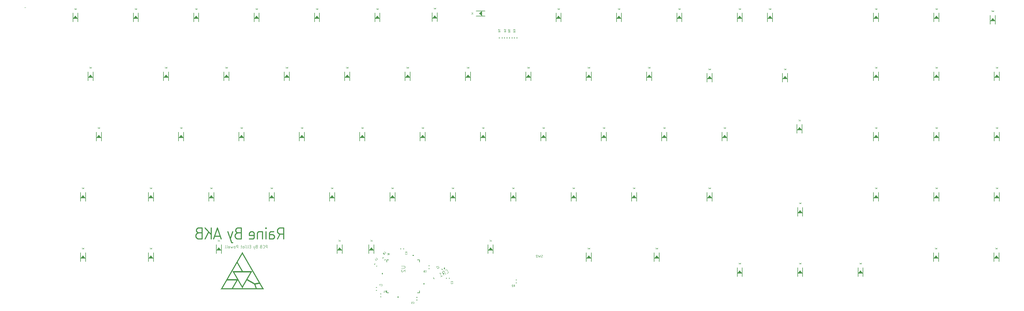
<source format=gbr>
G04 EAGLE Gerber RS-274X export*
G75*
%MOMM*%
%FSLAX34Y34*%
%LPD*%
%INSilkscreen Bottom*%
%IPPOS*%
%AMOC8*
5,1,8,0,0,1.08239X$1,22.5*%
G01*
%ADD10C,0.304800*%
%ADD11C,0.076200*%
%ADD12R,0.008000X0.008000*%
%ADD13R,13.512000X0.008000*%
%ADD14R,13.544000X0.008000*%
%ADD15R,13.552000X0.008000*%
%ADD16R,13.528000X0.008000*%
%ADD17R,13.520000X0.008000*%
%ADD18R,13.496000X0.008000*%
%ADD19R,13.480000X0.008000*%
%ADD20R,13.488000X0.008000*%
%ADD21R,13.472000X0.008000*%
%ADD22R,13.464000X0.008000*%
%ADD23R,13.448000X0.008000*%
%ADD24R,13.440000X0.008000*%
%ADD25R,13.424000X0.008000*%
%ADD26R,13.432000X0.008000*%
%ADD27R,13.416000X0.008000*%
%ADD28R,13.400000X0.008000*%
%ADD29R,13.392000X0.008000*%
%ADD30R,13.376000X0.008000*%
%ADD31R,13.368000X0.008000*%
%ADD32R,13.352000X0.008000*%
%ADD33R,13.344000X0.008000*%
%ADD34R,13.336000X0.008000*%
%ADD35R,13.320000X0.008000*%
%ADD36R,13.312000X0.008000*%
%ADD37R,13.296000X0.008000*%
%ADD38R,13.304000X0.008000*%
%ADD39R,13.288000X0.008000*%
%ADD40R,13.272000X0.008000*%
%ADD41R,13.264000X0.008000*%
%ADD42R,0.424000X0.008000*%
%ADD43R,0.440000X0.008000*%
%ADD44R,0.024000X0.008000*%
%ADD45R,0.392000X0.008000*%
%ADD46R,0.408000X0.008000*%
%ADD47R,0.376000X0.008000*%
%ADD48R,0.384000X0.008000*%
%ADD49R,0.360000X0.008000*%
%ADD50R,0.368000X0.008000*%
%ADD51R,0.352000X0.008000*%
%ADD52R,0.344000X0.008000*%
%ADD53R,0.336000X0.008000*%
%ADD54R,0.032000X0.008000*%
%ADD55R,0.040000X0.008000*%
%ADD56R,0.056000X0.008000*%
%ADD57R,0.064000X0.008000*%
%ADD58R,0.080000X0.008000*%
%ADD59R,0.328000X0.008000*%
%ADD60R,0.088000X0.008000*%
%ADD61R,0.104000X0.008000*%
%ADD62R,0.112000X0.008000*%
%ADD63R,0.128000X0.008000*%
%ADD64R,0.136000X0.008000*%
%ADD65R,0.152000X0.008000*%
%ADD66R,0.168000X0.008000*%
%ADD67R,0.184000X0.008000*%
%ADD68R,0.192000X0.008000*%
%ADD69R,0.208000X0.008000*%
%ADD70R,0.216000X0.008000*%
%ADD71R,0.232000X0.008000*%
%ADD72R,0.240000X0.008000*%
%ADD73R,0.248000X0.008000*%
%ADD74R,0.256000X0.008000*%
%ADD75R,0.264000X0.008000*%
%ADD76R,0.280000X0.008000*%
%ADD77R,0.288000X0.008000*%
%ADD78R,0.296000X0.008000*%
%ADD79R,0.312000X0.008000*%
%ADD80R,0.320000X0.008000*%
%ADD81R,0.416000X0.008000*%
%ADD82R,0.432000X0.008000*%
%ADD83R,0.448000X0.008000*%
%ADD84R,0.464000X0.008000*%
%ADD85R,0.480000X0.008000*%
%ADD86R,0.488000X0.008000*%
%ADD87R,0.504000X0.008000*%
%ADD88R,0.520000X0.008000*%
%ADD89R,0.528000X0.008000*%
%ADD90R,0.536000X0.008000*%
%ADD91R,0.544000X0.008000*%
%ADD92R,0.552000X0.008000*%
%ADD93R,0.560000X0.008000*%
%ADD94R,0.576000X0.008000*%
%ADD95R,0.592000X0.008000*%
%ADD96R,0.600000X0.008000*%
%ADD97R,0.616000X0.008000*%
%ADD98R,0.632000X0.008000*%
%ADD99R,0.648000X0.008000*%
%ADD100R,0.664000X0.008000*%
%ADD101R,0.680000X0.008000*%
%ADD102R,0.688000X0.008000*%
%ADD103R,0.704000X0.008000*%
%ADD104R,0.720000X0.008000*%
%ADD105R,0.728000X0.008000*%
%ADD106R,0.744000X0.008000*%
%ADD107R,0.456000X0.008000*%
%ADD108R,0.472000X0.008000*%
%ADD109R,0.568000X0.008000*%
%ADD110R,0.792000X0.008000*%
%ADD111R,0.824000X0.008000*%
%ADD112R,0.968000X0.008000*%
%ADD113R,1.016000X0.008000*%
%ADD114R,1.080000X0.008000*%
%ADD115R,1.128000X0.008000*%
%ADD116R,1.160000X0.008000*%
%ADD117R,1.192000X0.008000*%
%ADD118R,1.240000X0.008000*%
%ADD119R,1.352000X0.008000*%
%ADD120R,1.416000X0.008000*%
%ADD121R,1.432000X0.008000*%
%ADD122R,1.472000X0.008000*%
%ADD123R,1.504000X0.008000*%
%ADD124R,1.656000X0.008000*%
%ADD125R,1.672000X0.008000*%
%ADD126R,1.720000X0.008000*%
%ADD127R,1.752000X0.008000*%
%ADD128R,1.912000X0.008000*%
%ADD129R,0.400000X0.008000*%
%ADD130R,2.368000X0.008000*%
%ADD131R,2.376000X0.008000*%
%ADD132R,2.392000X0.008000*%
%ADD133R,2.424000X0.008000*%
%ADD134R,1.768000X0.008000*%
%ADD135R,1.760000X0.008000*%
%ADD136R,1.712000X0.008000*%
%ADD137R,1.608000X0.008000*%
%ADD138R,1.568000X0.008000*%
%ADD139R,0.624000X0.008000*%
%ADD140R,1.480000X0.008000*%
%ADD141R,1.368000X0.008000*%
%ADD142R,1.304000X0.008000*%
%ADD143R,1.272000X0.008000*%
%ADD144R,1.208000X0.008000*%
%ADD145R,1.176000X0.008000*%
%ADD146R,1.112000X0.008000*%
%ADD147R,0.904000X0.008000*%
%ADD148R,0.880000X0.008000*%
%ADD149R,0.816000X0.008000*%
%ADD150R,0.776000X0.008000*%
%ADD151R,0.712000X0.008000*%
%ADD152R,0.640000X0.008000*%
%ADD153R,0.760000X0.008000*%
%ADD154R,0.768000X0.008000*%
%ADD155R,4.056000X0.008000*%
%ADD156R,4.040000X0.008000*%
%ADD157R,4.032000X0.008000*%
%ADD158R,1.008000X0.008000*%
%ADD159R,4.016000X0.008000*%
%ADD160R,0.992000X0.008000*%
%ADD161R,0.984000X0.008000*%
%ADD162R,4.008000X0.008000*%
%ADD163R,0.952000X0.008000*%
%ADD164R,3.992000X0.008000*%
%ADD165R,0.936000X0.008000*%
%ADD166R,3.976000X0.008000*%
%ADD167R,0.896000X0.008000*%
%ADD168R,3.968000X0.008000*%
%ADD169R,0.872000X0.008000*%
%ADD170R,3.960000X0.008000*%
%ADD171R,0.856000X0.008000*%
%ADD172R,3.944000X0.008000*%
%ADD173R,0.840000X0.008000*%
%ADD174R,3.936000X0.008000*%
%ADD175R,3.920000X0.008000*%
%ADD176R,0.800000X0.008000*%
%ADD177R,3.928000X0.008000*%
%ADD178R,3.912000X0.008000*%
%ADD179R,3.896000X0.008000*%
%ADD180R,3.880000X0.008000*%
%ADD181R,3.888000X0.008000*%
%ADD182R,3.872000X0.008000*%
%ADD183R,0.696000X0.008000*%
%ADD184R,3.864000X0.008000*%
%ADD185R,3.848000X0.008000*%
%ADD186R,3.840000X0.008000*%
%ADD187R,3.832000X0.008000*%
%ADD188R,3.816000X0.008000*%
%ADD189R,3.808000X0.008000*%
%ADD190R,3.792000X0.008000*%
%ADD191R,3.784000X0.008000*%
%ADD192R,3.768000X0.008000*%
%ADD193R,3.760000X0.008000*%
%ADD194R,3.744000X0.008000*%
%ADD195R,3.736000X0.008000*%
%ADD196R,3.720000X0.008000*%
%ADD197R,3.712000X0.008000*%
%ADD198R,3.280000X0.008000*%
%ADD199R,4.968000X0.008000*%
%ADD200R,5.856000X0.008000*%
%ADD201R,5.872000X0.008000*%
%ADD202R,5.896000X0.008000*%
%ADD203R,5.912000X0.008000*%
%ADD204R,5.928000X0.008000*%
%ADD205R,5.944000X0.008000*%
%ADD206R,5.952000X0.008000*%
%ADD207R,5.968000X0.008000*%
%ADD208R,5.984000X0.008000*%
%ADD209R,6.000000X0.008000*%
%ADD210R,6.008000X0.008000*%
%ADD211R,6.016000X0.008000*%
%ADD212R,6.024000X0.008000*%
%ADD213R,6.040000X0.008000*%
%ADD214R,6.048000X0.008000*%
%ADD215R,6.056000X0.008000*%
%ADD216R,6.072000X0.008000*%
%ADD217R,6.080000X0.008000*%
%ADD218R,6.096000X0.008000*%
%ADD219R,6.112000X0.008000*%
%ADD220R,6.120000X0.008000*%
%ADD221R,6.128000X0.008000*%
%ADD222R,6.136000X0.008000*%
%ADD223R,6.160000X0.008000*%
%ADD224R,6.168000X0.008000*%
%ADD225R,6.176000X0.008000*%
%ADD226R,0.048000X0.008000*%
%ADD227R,3.304000X0.008000*%
%ADD228R,0.752000X0.008000*%
%ADD229R,0.736000X0.008000*%
%ADD230R,0.656000X0.008000*%
%ADD231R,0.608000X0.008000*%
%ADD232R,0.584000X0.008000*%
%ADD233R,0.512000X0.008000*%
%ADD234R,0.496000X0.008000*%
%ADD235R,0.304000X0.008000*%
%ADD236R,0.224000X0.008000*%
%ADD237R,0.160000X0.008000*%
%ADD238R,0.072000X0.008000*%
%ADD239C,0.000000*%
%ADD240C,0.127000*%
%ADD241C,0.050800*%
%ADD242C,0.152400*%

G36*
X1223907Y-785609D02*
X1223907Y-785609D01*
X1223909Y-785610D01*
X1223952Y-785590D01*
X1223996Y-785572D01*
X1223996Y-785570D01*
X1223998Y-785569D01*
X1224031Y-785484D01*
X1224031Y-782944D01*
X1224030Y-782942D01*
X1224031Y-782940D01*
X1224011Y-782897D01*
X1223993Y-782853D01*
X1223991Y-782853D01*
X1223990Y-782851D01*
X1223905Y-782818D01*
X1220095Y-782818D01*
X1220093Y-782819D01*
X1220091Y-782818D01*
X1220048Y-782838D01*
X1220004Y-782856D01*
X1220004Y-782858D01*
X1220002Y-782859D01*
X1219969Y-782944D01*
X1219969Y-785484D01*
X1219970Y-785486D01*
X1219969Y-785488D01*
X1219989Y-785531D01*
X1220007Y-785575D01*
X1220009Y-785575D01*
X1220010Y-785577D01*
X1220095Y-785610D01*
X1223905Y-785610D01*
X1223907Y-785609D01*
G37*
G36*
X1125486Y-844030D02*
X1125486Y-844030D01*
X1125488Y-844031D01*
X1125531Y-844011D01*
X1125575Y-843993D01*
X1125575Y-843991D01*
X1125577Y-843990D01*
X1125610Y-843905D01*
X1125610Y-840095D01*
X1125609Y-840093D01*
X1125610Y-840091D01*
X1125590Y-840048D01*
X1125572Y-840004D01*
X1125570Y-840004D01*
X1125569Y-840002D01*
X1125484Y-839969D01*
X1122944Y-839969D01*
X1122942Y-839970D01*
X1122940Y-839969D01*
X1122897Y-839989D01*
X1122853Y-840007D01*
X1122853Y-840009D01*
X1122851Y-840010D01*
X1122818Y-840095D01*
X1122818Y-843905D01*
X1122819Y-843907D01*
X1122818Y-843909D01*
X1122838Y-843952D01*
X1122856Y-843996D01*
X1122858Y-843996D01*
X1122859Y-843998D01*
X1122944Y-844031D01*
X1125484Y-844031D01*
X1125486Y-844030D01*
G37*
G36*
X1257058Y-876030D02*
X1257058Y-876030D01*
X1257060Y-876031D01*
X1257103Y-876011D01*
X1257147Y-875993D01*
X1257147Y-875991D01*
X1257149Y-875990D01*
X1257182Y-875905D01*
X1257182Y-872095D01*
X1257181Y-872093D01*
X1257182Y-872091D01*
X1257162Y-872048D01*
X1257144Y-872004D01*
X1257142Y-872004D01*
X1257141Y-872002D01*
X1257056Y-871969D01*
X1254516Y-871969D01*
X1254514Y-871970D01*
X1254512Y-871969D01*
X1254469Y-871989D01*
X1254425Y-872007D01*
X1254425Y-872009D01*
X1254423Y-872010D01*
X1254390Y-872095D01*
X1254390Y-875905D01*
X1254391Y-875907D01*
X1254390Y-875909D01*
X1254410Y-875952D01*
X1254428Y-875996D01*
X1254430Y-875996D01*
X1254431Y-875998D01*
X1254516Y-876031D01*
X1257056Y-876031D01*
X1257058Y-876030D01*
G37*
G36*
X1175907Y-917181D02*
X1175907Y-917181D01*
X1175909Y-917182D01*
X1175952Y-917162D01*
X1175996Y-917144D01*
X1175996Y-917142D01*
X1175998Y-917141D01*
X1176031Y-917056D01*
X1176031Y-914516D01*
X1176030Y-914514D01*
X1176031Y-914512D01*
X1176011Y-914469D01*
X1175993Y-914425D01*
X1175991Y-914425D01*
X1175990Y-914423D01*
X1175905Y-914390D01*
X1172095Y-914390D01*
X1172093Y-914391D01*
X1172091Y-914390D01*
X1172048Y-914410D01*
X1172004Y-914428D01*
X1172004Y-914430D01*
X1172002Y-914431D01*
X1171969Y-914516D01*
X1171969Y-917056D01*
X1171970Y-917058D01*
X1171969Y-917060D01*
X1171989Y-917103D01*
X1172007Y-917147D01*
X1172009Y-917147D01*
X1172010Y-917149D01*
X1172095Y-917182D01*
X1175905Y-917182D01*
X1175907Y-917181D01*
G37*
D10*
X812956Y-732356D02*
X812956Y-697304D01*
X803219Y-697304D01*
X802982Y-697307D01*
X802745Y-697316D01*
X802508Y-697330D01*
X802272Y-697350D01*
X802036Y-697376D01*
X801801Y-697408D01*
X801567Y-697445D01*
X801334Y-697488D01*
X801102Y-697537D01*
X800871Y-697591D01*
X800642Y-697651D01*
X800414Y-697717D01*
X800188Y-697788D01*
X799963Y-697864D01*
X799741Y-697946D01*
X799520Y-698034D01*
X799302Y-698127D01*
X799086Y-698225D01*
X798873Y-698328D01*
X798662Y-698436D01*
X798454Y-698550D01*
X798248Y-698668D01*
X798046Y-698792D01*
X797846Y-698920D01*
X797650Y-699054D01*
X797457Y-699192D01*
X797268Y-699334D01*
X797082Y-699481D01*
X796900Y-699633D01*
X796721Y-699789D01*
X796547Y-699950D01*
X796376Y-700114D01*
X796209Y-700283D01*
X796047Y-700455D01*
X795889Y-700632D01*
X795735Y-700813D01*
X795585Y-700997D01*
X795440Y-701184D01*
X795300Y-701375D01*
X795164Y-701570D01*
X795034Y-701768D01*
X794908Y-701969D01*
X794787Y-702173D01*
X794670Y-702379D01*
X794559Y-702589D01*
X794454Y-702801D01*
X794353Y-703016D01*
X794258Y-703233D01*
X794168Y-703452D01*
X794083Y-703674D01*
X794004Y-703897D01*
X793930Y-704122D01*
X793861Y-704350D01*
X793799Y-704578D01*
X793741Y-704808D01*
X793690Y-705040D01*
X793644Y-705272D01*
X793604Y-705506D01*
X793569Y-705741D01*
X793540Y-705976D01*
X793517Y-706212D01*
X793500Y-706449D01*
X793488Y-706685D01*
X793483Y-706922D01*
X793483Y-707160D01*
X793488Y-707397D01*
X793500Y-707633D01*
X793517Y-707870D01*
X793540Y-708106D01*
X793569Y-708341D01*
X793604Y-708576D01*
X793644Y-708810D01*
X793690Y-709042D01*
X793741Y-709274D01*
X793799Y-709504D01*
X793861Y-709732D01*
X793930Y-709960D01*
X794004Y-710185D01*
X794083Y-710408D01*
X794168Y-710630D01*
X794258Y-710849D01*
X794353Y-711066D01*
X794454Y-711281D01*
X794559Y-711493D01*
X794670Y-711703D01*
X794787Y-711910D01*
X794908Y-712113D01*
X795034Y-712314D01*
X795164Y-712512D01*
X795300Y-712707D01*
X795440Y-712898D01*
X795585Y-713085D01*
X795735Y-713269D01*
X795889Y-713450D01*
X796047Y-713627D01*
X796209Y-713799D01*
X796376Y-713968D01*
X796547Y-714132D01*
X796721Y-714293D01*
X796900Y-714449D01*
X797082Y-714601D01*
X797268Y-714748D01*
X797457Y-714890D01*
X797650Y-715028D01*
X797846Y-715162D01*
X798046Y-715290D01*
X798248Y-715414D01*
X798454Y-715532D01*
X798662Y-715646D01*
X798873Y-715754D01*
X799086Y-715857D01*
X799302Y-715955D01*
X799520Y-716048D01*
X799741Y-716136D01*
X799963Y-716218D01*
X800188Y-716294D01*
X800414Y-716365D01*
X800642Y-716431D01*
X800871Y-716491D01*
X801102Y-716545D01*
X801334Y-716594D01*
X801567Y-716637D01*
X801801Y-716674D01*
X802036Y-716706D01*
X802272Y-716732D01*
X802508Y-716752D01*
X802745Y-716766D01*
X802982Y-716775D01*
X803219Y-716778D01*
X803219Y-716777D02*
X812956Y-716777D01*
X801272Y-716777D02*
X793483Y-732356D01*
X777469Y-718725D02*
X768706Y-718725D01*
X777469Y-718724D02*
X777635Y-718726D01*
X777801Y-718732D01*
X777967Y-718742D01*
X778132Y-718756D01*
X778297Y-718774D01*
X778461Y-718797D01*
X778625Y-718823D01*
X778789Y-718853D01*
X778951Y-718887D01*
X779113Y-718925D01*
X779273Y-718967D01*
X779433Y-719013D01*
X779591Y-719063D01*
X779748Y-719116D01*
X779904Y-719174D01*
X780058Y-719235D01*
X780211Y-719300D01*
X780362Y-719368D01*
X780512Y-719441D01*
X780659Y-719517D01*
X780805Y-719596D01*
X780949Y-719679D01*
X781090Y-719766D01*
X781230Y-719855D01*
X781367Y-719949D01*
X781502Y-720045D01*
X781635Y-720145D01*
X781765Y-720248D01*
X781892Y-720354D01*
X782017Y-720464D01*
X782140Y-720576D01*
X782259Y-720691D01*
X782376Y-720809D01*
X782490Y-720930D01*
X782600Y-721054D01*
X782708Y-721180D01*
X782813Y-721309D01*
X782914Y-721440D01*
X783012Y-721574D01*
X783107Y-721710D01*
X783199Y-721849D01*
X783287Y-721989D01*
X783372Y-722132D01*
X783453Y-722277D01*
X783531Y-722423D01*
X783605Y-722572D01*
X783675Y-722722D01*
X783742Y-722874D01*
X783805Y-723028D01*
X783864Y-723183D01*
X783920Y-723339D01*
X783972Y-723497D01*
X784019Y-723656D01*
X784063Y-723816D01*
X784103Y-723977D01*
X784139Y-724139D01*
X784172Y-724302D01*
X784200Y-724466D01*
X784224Y-724630D01*
X784244Y-724795D01*
X784260Y-724960D01*
X784272Y-725125D01*
X784280Y-725291D01*
X784284Y-725457D01*
X784284Y-725623D01*
X784280Y-725789D01*
X784272Y-725955D01*
X784260Y-726120D01*
X784244Y-726285D01*
X784224Y-726450D01*
X784200Y-726614D01*
X784172Y-726778D01*
X784139Y-726941D01*
X784103Y-727103D01*
X784063Y-727264D01*
X784019Y-727424D01*
X783972Y-727583D01*
X783920Y-727741D01*
X783864Y-727897D01*
X783805Y-728052D01*
X783742Y-728206D01*
X783675Y-728358D01*
X783605Y-728508D01*
X783531Y-728657D01*
X783453Y-728803D01*
X783372Y-728948D01*
X783287Y-729091D01*
X783199Y-729231D01*
X783107Y-729370D01*
X783012Y-729506D01*
X782914Y-729640D01*
X782813Y-729771D01*
X782708Y-729900D01*
X782600Y-730026D01*
X782490Y-730150D01*
X782376Y-730271D01*
X782259Y-730389D01*
X782140Y-730504D01*
X782017Y-730616D01*
X781892Y-730726D01*
X781765Y-730832D01*
X781635Y-730935D01*
X781502Y-731035D01*
X781367Y-731131D01*
X781230Y-731225D01*
X781090Y-731314D01*
X780949Y-731401D01*
X780805Y-731484D01*
X780659Y-731563D01*
X780512Y-731639D01*
X780362Y-731712D01*
X780211Y-731780D01*
X780058Y-731845D01*
X779904Y-731906D01*
X779748Y-731964D01*
X779591Y-732017D01*
X779433Y-732067D01*
X779273Y-732113D01*
X779113Y-732155D01*
X778951Y-732193D01*
X778789Y-732227D01*
X778625Y-732257D01*
X778461Y-732283D01*
X778297Y-732306D01*
X778132Y-732324D01*
X777967Y-732338D01*
X777801Y-732348D01*
X777635Y-732354D01*
X777469Y-732356D01*
X768706Y-732356D01*
X768706Y-714830D01*
X768708Y-714680D01*
X768714Y-714529D01*
X768723Y-714379D01*
X768737Y-714229D01*
X768754Y-714080D01*
X768776Y-713931D01*
X768801Y-713783D01*
X768830Y-713635D01*
X768862Y-713488D01*
X768899Y-713342D01*
X768939Y-713197D01*
X768983Y-713053D01*
X769030Y-712911D01*
X769082Y-712769D01*
X769136Y-712629D01*
X769195Y-712491D01*
X769257Y-712353D01*
X769322Y-712218D01*
X769391Y-712084D01*
X769464Y-711953D01*
X769540Y-711823D01*
X769619Y-711695D01*
X769701Y-711569D01*
X769787Y-711445D01*
X769875Y-711324D01*
X769967Y-711204D01*
X770062Y-711088D01*
X770160Y-710973D01*
X770261Y-710862D01*
X770364Y-710753D01*
X770471Y-710646D01*
X770580Y-710543D01*
X770691Y-710442D01*
X770806Y-710344D01*
X770922Y-710249D01*
X771042Y-710157D01*
X771163Y-710069D01*
X771287Y-709983D01*
X771413Y-709901D01*
X771541Y-709822D01*
X771671Y-709746D01*
X771802Y-709673D01*
X771936Y-709604D01*
X772071Y-709539D01*
X772209Y-709477D01*
X772347Y-709418D01*
X772487Y-709364D01*
X772629Y-709312D01*
X772771Y-709265D01*
X772915Y-709221D01*
X773060Y-709181D01*
X773206Y-709144D01*
X773353Y-709112D01*
X773501Y-709083D01*
X773649Y-709058D01*
X773798Y-709036D01*
X773947Y-709019D01*
X774097Y-709005D01*
X774247Y-708996D01*
X774398Y-708990D01*
X774548Y-708988D01*
X782337Y-708988D01*
X757469Y-708988D02*
X757469Y-732356D01*
X758443Y-699251D02*
X758443Y-697304D01*
X756496Y-697304D01*
X756496Y-699251D01*
X758443Y-699251D01*
X746209Y-708988D02*
X746209Y-732356D01*
X746209Y-708988D02*
X736472Y-708988D01*
X736322Y-708990D01*
X736171Y-708996D01*
X736021Y-709005D01*
X735871Y-709019D01*
X735722Y-709036D01*
X735573Y-709058D01*
X735425Y-709083D01*
X735277Y-709112D01*
X735130Y-709144D01*
X734984Y-709181D01*
X734839Y-709221D01*
X734695Y-709265D01*
X734553Y-709312D01*
X734411Y-709364D01*
X734271Y-709418D01*
X734133Y-709477D01*
X733995Y-709539D01*
X733860Y-709604D01*
X733726Y-709673D01*
X733595Y-709746D01*
X733465Y-709822D01*
X733337Y-709901D01*
X733211Y-709983D01*
X733087Y-710069D01*
X732966Y-710157D01*
X732846Y-710249D01*
X732730Y-710344D01*
X732615Y-710442D01*
X732504Y-710543D01*
X732395Y-710646D01*
X732288Y-710753D01*
X732185Y-710862D01*
X732084Y-710973D01*
X731986Y-711088D01*
X731891Y-711204D01*
X731799Y-711324D01*
X731711Y-711445D01*
X731625Y-711569D01*
X731543Y-711695D01*
X731464Y-711823D01*
X731388Y-711953D01*
X731315Y-712084D01*
X731246Y-712218D01*
X731181Y-712353D01*
X731119Y-712491D01*
X731060Y-712629D01*
X731006Y-712769D01*
X730954Y-712911D01*
X730907Y-713053D01*
X730863Y-713197D01*
X730823Y-713342D01*
X730786Y-713488D01*
X730754Y-713635D01*
X730725Y-713783D01*
X730700Y-713931D01*
X730678Y-714080D01*
X730661Y-714229D01*
X730647Y-714379D01*
X730638Y-714529D01*
X730632Y-714680D01*
X730630Y-714830D01*
X730630Y-732356D01*
X714649Y-732356D02*
X704912Y-732356D01*
X714649Y-732356D02*
X714799Y-732354D01*
X714950Y-732348D01*
X715100Y-732339D01*
X715250Y-732325D01*
X715399Y-732308D01*
X715548Y-732286D01*
X715696Y-732261D01*
X715844Y-732232D01*
X715991Y-732200D01*
X716137Y-732163D01*
X716282Y-732123D01*
X716426Y-732079D01*
X716568Y-732032D01*
X716710Y-731980D01*
X716850Y-731926D01*
X716988Y-731867D01*
X717126Y-731805D01*
X717261Y-731740D01*
X717395Y-731671D01*
X717526Y-731598D01*
X717656Y-731522D01*
X717784Y-731443D01*
X717910Y-731361D01*
X718034Y-731275D01*
X718155Y-731187D01*
X718275Y-731095D01*
X718391Y-731000D01*
X718506Y-730902D01*
X718617Y-730801D01*
X718726Y-730698D01*
X718833Y-730591D01*
X718936Y-730482D01*
X719037Y-730371D01*
X719135Y-730256D01*
X719230Y-730140D01*
X719322Y-730020D01*
X719410Y-729899D01*
X719496Y-729775D01*
X719578Y-729649D01*
X719657Y-729521D01*
X719733Y-729391D01*
X719806Y-729260D01*
X719875Y-729126D01*
X719940Y-728991D01*
X720002Y-728853D01*
X720061Y-728715D01*
X720115Y-728575D01*
X720167Y-728433D01*
X720214Y-728291D01*
X720258Y-728147D01*
X720298Y-728002D01*
X720335Y-727856D01*
X720367Y-727709D01*
X720396Y-727561D01*
X720421Y-727413D01*
X720443Y-727264D01*
X720460Y-727115D01*
X720474Y-726965D01*
X720483Y-726815D01*
X720489Y-726664D01*
X720491Y-726514D01*
X720491Y-716777D01*
X720489Y-716587D01*
X720482Y-716398D01*
X720470Y-716208D01*
X720454Y-716019D01*
X720433Y-715831D01*
X720408Y-715643D01*
X720378Y-715456D01*
X720344Y-715269D01*
X720305Y-715083D01*
X720261Y-714899D01*
X720213Y-714715D01*
X720161Y-714533D01*
X720104Y-714352D01*
X720043Y-714173D01*
X719977Y-713995D01*
X719907Y-713818D01*
X719833Y-713644D01*
X719755Y-713471D01*
X719672Y-713300D01*
X719585Y-713131D01*
X719494Y-712965D01*
X719400Y-712801D01*
X719301Y-712639D01*
X719198Y-712479D01*
X719091Y-712322D01*
X718981Y-712168D01*
X718867Y-712017D01*
X718749Y-711868D01*
X718628Y-711722D01*
X718503Y-711579D01*
X718375Y-711440D01*
X718243Y-711303D01*
X718108Y-711170D01*
X717970Y-711040D01*
X717829Y-710913D01*
X717684Y-710790D01*
X717537Y-710670D01*
X717387Y-710555D01*
X717234Y-710442D01*
X717078Y-710334D01*
X716920Y-710229D01*
X716760Y-710128D01*
X716597Y-710032D01*
X716431Y-709939D01*
X716263Y-709850D01*
X716094Y-709765D01*
X715922Y-709685D01*
X715748Y-709608D01*
X715573Y-709536D01*
X715396Y-709469D01*
X715217Y-709405D01*
X715037Y-709346D01*
X714855Y-709291D01*
X714672Y-709241D01*
X714488Y-709196D01*
X714303Y-709154D01*
X714117Y-709118D01*
X713930Y-709085D01*
X713742Y-709058D01*
X713554Y-709035D01*
X713365Y-709016D01*
X713176Y-709002D01*
X712986Y-708993D01*
X712797Y-708989D01*
X712607Y-708989D01*
X712418Y-708993D01*
X712228Y-709002D01*
X712039Y-709016D01*
X711850Y-709035D01*
X711662Y-709058D01*
X711474Y-709085D01*
X711287Y-709118D01*
X711101Y-709154D01*
X710916Y-709196D01*
X710732Y-709241D01*
X710549Y-709291D01*
X710367Y-709346D01*
X710187Y-709405D01*
X710008Y-709469D01*
X709831Y-709536D01*
X709656Y-709608D01*
X709482Y-709685D01*
X709310Y-709765D01*
X709141Y-709850D01*
X708973Y-709939D01*
X708808Y-710032D01*
X708644Y-710128D01*
X708484Y-710229D01*
X708326Y-710334D01*
X708170Y-710442D01*
X708017Y-710555D01*
X707867Y-710670D01*
X707720Y-710790D01*
X707575Y-710913D01*
X707434Y-711040D01*
X707296Y-711170D01*
X707161Y-711303D01*
X707029Y-711440D01*
X706901Y-711579D01*
X706776Y-711722D01*
X706655Y-711868D01*
X706537Y-712017D01*
X706423Y-712168D01*
X706313Y-712322D01*
X706206Y-712479D01*
X706103Y-712639D01*
X706004Y-712801D01*
X705910Y-712965D01*
X705819Y-713131D01*
X705732Y-713300D01*
X705649Y-713471D01*
X705571Y-713644D01*
X705497Y-713818D01*
X705427Y-713995D01*
X705361Y-714173D01*
X705300Y-714352D01*
X705243Y-714533D01*
X705191Y-714715D01*
X705143Y-714899D01*
X705099Y-715083D01*
X705060Y-715269D01*
X705026Y-715456D01*
X704996Y-715643D01*
X704971Y-715831D01*
X704950Y-716019D01*
X704934Y-716208D01*
X704922Y-716398D01*
X704915Y-716587D01*
X704913Y-716777D01*
X704912Y-716777D02*
X704912Y-720672D01*
X720491Y-720672D01*
X679646Y-712883D02*
X669910Y-712883D01*
X669910Y-712882D02*
X669673Y-712885D01*
X669436Y-712894D01*
X669199Y-712908D01*
X668963Y-712928D01*
X668727Y-712954D01*
X668492Y-712986D01*
X668258Y-713023D01*
X668025Y-713066D01*
X667793Y-713115D01*
X667562Y-713169D01*
X667333Y-713229D01*
X667105Y-713295D01*
X666879Y-713366D01*
X666654Y-713442D01*
X666432Y-713524D01*
X666211Y-713612D01*
X665993Y-713705D01*
X665777Y-713803D01*
X665564Y-713906D01*
X665353Y-714014D01*
X665145Y-714128D01*
X664939Y-714246D01*
X664737Y-714370D01*
X664537Y-714498D01*
X664341Y-714632D01*
X664148Y-714770D01*
X663959Y-714912D01*
X663773Y-715059D01*
X663591Y-715211D01*
X663412Y-715367D01*
X663238Y-715528D01*
X663067Y-715692D01*
X662900Y-715861D01*
X662738Y-716033D01*
X662580Y-716210D01*
X662426Y-716391D01*
X662276Y-716575D01*
X662131Y-716762D01*
X661991Y-716953D01*
X661855Y-717148D01*
X661725Y-717346D01*
X661599Y-717547D01*
X661478Y-717751D01*
X661361Y-717957D01*
X661250Y-718167D01*
X661145Y-718379D01*
X661044Y-718594D01*
X660949Y-718811D01*
X660859Y-719030D01*
X660774Y-719252D01*
X660695Y-719475D01*
X660621Y-719700D01*
X660552Y-719928D01*
X660490Y-720156D01*
X660432Y-720386D01*
X660381Y-720618D01*
X660335Y-720850D01*
X660295Y-721084D01*
X660260Y-721319D01*
X660231Y-721554D01*
X660208Y-721790D01*
X660191Y-722027D01*
X660179Y-722263D01*
X660174Y-722500D01*
X660174Y-722738D01*
X660179Y-722975D01*
X660191Y-723211D01*
X660208Y-723448D01*
X660231Y-723684D01*
X660260Y-723919D01*
X660295Y-724154D01*
X660335Y-724388D01*
X660381Y-724620D01*
X660432Y-724852D01*
X660490Y-725082D01*
X660552Y-725310D01*
X660621Y-725538D01*
X660695Y-725763D01*
X660774Y-725986D01*
X660859Y-726208D01*
X660949Y-726427D01*
X661044Y-726644D01*
X661145Y-726859D01*
X661250Y-727071D01*
X661361Y-727281D01*
X661478Y-727488D01*
X661599Y-727691D01*
X661725Y-727892D01*
X661855Y-728090D01*
X661991Y-728285D01*
X662131Y-728476D01*
X662276Y-728663D01*
X662426Y-728847D01*
X662580Y-729028D01*
X662738Y-729205D01*
X662900Y-729377D01*
X663067Y-729546D01*
X663238Y-729710D01*
X663412Y-729871D01*
X663591Y-730027D01*
X663773Y-730179D01*
X663959Y-730326D01*
X664148Y-730468D01*
X664341Y-730606D01*
X664537Y-730740D01*
X664737Y-730868D01*
X664939Y-730992D01*
X665145Y-731110D01*
X665353Y-731224D01*
X665564Y-731332D01*
X665777Y-731435D01*
X665993Y-731533D01*
X666211Y-731626D01*
X666432Y-731714D01*
X666654Y-731796D01*
X666879Y-731872D01*
X667105Y-731943D01*
X667333Y-732009D01*
X667562Y-732069D01*
X667793Y-732123D01*
X668025Y-732172D01*
X668258Y-732215D01*
X668492Y-732252D01*
X668727Y-732284D01*
X668963Y-732310D01*
X669199Y-732330D01*
X669436Y-732344D01*
X669673Y-732353D01*
X669910Y-732356D01*
X679646Y-732356D01*
X679646Y-697304D01*
X669910Y-697304D01*
X669720Y-697306D01*
X669531Y-697313D01*
X669341Y-697325D01*
X669152Y-697341D01*
X668964Y-697362D01*
X668776Y-697387D01*
X668589Y-697417D01*
X668402Y-697451D01*
X668216Y-697490D01*
X668032Y-697534D01*
X667848Y-697582D01*
X667666Y-697634D01*
X667485Y-697691D01*
X667306Y-697752D01*
X667128Y-697818D01*
X666951Y-697888D01*
X666777Y-697962D01*
X666604Y-698040D01*
X666433Y-698123D01*
X666264Y-698210D01*
X666098Y-698301D01*
X665934Y-698395D01*
X665772Y-698494D01*
X665612Y-698597D01*
X665455Y-698704D01*
X665301Y-698814D01*
X665150Y-698928D01*
X665001Y-699046D01*
X664855Y-699167D01*
X664712Y-699292D01*
X664573Y-699420D01*
X664436Y-699552D01*
X664303Y-699687D01*
X664173Y-699825D01*
X664046Y-699966D01*
X663923Y-700111D01*
X663803Y-700258D01*
X663688Y-700408D01*
X663575Y-700561D01*
X663467Y-700717D01*
X663362Y-700875D01*
X663261Y-701035D01*
X663165Y-701199D01*
X663072Y-701364D01*
X662983Y-701532D01*
X662898Y-701701D01*
X662818Y-701873D01*
X662741Y-702047D01*
X662669Y-702222D01*
X662602Y-702399D01*
X662538Y-702578D01*
X662479Y-702758D01*
X662424Y-702940D01*
X662374Y-703123D01*
X662329Y-703307D01*
X662287Y-703492D01*
X662251Y-703678D01*
X662218Y-703865D01*
X662191Y-704053D01*
X662168Y-704241D01*
X662149Y-704430D01*
X662135Y-704619D01*
X662126Y-704809D01*
X662122Y-704998D01*
X662122Y-705188D01*
X662126Y-705377D01*
X662135Y-705567D01*
X662149Y-705756D01*
X662168Y-705945D01*
X662191Y-706133D01*
X662218Y-706321D01*
X662251Y-706508D01*
X662287Y-706694D01*
X662329Y-706879D01*
X662374Y-707063D01*
X662424Y-707246D01*
X662479Y-707428D01*
X662538Y-707608D01*
X662602Y-707787D01*
X662669Y-707964D01*
X662741Y-708139D01*
X662818Y-708313D01*
X662898Y-708485D01*
X662983Y-708654D01*
X663072Y-708822D01*
X663165Y-708988D01*
X663261Y-709151D01*
X663362Y-709311D01*
X663467Y-709469D01*
X663575Y-709625D01*
X663688Y-709778D01*
X663803Y-709928D01*
X663923Y-710075D01*
X664046Y-710220D01*
X664173Y-710361D01*
X664303Y-710499D01*
X664436Y-710634D01*
X664573Y-710766D01*
X664712Y-710894D01*
X664855Y-711019D01*
X665001Y-711140D01*
X665150Y-711258D01*
X665301Y-711372D01*
X665455Y-711482D01*
X665612Y-711589D01*
X665772Y-711692D01*
X665934Y-711791D01*
X666098Y-711885D01*
X666264Y-711976D01*
X666433Y-712063D01*
X666604Y-712146D01*
X666777Y-712224D01*
X666951Y-712298D01*
X667128Y-712368D01*
X667306Y-712434D01*
X667485Y-712495D01*
X667666Y-712552D01*
X667848Y-712604D01*
X668032Y-712652D01*
X668216Y-712696D01*
X668402Y-712735D01*
X668589Y-712769D01*
X668776Y-712799D01*
X668964Y-712824D01*
X669152Y-712845D01*
X669341Y-712861D01*
X669531Y-712873D01*
X669720Y-712880D01*
X669910Y-712882D01*
X652864Y-744040D02*
X648969Y-744040D01*
X637285Y-708988D01*
X652864Y-708988D02*
X645074Y-732356D01*
X615801Y-732356D02*
X604117Y-697304D01*
X592433Y-732356D01*
X595354Y-723593D02*
X612880Y-723593D01*
X584396Y-732356D02*
X584396Y-697304D01*
X564923Y-697304D02*
X584396Y-718725D01*
X576607Y-710935D02*
X564923Y-732356D01*
X555821Y-712883D02*
X546085Y-712883D01*
X546085Y-712882D02*
X545848Y-712885D01*
X545611Y-712894D01*
X545374Y-712908D01*
X545138Y-712928D01*
X544902Y-712954D01*
X544667Y-712986D01*
X544433Y-713023D01*
X544200Y-713066D01*
X543968Y-713115D01*
X543737Y-713169D01*
X543508Y-713229D01*
X543280Y-713295D01*
X543054Y-713366D01*
X542829Y-713442D01*
X542607Y-713524D01*
X542386Y-713612D01*
X542168Y-713705D01*
X541952Y-713803D01*
X541739Y-713906D01*
X541528Y-714014D01*
X541320Y-714128D01*
X541114Y-714246D01*
X540912Y-714370D01*
X540712Y-714498D01*
X540516Y-714632D01*
X540323Y-714770D01*
X540134Y-714912D01*
X539948Y-715059D01*
X539766Y-715211D01*
X539587Y-715367D01*
X539413Y-715528D01*
X539242Y-715692D01*
X539075Y-715861D01*
X538913Y-716033D01*
X538755Y-716210D01*
X538601Y-716391D01*
X538451Y-716575D01*
X538306Y-716762D01*
X538166Y-716953D01*
X538030Y-717148D01*
X537900Y-717346D01*
X537774Y-717547D01*
X537653Y-717751D01*
X537536Y-717957D01*
X537425Y-718167D01*
X537320Y-718379D01*
X537219Y-718594D01*
X537124Y-718811D01*
X537034Y-719030D01*
X536949Y-719252D01*
X536870Y-719475D01*
X536796Y-719700D01*
X536727Y-719928D01*
X536665Y-720156D01*
X536607Y-720386D01*
X536556Y-720618D01*
X536510Y-720850D01*
X536470Y-721084D01*
X536435Y-721319D01*
X536406Y-721554D01*
X536383Y-721790D01*
X536366Y-722027D01*
X536354Y-722263D01*
X536349Y-722500D01*
X536349Y-722738D01*
X536354Y-722975D01*
X536366Y-723211D01*
X536383Y-723448D01*
X536406Y-723684D01*
X536435Y-723919D01*
X536470Y-724154D01*
X536510Y-724388D01*
X536556Y-724620D01*
X536607Y-724852D01*
X536665Y-725082D01*
X536727Y-725310D01*
X536796Y-725538D01*
X536870Y-725763D01*
X536949Y-725986D01*
X537034Y-726208D01*
X537124Y-726427D01*
X537219Y-726644D01*
X537320Y-726859D01*
X537425Y-727071D01*
X537536Y-727281D01*
X537653Y-727488D01*
X537774Y-727691D01*
X537900Y-727892D01*
X538030Y-728090D01*
X538166Y-728285D01*
X538306Y-728476D01*
X538451Y-728663D01*
X538601Y-728847D01*
X538755Y-729028D01*
X538913Y-729205D01*
X539075Y-729377D01*
X539242Y-729546D01*
X539413Y-729710D01*
X539587Y-729871D01*
X539766Y-730027D01*
X539948Y-730179D01*
X540134Y-730326D01*
X540323Y-730468D01*
X540516Y-730606D01*
X540712Y-730740D01*
X540912Y-730868D01*
X541114Y-730992D01*
X541320Y-731110D01*
X541528Y-731224D01*
X541739Y-731332D01*
X541952Y-731435D01*
X542168Y-731533D01*
X542386Y-731626D01*
X542607Y-731714D01*
X542829Y-731796D01*
X543054Y-731872D01*
X543280Y-731943D01*
X543508Y-732009D01*
X543737Y-732069D01*
X543968Y-732123D01*
X544200Y-732172D01*
X544433Y-732215D01*
X544667Y-732252D01*
X544902Y-732284D01*
X545138Y-732310D01*
X545374Y-732330D01*
X545611Y-732344D01*
X545848Y-732353D01*
X546085Y-732356D01*
X555821Y-732356D01*
X555821Y-697304D01*
X546085Y-697304D01*
X545895Y-697306D01*
X545706Y-697313D01*
X545516Y-697325D01*
X545327Y-697341D01*
X545139Y-697362D01*
X544951Y-697387D01*
X544764Y-697417D01*
X544577Y-697451D01*
X544391Y-697490D01*
X544207Y-697534D01*
X544023Y-697582D01*
X543841Y-697634D01*
X543660Y-697691D01*
X543481Y-697752D01*
X543303Y-697818D01*
X543126Y-697888D01*
X542952Y-697962D01*
X542779Y-698040D01*
X542608Y-698123D01*
X542439Y-698210D01*
X542273Y-698301D01*
X542109Y-698395D01*
X541947Y-698494D01*
X541787Y-698597D01*
X541630Y-698704D01*
X541476Y-698814D01*
X541325Y-698928D01*
X541176Y-699046D01*
X541030Y-699167D01*
X540887Y-699292D01*
X540748Y-699420D01*
X540611Y-699552D01*
X540478Y-699687D01*
X540348Y-699825D01*
X540221Y-699966D01*
X540098Y-700111D01*
X539978Y-700258D01*
X539863Y-700408D01*
X539750Y-700561D01*
X539642Y-700717D01*
X539537Y-700875D01*
X539436Y-701035D01*
X539340Y-701199D01*
X539247Y-701364D01*
X539158Y-701532D01*
X539073Y-701701D01*
X538993Y-701873D01*
X538916Y-702047D01*
X538844Y-702222D01*
X538777Y-702399D01*
X538713Y-702578D01*
X538654Y-702758D01*
X538599Y-702940D01*
X538549Y-703123D01*
X538504Y-703307D01*
X538462Y-703492D01*
X538426Y-703678D01*
X538393Y-703865D01*
X538366Y-704053D01*
X538343Y-704241D01*
X538324Y-704430D01*
X538310Y-704619D01*
X538301Y-704809D01*
X538297Y-704998D01*
X538297Y-705188D01*
X538301Y-705377D01*
X538310Y-705567D01*
X538324Y-705756D01*
X538343Y-705945D01*
X538366Y-706133D01*
X538393Y-706321D01*
X538426Y-706508D01*
X538462Y-706694D01*
X538504Y-706879D01*
X538549Y-707063D01*
X538599Y-707246D01*
X538654Y-707428D01*
X538713Y-707608D01*
X538777Y-707787D01*
X538844Y-707964D01*
X538916Y-708139D01*
X538993Y-708313D01*
X539073Y-708485D01*
X539158Y-708654D01*
X539247Y-708822D01*
X539340Y-708988D01*
X539436Y-709151D01*
X539537Y-709311D01*
X539642Y-709469D01*
X539750Y-709625D01*
X539863Y-709778D01*
X539978Y-709928D01*
X540098Y-710075D01*
X540221Y-710220D01*
X540348Y-710361D01*
X540478Y-710499D01*
X540611Y-710634D01*
X540748Y-710766D01*
X540887Y-710894D01*
X541030Y-711019D01*
X541176Y-711140D01*
X541325Y-711258D01*
X541476Y-711372D01*
X541630Y-711482D01*
X541787Y-711589D01*
X541947Y-711692D01*
X542109Y-711791D01*
X542273Y-711885D01*
X542439Y-711976D01*
X542608Y-712063D01*
X542779Y-712146D01*
X542952Y-712224D01*
X543126Y-712298D01*
X543303Y-712368D01*
X543481Y-712434D01*
X543660Y-712495D01*
X543841Y-712552D01*
X544023Y-712604D01*
X544207Y-712652D01*
X544391Y-712696D01*
X544577Y-712735D01*
X544764Y-712769D01*
X544951Y-712799D01*
X545139Y-712824D01*
X545327Y-712845D01*
X545516Y-712861D01*
X545706Y-712873D01*
X545895Y-712880D01*
X546085Y-712882D01*
D11*
X760859Y-751801D02*
X760859Y-761199D01*
X760859Y-751801D02*
X758248Y-751801D01*
X758147Y-751803D01*
X758046Y-751809D01*
X757945Y-751819D01*
X757845Y-751832D01*
X757745Y-751850D01*
X757646Y-751871D01*
X757548Y-751897D01*
X757451Y-751926D01*
X757355Y-751958D01*
X757261Y-751995D01*
X757168Y-752035D01*
X757076Y-752079D01*
X756987Y-752126D01*
X756899Y-752177D01*
X756813Y-752231D01*
X756730Y-752288D01*
X756648Y-752348D01*
X756570Y-752412D01*
X756493Y-752478D01*
X756420Y-752548D01*
X756349Y-752620D01*
X756281Y-752695D01*
X756216Y-752773D01*
X756154Y-752853D01*
X756095Y-752935D01*
X756039Y-753020D01*
X755987Y-753107D01*
X755938Y-753195D01*
X755892Y-753286D01*
X755851Y-753378D01*
X755812Y-753472D01*
X755778Y-753567D01*
X755747Y-753663D01*
X755720Y-753761D01*
X755696Y-753859D01*
X755677Y-753959D01*
X755661Y-754059D01*
X755649Y-754159D01*
X755641Y-754260D01*
X755637Y-754361D01*
X755637Y-754463D01*
X755641Y-754564D01*
X755649Y-754665D01*
X755661Y-754765D01*
X755677Y-754865D01*
X755696Y-754965D01*
X755720Y-755063D01*
X755747Y-755161D01*
X755778Y-755257D01*
X755812Y-755352D01*
X755851Y-755446D01*
X755892Y-755538D01*
X755938Y-755629D01*
X755987Y-755718D01*
X756039Y-755804D01*
X756095Y-755889D01*
X756154Y-755971D01*
X756216Y-756051D01*
X756281Y-756129D01*
X756349Y-756204D01*
X756420Y-756276D01*
X756493Y-756346D01*
X756570Y-756412D01*
X756648Y-756476D01*
X756730Y-756536D01*
X756813Y-756593D01*
X756899Y-756647D01*
X756987Y-756698D01*
X757076Y-756745D01*
X757168Y-756789D01*
X757261Y-756829D01*
X757355Y-756866D01*
X757451Y-756898D01*
X757548Y-756927D01*
X757646Y-756953D01*
X757745Y-756974D01*
X757845Y-756992D01*
X757945Y-757005D01*
X758046Y-757015D01*
X758147Y-757021D01*
X758248Y-757023D01*
X758248Y-757022D02*
X760859Y-757022D01*
X750088Y-761199D02*
X748000Y-761199D01*
X750088Y-761199D02*
X750177Y-761197D01*
X750265Y-761191D01*
X750353Y-761182D01*
X750441Y-761169D01*
X750528Y-761152D01*
X750614Y-761132D01*
X750699Y-761107D01*
X750784Y-761080D01*
X750867Y-761048D01*
X750948Y-761014D01*
X751028Y-760975D01*
X751106Y-760934D01*
X751183Y-760889D01*
X751257Y-760841D01*
X751330Y-760790D01*
X751400Y-760736D01*
X751467Y-760678D01*
X751533Y-760618D01*
X751595Y-760556D01*
X751655Y-760490D01*
X751713Y-760423D01*
X751767Y-760353D01*
X751818Y-760280D01*
X751866Y-760206D01*
X751911Y-760129D01*
X751952Y-760051D01*
X751991Y-759971D01*
X752025Y-759890D01*
X752057Y-759807D01*
X752084Y-759722D01*
X752109Y-759637D01*
X752129Y-759551D01*
X752146Y-759464D01*
X752159Y-759376D01*
X752168Y-759288D01*
X752174Y-759200D01*
X752176Y-759111D01*
X752177Y-759111D02*
X752177Y-753889D01*
X752175Y-753798D01*
X752169Y-753707D01*
X752159Y-753616D01*
X752145Y-753526D01*
X752127Y-753437D01*
X752106Y-753348D01*
X752080Y-753261D01*
X752051Y-753175D01*
X752018Y-753090D01*
X751981Y-753006D01*
X751941Y-752924D01*
X751897Y-752845D01*
X751850Y-752767D01*
X751799Y-752691D01*
X751745Y-752617D01*
X751688Y-752546D01*
X751628Y-752478D01*
X751565Y-752412D01*
X751499Y-752349D01*
X751431Y-752289D01*
X751360Y-752232D01*
X751286Y-752178D01*
X751210Y-752127D01*
X751133Y-752080D01*
X751053Y-752036D01*
X750971Y-751996D01*
X750887Y-751959D01*
X750803Y-751926D01*
X750716Y-751897D01*
X750629Y-751871D01*
X750540Y-751850D01*
X750451Y-751832D01*
X750361Y-751818D01*
X750270Y-751808D01*
X750179Y-751802D01*
X750088Y-751800D01*
X750088Y-751801D02*
X748000Y-751801D01*
X744095Y-755978D02*
X741485Y-755978D01*
X741485Y-755977D02*
X741384Y-755979D01*
X741283Y-755985D01*
X741182Y-755995D01*
X741082Y-756008D01*
X740982Y-756026D01*
X740883Y-756047D01*
X740785Y-756073D01*
X740688Y-756102D01*
X740592Y-756134D01*
X740498Y-756171D01*
X740405Y-756211D01*
X740313Y-756255D01*
X740224Y-756302D01*
X740136Y-756353D01*
X740050Y-756407D01*
X739967Y-756464D01*
X739885Y-756524D01*
X739807Y-756588D01*
X739730Y-756654D01*
X739657Y-756724D01*
X739586Y-756796D01*
X739518Y-756871D01*
X739453Y-756949D01*
X739391Y-757029D01*
X739332Y-757111D01*
X739276Y-757196D01*
X739224Y-757283D01*
X739175Y-757371D01*
X739129Y-757462D01*
X739088Y-757554D01*
X739049Y-757648D01*
X739015Y-757743D01*
X738984Y-757839D01*
X738957Y-757937D01*
X738933Y-758035D01*
X738914Y-758135D01*
X738898Y-758235D01*
X738886Y-758335D01*
X738878Y-758436D01*
X738874Y-758537D01*
X738874Y-758639D01*
X738878Y-758740D01*
X738886Y-758841D01*
X738898Y-758941D01*
X738914Y-759041D01*
X738933Y-759141D01*
X738957Y-759239D01*
X738984Y-759337D01*
X739015Y-759433D01*
X739049Y-759528D01*
X739088Y-759622D01*
X739129Y-759714D01*
X739175Y-759805D01*
X739224Y-759894D01*
X739276Y-759980D01*
X739332Y-760065D01*
X739391Y-760147D01*
X739453Y-760227D01*
X739518Y-760305D01*
X739586Y-760380D01*
X739657Y-760452D01*
X739730Y-760522D01*
X739807Y-760588D01*
X739885Y-760652D01*
X739967Y-760712D01*
X740050Y-760769D01*
X740136Y-760823D01*
X740224Y-760874D01*
X740313Y-760921D01*
X740405Y-760965D01*
X740498Y-761005D01*
X740592Y-761042D01*
X740688Y-761074D01*
X740785Y-761103D01*
X740883Y-761129D01*
X740982Y-761150D01*
X741082Y-761168D01*
X741182Y-761181D01*
X741283Y-761191D01*
X741384Y-761197D01*
X741485Y-761199D01*
X744095Y-761199D01*
X744095Y-751801D01*
X741485Y-751801D01*
X741395Y-751803D01*
X741306Y-751809D01*
X741216Y-751818D01*
X741127Y-751832D01*
X741039Y-751849D01*
X740952Y-751870D01*
X740865Y-751895D01*
X740780Y-751924D01*
X740696Y-751956D01*
X740614Y-751991D01*
X740533Y-752031D01*
X740454Y-752073D01*
X740377Y-752119D01*
X740302Y-752169D01*
X740229Y-752221D01*
X740158Y-752277D01*
X740090Y-752335D01*
X740025Y-752397D01*
X739962Y-752461D01*
X739902Y-752528D01*
X739845Y-752597D01*
X739791Y-752669D01*
X739740Y-752743D01*
X739692Y-752819D01*
X739648Y-752897D01*
X739607Y-752977D01*
X739569Y-753059D01*
X739535Y-753142D01*
X739505Y-753227D01*
X739478Y-753313D01*
X739455Y-753399D01*
X739436Y-753487D01*
X739421Y-753576D01*
X739409Y-753665D01*
X739401Y-753754D01*
X739397Y-753844D01*
X739397Y-753934D01*
X739401Y-754024D01*
X739409Y-754113D01*
X739421Y-754202D01*
X739436Y-754291D01*
X739455Y-754379D01*
X739478Y-754465D01*
X739505Y-754551D01*
X739535Y-754636D01*
X739569Y-754719D01*
X739607Y-754801D01*
X739648Y-754881D01*
X739692Y-754959D01*
X739740Y-755035D01*
X739791Y-755109D01*
X739845Y-755181D01*
X739902Y-755250D01*
X739962Y-755317D01*
X740025Y-755381D01*
X740090Y-755443D01*
X740158Y-755501D01*
X740229Y-755557D01*
X740302Y-755609D01*
X740377Y-755659D01*
X740454Y-755705D01*
X740533Y-755747D01*
X740614Y-755787D01*
X740696Y-755822D01*
X740780Y-755854D01*
X740865Y-755883D01*
X740952Y-755908D01*
X741039Y-755929D01*
X741127Y-755946D01*
X741216Y-755960D01*
X741306Y-755969D01*
X741395Y-755975D01*
X741485Y-755977D01*
X730074Y-755978D02*
X727464Y-755978D01*
X727464Y-755977D02*
X727363Y-755979D01*
X727262Y-755985D01*
X727161Y-755995D01*
X727061Y-756008D01*
X726961Y-756026D01*
X726862Y-756047D01*
X726764Y-756073D01*
X726667Y-756102D01*
X726571Y-756134D01*
X726477Y-756171D01*
X726384Y-756211D01*
X726292Y-756255D01*
X726203Y-756302D01*
X726115Y-756353D01*
X726029Y-756407D01*
X725946Y-756464D01*
X725864Y-756524D01*
X725786Y-756588D01*
X725709Y-756654D01*
X725636Y-756724D01*
X725565Y-756796D01*
X725497Y-756871D01*
X725432Y-756949D01*
X725370Y-757029D01*
X725311Y-757111D01*
X725255Y-757196D01*
X725203Y-757283D01*
X725154Y-757371D01*
X725108Y-757462D01*
X725067Y-757554D01*
X725028Y-757648D01*
X724994Y-757743D01*
X724963Y-757839D01*
X724936Y-757937D01*
X724912Y-758035D01*
X724893Y-758135D01*
X724877Y-758235D01*
X724865Y-758335D01*
X724857Y-758436D01*
X724853Y-758537D01*
X724853Y-758639D01*
X724857Y-758740D01*
X724865Y-758841D01*
X724877Y-758941D01*
X724893Y-759041D01*
X724912Y-759141D01*
X724936Y-759239D01*
X724963Y-759337D01*
X724994Y-759433D01*
X725028Y-759528D01*
X725067Y-759622D01*
X725108Y-759714D01*
X725154Y-759805D01*
X725203Y-759894D01*
X725255Y-759980D01*
X725311Y-760065D01*
X725370Y-760147D01*
X725432Y-760227D01*
X725497Y-760305D01*
X725565Y-760380D01*
X725636Y-760452D01*
X725709Y-760522D01*
X725786Y-760588D01*
X725864Y-760652D01*
X725946Y-760712D01*
X726029Y-760769D01*
X726115Y-760823D01*
X726203Y-760874D01*
X726292Y-760921D01*
X726384Y-760965D01*
X726477Y-761005D01*
X726571Y-761042D01*
X726667Y-761074D01*
X726764Y-761103D01*
X726862Y-761129D01*
X726961Y-761150D01*
X727061Y-761168D01*
X727161Y-761181D01*
X727262Y-761191D01*
X727363Y-761197D01*
X727464Y-761199D01*
X730074Y-761199D01*
X730074Y-751801D01*
X727464Y-751801D01*
X727374Y-751803D01*
X727285Y-751809D01*
X727195Y-751818D01*
X727106Y-751832D01*
X727018Y-751849D01*
X726931Y-751870D01*
X726844Y-751895D01*
X726759Y-751924D01*
X726675Y-751956D01*
X726593Y-751991D01*
X726512Y-752031D01*
X726433Y-752073D01*
X726356Y-752119D01*
X726281Y-752169D01*
X726208Y-752221D01*
X726137Y-752277D01*
X726069Y-752335D01*
X726004Y-752397D01*
X725941Y-752461D01*
X725881Y-752528D01*
X725824Y-752597D01*
X725770Y-752669D01*
X725719Y-752743D01*
X725671Y-752819D01*
X725627Y-752897D01*
X725586Y-752977D01*
X725548Y-753059D01*
X725514Y-753142D01*
X725484Y-753227D01*
X725457Y-753313D01*
X725434Y-753399D01*
X725415Y-753487D01*
X725400Y-753576D01*
X725388Y-753665D01*
X725380Y-753754D01*
X725376Y-753844D01*
X725376Y-753934D01*
X725380Y-754024D01*
X725388Y-754113D01*
X725400Y-754202D01*
X725415Y-754291D01*
X725434Y-754379D01*
X725457Y-754465D01*
X725484Y-754551D01*
X725514Y-754636D01*
X725548Y-754719D01*
X725586Y-754801D01*
X725627Y-754881D01*
X725671Y-754959D01*
X725719Y-755035D01*
X725770Y-755109D01*
X725824Y-755181D01*
X725881Y-755250D01*
X725941Y-755317D01*
X726004Y-755381D01*
X726069Y-755443D01*
X726137Y-755501D01*
X726208Y-755557D01*
X726281Y-755609D01*
X726356Y-755659D01*
X726433Y-755705D01*
X726512Y-755747D01*
X726593Y-755787D01*
X726675Y-755822D01*
X726759Y-755854D01*
X726844Y-755883D01*
X726931Y-755908D01*
X727018Y-755929D01*
X727106Y-755946D01*
X727195Y-755960D01*
X727285Y-755969D01*
X727374Y-755975D01*
X727464Y-755977D01*
X721759Y-764332D02*
X720715Y-764332D01*
X717582Y-754934D01*
X721759Y-754934D02*
X719670Y-761199D01*
X708852Y-761199D02*
X704675Y-761199D01*
X708852Y-761199D02*
X708852Y-751801D01*
X704675Y-751801D01*
X705720Y-755978D02*
X708852Y-755978D01*
X701212Y-759633D02*
X701212Y-751801D01*
X701212Y-759633D02*
X701210Y-759710D01*
X701204Y-759786D01*
X701195Y-759863D01*
X701182Y-759939D01*
X701165Y-760014D01*
X701145Y-760088D01*
X701120Y-760161D01*
X701093Y-760232D01*
X701062Y-760303D01*
X701027Y-760371D01*
X700989Y-760438D01*
X700948Y-760503D01*
X700904Y-760566D01*
X700857Y-760626D01*
X700806Y-760685D01*
X700753Y-760740D01*
X700698Y-760793D01*
X700639Y-760844D01*
X700579Y-760891D01*
X700516Y-760935D01*
X700451Y-760976D01*
X700384Y-761014D01*
X700316Y-761049D01*
X700245Y-761080D01*
X700174Y-761107D01*
X700101Y-761132D01*
X700027Y-761152D01*
X699952Y-761169D01*
X699876Y-761182D01*
X699799Y-761191D01*
X699723Y-761197D01*
X699646Y-761199D01*
X696335Y-759633D02*
X696335Y-751801D01*
X696335Y-759633D02*
X696333Y-759710D01*
X696327Y-759786D01*
X696318Y-759863D01*
X696305Y-759939D01*
X696288Y-760014D01*
X696268Y-760088D01*
X696243Y-760161D01*
X696216Y-760232D01*
X696185Y-760303D01*
X696150Y-760371D01*
X696112Y-760438D01*
X696071Y-760503D01*
X696027Y-760566D01*
X695980Y-760626D01*
X695929Y-760685D01*
X695876Y-760740D01*
X695821Y-760793D01*
X695762Y-760844D01*
X695702Y-760891D01*
X695639Y-760935D01*
X695574Y-760976D01*
X695507Y-761014D01*
X695439Y-761049D01*
X695368Y-761080D01*
X695297Y-761107D01*
X695224Y-761132D01*
X695150Y-761152D01*
X695075Y-761169D01*
X694999Y-761182D01*
X694922Y-761191D01*
X694846Y-761197D01*
X694769Y-761199D01*
X691629Y-761199D02*
X691629Y-754934D01*
X691890Y-752323D02*
X691890Y-751801D01*
X691368Y-751801D01*
X691368Y-752323D01*
X691890Y-752323D01*
X687926Y-757022D02*
X687926Y-759111D01*
X687926Y-757022D02*
X687924Y-756932D01*
X687918Y-756843D01*
X687909Y-756753D01*
X687895Y-756664D01*
X687878Y-756576D01*
X687857Y-756489D01*
X687832Y-756402D01*
X687803Y-756317D01*
X687771Y-756233D01*
X687736Y-756151D01*
X687696Y-756070D01*
X687654Y-755991D01*
X687608Y-755914D01*
X687558Y-755839D01*
X687506Y-755766D01*
X687450Y-755695D01*
X687392Y-755627D01*
X687330Y-755562D01*
X687266Y-755499D01*
X687199Y-755439D01*
X687130Y-755382D01*
X687058Y-755328D01*
X686984Y-755277D01*
X686908Y-755229D01*
X686830Y-755185D01*
X686750Y-755144D01*
X686668Y-755106D01*
X686585Y-755072D01*
X686500Y-755042D01*
X686414Y-755015D01*
X686328Y-754992D01*
X686240Y-754973D01*
X686151Y-754958D01*
X686062Y-754946D01*
X685973Y-754938D01*
X685883Y-754934D01*
X685793Y-754934D01*
X685703Y-754938D01*
X685614Y-754946D01*
X685525Y-754958D01*
X685436Y-754973D01*
X685348Y-754992D01*
X685262Y-755015D01*
X685176Y-755042D01*
X685091Y-755072D01*
X685008Y-755106D01*
X684926Y-755144D01*
X684846Y-755185D01*
X684768Y-755229D01*
X684692Y-755277D01*
X684618Y-755328D01*
X684546Y-755382D01*
X684477Y-755439D01*
X684410Y-755499D01*
X684346Y-755562D01*
X684284Y-755627D01*
X684226Y-755695D01*
X684170Y-755766D01*
X684118Y-755839D01*
X684068Y-755914D01*
X684022Y-755991D01*
X683980Y-756070D01*
X683940Y-756151D01*
X683905Y-756233D01*
X683873Y-756317D01*
X683844Y-756402D01*
X683819Y-756489D01*
X683798Y-756576D01*
X683781Y-756664D01*
X683767Y-756753D01*
X683758Y-756843D01*
X683752Y-756932D01*
X683750Y-757022D01*
X683749Y-757022D02*
X683749Y-759111D01*
X683750Y-759111D02*
X683752Y-759201D01*
X683758Y-759290D01*
X683767Y-759380D01*
X683781Y-759469D01*
X683798Y-759557D01*
X683819Y-759644D01*
X683844Y-759731D01*
X683873Y-759816D01*
X683905Y-759900D01*
X683940Y-759982D01*
X683980Y-760063D01*
X684022Y-760142D01*
X684068Y-760219D01*
X684118Y-760294D01*
X684170Y-760367D01*
X684226Y-760438D01*
X684284Y-760506D01*
X684346Y-760571D01*
X684410Y-760634D01*
X684477Y-760694D01*
X684546Y-760751D01*
X684618Y-760805D01*
X684692Y-760856D01*
X684768Y-760904D01*
X684846Y-760948D01*
X684926Y-760989D01*
X685008Y-761027D01*
X685091Y-761061D01*
X685176Y-761091D01*
X685262Y-761118D01*
X685348Y-761141D01*
X685436Y-761160D01*
X685525Y-761175D01*
X685614Y-761187D01*
X685703Y-761195D01*
X685793Y-761199D01*
X685883Y-761199D01*
X685973Y-761195D01*
X686062Y-761187D01*
X686151Y-761175D01*
X686240Y-761160D01*
X686328Y-761141D01*
X686414Y-761118D01*
X686500Y-761091D01*
X686585Y-761061D01*
X686668Y-761027D01*
X686750Y-760989D01*
X686830Y-760948D01*
X686908Y-760904D01*
X686984Y-760856D01*
X687058Y-760805D01*
X687130Y-760751D01*
X687199Y-760694D01*
X687266Y-760634D01*
X687330Y-760571D01*
X687392Y-760506D01*
X687450Y-760438D01*
X687506Y-760367D01*
X687558Y-760294D01*
X687608Y-760219D01*
X687654Y-760142D01*
X687696Y-760063D01*
X687736Y-759982D01*
X687771Y-759900D01*
X687803Y-759816D01*
X687832Y-759731D01*
X687857Y-759644D01*
X687878Y-759557D01*
X687895Y-759469D01*
X687909Y-759380D01*
X687918Y-759290D01*
X687924Y-759201D01*
X687926Y-759111D01*
X680770Y-754934D02*
X677638Y-754934D01*
X679726Y-751801D02*
X679726Y-759633D01*
X679724Y-759710D01*
X679718Y-759786D01*
X679709Y-759863D01*
X679696Y-759939D01*
X679679Y-760014D01*
X679659Y-760088D01*
X679634Y-760161D01*
X679607Y-760232D01*
X679576Y-760303D01*
X679541Y-760371D01*
X679503Y-760438D01*
X679462Y-760503D01*
X679418Y-760566D01*
X679371Y-760626D01*
X679320Y-760685D01*
X679267Y-760740D01*
X679212Y-760793D01*
X679153Y-760844D01*
X679093Y-760891D01*
X679030Y-760935D01*
X678965Y-760976D01*
X678898Y-761014D01*
X678830Y-761049D01*
X678759Y-761080D01*
X678688Y-761107D01*
X678615Y-761132D01*
X678541Y-761152D01*
X678466Y-761169D01*
X678390Y-761182D01*
X678313Y-761191D01*
X678237Y-761197D01*
X678160Y-761199D01*
X677638Y-761199D01*
X668810Y-761199D02*
X668810Y-751801D01*
X666200Y-751801D01*
X666099Y-751803D01*
X665998Y-751809D01*
X665897Y-751819D01*
X665797Y-751832D01*
X665697Y-751850D01*
X665598Y-751871D01*
X665500Y-751897D01*
X665403Y-751926D01*
X665307Y-751958D01*
X665213Y-751995D01*
X665120Y-752035D01*
X665028Y-752079D01*
X664939Y-752126D01*
X664851Y-752177D01*
X664765Y-752231D01*
X664682Y-752288D01*
X664600Y-752348D01*
X664522Y-752412D01*
X664445Y-752478D01*
X664372Y-752548D01*
X664301Y-752620D01*
X664233Y-752695D01*
X664168Y-752773D01*
X664106Y-752853D01*
X664047Y-752935D01*
X663991Y-753020D01*
X663939Y-753107D01*
X663890Y-753195D01*
X663844Y-753286D01*
X663803Y-753378D01*
X663764Y-753472D01*
X663730Y-753567D01*
X663699Y-753663D01*
X663672Y-753761D01*
X663648Y-753859D01*
X663629Y-753959D01*
X663613Y-754059D01*
X663601Y-754159D01*
X663593Y-754260D01*
X663589Y-754361D01*
X663589Y-754463D01*
X663593Y-754564D01*
X663601Y-754665D01*
X663613Y-754765D01*
X663629Y-754865D01*
X663648Y-754965D01*
X663672Y-755063D01*
X663699Y-755161D01*
X663730Y-755257D01*
X663764Y-755352D01*
X663803Y-755446D01*
X663844Y-755538D01*
X663890Y-755629D01*
X663939Y-755718D01*
X663991Y-755804D01*
X664047Y-755889D01*
X664106Y-755971D01*
X664168Y-756051D01*
X664233Y-756129D01*
X664301Y-756204D01*
X664372Y-756276D01*
X664445Y-756346D01*
X664522Y-756412D01*
X664600Y-756476D01*
X664682Y-756536D01*
X664765Y-756593D01*
X664851Y-756647D01*
X664939Y-756698D01*
X665028Y-756745D01*
X665120Y-756789D01*
X665213Y-756829D01*
X665307Y-756866D01*
X665403Y-756898D01*
X665500Y-756927D01*
X665598Y-756953D01*
X665697Y-756974D01*
X665797Y-756992D01*
X665897Y-757005D01*
X665998Y-757015D01*
X666099Y-757021D01*
X666200Y-757023D01*
X666200Y-757022D02*
X668810Y-757022D01*
X660190Y-757022D02*
X660190Y-759111D01*
X660189Y-757022D02*
X660187Y-756932D01*
X660181Y-756843D01*
X660172Y-756753D01*
X660158Y-756664D01*
X660141Y-756576D01*
X660120Y-756489D01*
X660095Y-756402D01*
X660066Y-756317D01*
X660034Y-756233D01*
X659999Y-756151D01*
X659959Y-756070D01*
X659917Y-755991D01*
X659871Y-755914D01*
X659821Y-755839D01*
X659769Y-755766D01*
X659713Y-755695D01*
X659655Y-755627D01*
X659593Y-755562D01*
X659529Y-755499D01*
X659462Y-755439D01*
X659393Y-755382D01*
X659321Y-755328D01*
X659247Y-755277D01*
X659171Y-755229D01*
X659093Y-755185D01*
X659013Y-755144D01*
X658931Y-755106D01*
X658848Y-755072D01*
X658763Y-755042D01*
X658677Y-755015D01*
X658591Y-754992D01*
X658503Y-754973D01*
X658414Y-754958D01*
X658325Y-754946D01*
X658236Y-754938D01*
X658146Y-754934D01*
X658056Y-754934D01*
X657966Y-754938D01*
X657877Y-754946D01*
X657788Y-754958D01*
X657699Y-754973D01*
X657611Y-754992D01*
X657525Y-755015D01*
X657439Y-755042D01*
X657354Y-755072D01*
X657271Y-755106D01*
X657189Y-755144D01*
X657109Y-755185D01*
X657031Y-755229D01*
X656955Y-755277D01*
X656881Y-755328D01*
X656809Y-755382D01*
X656740Y-755439D01*
X656673Y-755499D01*
X656609Y-755562D01*
X656547Y-755627D01*
X656489Y-755695D01*
X656433Y-755766D01*
X656381Y-755839D01*
X656331Y-755914D01*
X656285Y-755991D01*
X656243Y-756070D01*
X656203Y-756151D01*
X656168Y-756233D01*
X656136Y-756317D01*
X656107Y-756402D01*
X656082Y-756489D01*
X656061Y-756576D01*
X656044Y-756664D01*
X656030Y-756753D01*
X656021Y-756843D01*
X656015Y-756932D01*
X656013Y-757022D01*
X656013Y-759111D01*
X656015Y-759201D01*
X656021Y-759290D01*
X656030Y-759380D01*
X656044Y-759469D01*
X656061Y-759557D01*
X656082Y-759644D01*
X656107Y-759731D01*
X656136Y-759816D01*
X656168Y-759900D01*
X656203Y-759982D01*
X656243Y-760063D01*
X656285Y-760142D01*
X656331Y-760219D01*
X656381Y-760294D01*
X656433Y-760367D01*
X656489Y-760438D01*
X656547Y-760506D01*
X656609Y-760571D01*
X656673Y-760634D01*
X656740Y-760694D01*
X656809Y-760751D01*
X656881Y-760805D01*
X656955Y-760856D01*
X657031Y-760904D01*
X657109Y-760948D01*
X657189Y-760989D01*
X657271Y-761027D01*
X657354Y-761061D01*
X657439Y-761091D01*
X657525Y-761118D01*
X657611Y-761141D01*
X657699Y-761160D01*
X657788Y-761175D01*
X657877Y-761187D01*
X657966Y-761195D01*
X658056Y-761199D01*
X658146Y-761199D01*
X658236Y-761195D01*
X658325Y-761187D01*
X658414Y-761175D01*
X658503Y-761160D01*
X658591Y-761141D01*
X658677Y-761118D01*
X658763Y-761091D01*
X658848Y-761061D01*
X658931Y-761027D01*
X659013Y-760989D01*
X659093Y-760948D01*
X659171Y-760904D01*
X659247Y-760856D01*
X659321Y-760805D01*
X659393Y-760751D01*
X659462Y-760694D01*
X659529Y-760634D01*
X659593Y-760571D01*
X659655Y-760506D01*
X659713Y-760438D01*
X659769Y-760367D01*
X659821Y-760294D01*
X659871Y-760219D01*
X659917Y-760142D01*
X659959Y-760063D01*
X659999Y-759982D01*
X660034Y-759900D01*
X660066Y-759816D01*
X660095Y-759731D01*
X660120Y-759644D01*
X660141Y-759557D01*
X660158Y-759469D01*
X660172Y-759380D01*
X660181Y-759290D01*
X660187Y-759201D01*
X660189Y-759111D01*
X652395Y-754934D02*
X650828Y-761199D01*
X649262Y-757022D01*
X647696Y-761199D01*
X646129Y-754934D01*
X640945Y-761199D02*
X638334Y-761199D01*
X640945Y-761199D02*
X641022Y-761197D01*
X641098Y-761191D01*
X641175Y-761182D01*
X641251Y-761169D01*
X641326Y-761152D01*
X641400Y-761132D01*
X641473Y-761107D01*
X641544Y-761080D01*
X641615Y-761049D01*
X641683Y-761014D01*
X641750Y-760976D01*
X641815Y-760935D01*
X641878Y-760891D01*
X641938Y-760844D01*
X641997Y-760793D01*
X642052Y-760740D01*
X642105Y-760685D01*
X642156Y-760626D01*
X642203Y-760566D01*
X642247Y-760503D01*
X642288Y-760438D01*
X642326Y-760371D01*
X642361Y-760303D01*
X642392Y-760232D01*
X642419Y-760161D01*
X642444Y-760088D01*
X642464Y-760014D01*
X642481Y-759939D01*
X642494Y-759863D01*
X642503Y-759786D01*
X642509Y-759710D01*
X642511Y-759633D01*
X642511Y-757022D01*
X642509Y-756932D01*
X642503Y-756843D01*
X642494Y-756753D01*
X642480Y-756664D01*
X642463Y-756576D01*
X642442Y-756489D01*
X642417Y-756402D01*
X642388Y-756317D01*
X642356Y-756233D01*
X642321Y-756151D01*
X642281Y-756070D01*
X642239Y-755991D01*
X642193Y-755914D01*
X642143Y-755839D01*
X642091Y-755766D01*
X642035Y-755695D01*
X641977Y-755627D01*
X641915Y-755562D01*
X641851Y-755499D01*
X641784Y-755439D01*
X641715Y-755382D01*
X641643Y-755328D01*
X641569Y-755277D01*
X641493Y-755229D01*
X641415Y-755185D01*
X641335Y-755144D01*
X641253Y-755106D01*
X641170Y-755072D01*
X641085Y-755042D01*
X640999Y-755015D01*
X640913Y-754992D01*
X640825Y-754973D01*
X640736Y-754958D01*
X640647Y-754946D01*
X640558Y-754938D01*
X640468Y-754934D01*
X640378Y-754934D01*
X640288Y-754938D01*
X640199Y-754946D01*
X640110Y-754958D01*
X640021Y-754973D01*
X639933Y-754992D01*
X639847Y-755015D01*
X639761Y-755042D01*
X639676Y-755072D01*
X639593Y-755106D01*
X639511Y-755144D01*
X639431Y-755185D01*
X639353Y-755229D01*
X639277Y-755277D01*
X639203Y-755328D01*
X639131Y-755382D01*
X639062Y-755439D01*
X638995Y-755499D01*
X638931Y-755562D01*
X638869Y-755627D01*
X638811Y-755695D01*
X638755Y-755766D01*
X638703Y-755839D01*
X638653Y-755914D01*
X638607Y-755991D01*
X638565Y-756070D01*
X638525Y-756151D01*
X638490Y-756233D01*
X638458Y-756317D01*
X638429Y-756402D01*
X638404Y-756489D01*
X638383Y-756576D01*
X638366Y-756664D01*
X638352Y-756753D01*
X638343Y-756843D01*
X638337Y-756932D01*
X638335Y-757022D01*
X638334Y-757022D02*
X638334Y-758066D01*
X642511Y-758066D01*
X634461Y-759633D02*
X634461Y-751801D01*
X634461Y-759633D02*
X634459Y-759710D01*
X634453Y-759786D01*
X634444Y-759863D01*
X634431Y-759939D01*
X634414Y-760014D01*
X634394Y-760088D01*
X634369Y-760161D01*
X634342Y-760232D01*
X634311Y-760303D01*
X634276Y-760371D01*
X634238Y-760438D01*
X634197Y-760503D01*
X634153Y-760566D01*
X634106Y-760626D01*
X634055Y-760685D01*
X634002Y-760740D01*
X633947Y-760793D01*
X633888Y-760844D01*
X633828Y-760891D01*
X633765Y-760935D01*
X633700Y-760976D01*
X633633Y-761014D01*
X633565Y-761049D01*
X633494Y-761080D01*
X633423Y-761107D01*
X633350Y-761132D01*
X633276Y-761152D01*
X633201Y-761169D01*
X633125Y-761182D01*
X633048Y-761191D01*
X632972Y-761197D01*
X632895Y-761199D01*
X629584Y-759633D02*
X629584Y-751801D01*
X629584Y-759633D02*
X629582Y-759710D01*
X629576Y-759786D01*
X629567Y-759863D01*
X629554Y-759939D01*
X629537Y-760014D01*
X629517Y-760088D01*
X629492Y-760161D01*
X629465Y-760232D01*
X629434Y-760303D01*
X629399Y-760371D01*
X629361Y-760438D01*
X629320Y-760503D01*
X629276Y-760566D01*
X629229Y-760626D01*
X629178Y-760685D01*
X629125Y-760740D01*
X629070Y-760793D01*
X629011Y-760844D01*
X628951Y-760891D01*
X628888Y-760935D01*
X628823Y-760976D01*
X628756Y-761014D01*
X628688Y-761049D01*
X628617Y-761080D01*
X628546Y-761107D01*
X628473Y-761132D01*
X628399Y-761152D01*
X628324Y-761169D01*
X628248Y-761182D01*
X628171Y-761191D01*
X628095Y-761197D01*
X628018Y-761199D01*
D12*
X615120Y-891680D03*
X615040Y-891600D03*
X615200Y-891600D03*
X615360Y-891600D03*
X615520Y-891600D03*
X615680Y-891600D03*
X615840Y-891600D03*
X616000Y-891600D03*
X616160Y-891600D03*
X616320Y-891600D03*
X616480Y-891600D03*
X616640Y-891600D03*
X616800Y-891600D03*
X616960Y-891600D03*
X617120Y-891600D03*
X617280Y-891600D03*
X617440Y-891600D03*
X617600Y-891600D03*
X617760Y-891600D03*
X617920Y-891600D03*
X618080Y-891600D03*
X618240Y-891600D03*
X618400Y-891600D03*
X618560Y-891600D03*
X618720Y-891600D03*
X618880Y-891600D03*
X619040Y-891600D03*
X619200Y-891600D03*
X619360Y-891600D03*
X619520Y-891600D03*
X619680Y-891600D03*
X619840Y-891600D03*
X620000Y-891600D03*
X620160Y-891600D03*
X620320Y-891600D03*
X620480Y-891600D03*
X620640Y-891600D03*
X620800Y-891600D03*
X620960Y-891600D03*
X621120Y-891600D03*
X621280Y-891600D03*
X621440Y-891600D03*
X621600Y-891600D03*
X621760Y-891600D03*
X621920Y-891600D03*
X622080Y-891600D03*
X622240Y-891600D03*
X622400Y-891600D03*
X622560Y-891600D03*
X622720Y-891600D03*
X622880Y-891600D03*
X623040Y-891600D03*
X623200Y-891600D03*
X623360Y-891600D03*
X623520Y-891600D03*
X623680Y-891600D03*
X623840Y-891600D03*
X624000Y-891600D03*
X624160Y-891600D03*
X624320Y-891600D03*
X624480Y-891600D03*
X624640Y-891600D03*
X624800Y-891600D03*
X624960Y-891600D03*
X625120Y-891600D03*
X625280Y-891600D03*
X625440Y-891600D03*
X625600Y-891600D03*
X625760Y-891600D03*
X625920Y-891600D03*
X626080Y-891600D03*
X626240Y-891600D03*
X626400Y-891600D03*
X626560Y-891600D03*
X626720Y-891600D03*
X626880Y-891600D03*
X627040Y-891600D03*
X627200Y-891600D03*
X627360Y-891600D03*
X627520Y-891600D03*
X627680Y-891600D03*
X627840Y-891600D03*
X628000Y-891600D03*
X628160Y-891600D03*
X628320Y-891600D03*
X628480Y-891600D03*
X628640Y-891600D03*
X628800Y-891600D03*
X628960Y-891600D03*
X629120Y-891600D03*
X629280Y-891600D03*
X629440Y-891600D03*
X629600Y-891600D03*
X629760Y-891600D03*
X629920Y-891600D03*
X630080Y-891600D03*
X630240Y-891600D03*
X630400Y-891600D03*
X630560Y-891600D03*
X630720Y-891600D03*
X630880Y-891600D03*
X631040Y-891600D03*
X631200Y-891600D03*
X631360Y-891600D03*
X631520Y-891600D03*
X631680Y-891600D03*
X631840Y-891600D03*
X632000Y-891600D03*
X632160Y-891600D03*
X632320Y-891600D03*
X632480Y-891600D03*
X632640Y-891600D03*
X632800Y-891600D03*
X632960Y-891600D03*
X633120Y-891600D03*
X633280Y-891600D03*
X633440Y-891600D03*
X633600Y-891600D03*
X633760Y-891600D03*
X633920Y-891600D03*
X634080Y-891600D03*
X634240Y-891600D03*
X634400Y-891600D03*
X634560Y-891600D03*
X634720Y-891600D03*
X634880Y-891600D03*
X635040Y-891600D03*
X635200Y-891600D03*
X635360Y-891600D03*
X635520Y-891600D03*
X635680Y-891600D03*
X635840Y-891600D03*
X636000Y-891600D03*
X636160Y-891600D03*
X636320Y-891600D03*
X636480Y-891600D03*
X636640Y-891600D03*
X636800Y-891600D03*
X636960Y-891600D03*
X637120Y-891600D03*
X637280Y-891600D03*
X637440Y-891600D03*
X637600Y-891600D03*
X637760Y-891600D03*
X637920Y-891600D03*
X638080Y-891600D03*
X638240Y-891600D03*
X638400Y-891600D03*
X638560Y-891600D03*
X638720Y-891600D03*
X638880Y-891600D03*
X639040Y-891600D03*
X639200Y-891600D03*
X639360Y-891600D03*
X639520Y-891600D03*
X639680Y-891600D03*
X639840Y-891600D03*
X640000Y-891600D03*
X640160Y-891600D03*
X640320Y-891600D03*
X640480Y-891600D03*
X640640Y-891600D03*
X640800Y-891600D03*
X640960Y-891600D03*
X641120Y-891600D03*
X641280Y-891600D03*
X641440Y-891600D03*
X641600Y-891600D03*
X641760Y-891600D03*
X641920Y-891600D03*
X642080Y-891600D03*
X642240Y-891600D03*
X642400Y-891600D03*
X642560Y-891600D03*
X642720Y-891600D03*
X642880Y-891600D03*
X643040Y-891600D03*
X643200Y-891600D03*
X643360Y-891600D03*
X643520Y-891600D03*
X643680Y-891600D03*
X643840Y-891600D03*
X644000Y-891600D03*
X644160Y-891600D03*
X644320Y-891600D03*
X644480Y-891600D03*
X644640Y-891600D03*
X644800Y-891600D03*
X644960Y-891600D03*
X645120Y-891600D03*
X645280Y-891600D03*
X645440Y-891600D03*
X645600Y-891600D03*
X645760Y-891600D03*
X645920Y-891600D03*
X646080Y-891600D03*
X646240Y-891600D03*
X646400Y-891600D03*
X646560Y-891600D03*
X646720Y-891600D03*
X646880Y-891600D03*
X647040Y-891600D03*
X647200Y-891600D03*
X647360Y-891600D03*
X647520Y-891600D03*
X647680Y-891600D03*
X647840Y-891600D03*
X648000Y-891600D03*
X648160Y-891600D03*
X648320Y-891600D03*
X648480Y-891600D03*
X648640Y-891600D03*
X648800Y-891600D03*
X648960Y-891600D03*
X649120Y-891600D03*
X649280Y-891600D03*
X649440Y-891600D03*
X649600Y-891600D03*
X649760Y-891600D03*
X649920Y-891600D03*
X650080Y-891600D03*
X650240Y-891600D03*
X650400Y-891600D03*
X650560Y-891600D03*
X650720Y-891600D03*
X650880Y-891600D03*
X651040Y-891600D03*
X651200Y-891600D03*
X651360Y-891600D03*
X651520Y-891600D03*
X651680Y-891600D03*
X651840Y-891600D03*
X652000Y-891600D03*
X652160Y-891600D03*
X652320Y-891600D03*
X652480Y-891600D03*
X652640Y-891600D03*
X652800Y-891600D03*
X652960Y-891600D03*
X653120Y-891600D03*
X653280Y-891600D03*
X653440Y-891600D03*
X653600Y-891600D03*
X653760Y-891600D03*
X653920Y-891600D03*
X654080Y-891600D03*
X654240Y-891600D03*
X654400Y-891600D03*
X654560Y-891600D03*
X654720Y-891600D03*
X654880Y-891600D03*
X655040Y-891600D03*
X655200Y-891600D03*
X655360Y-891600D03*
X655520Y-891600D03*
X655680Y-891600D03*
X655840Y-891600D03*
X656000Y-891600D03*
X656160Y-891600D03*
X656320Y-891600D03*
X656480Y-891600D03*
X656640Y-891600D03*
X656800Y-891600D03*
X656960Y-891600D03*
X657120Y-891600D03*
X657280Y-891600D03*
X657440Y-891600D03*
X657600Y-891600D03*
X657760Y-891600D03*
X657920Y-891600D03*
X658080Y-891600D03*
X658240Y-891600D03*
X658400Y-891600D03*
X658560Y-891600D03*
X658720Y-891600D03*
X658880Y-891600D03*
X659040Y-891600D03*
X659200Y-891600D03*
X659360Y-891600D03*
X659520Y-891600D03*
X659680Y-891600D03*
X659840Y-891600D03*
X660000Y-891600D03*
X660160Y-891600D03*
X660320Y-891600D03*
X660480Y-891600D03*
X660640Y-891600D03*
X660800Y-891600D03*
X660960Y-891600D03*
X661120Y-891600D03*
X661280Y-891600D03*
X661440Y-891600D03*
X661600Y-891600D03*
X661760Y-891600D03*
X661920Y-891600D03*
X662080Y-891600D03*
X662240Y-891600D03*
X662400Y-891600D03*
X662560Y-891600D03*
X662720Y-891600D03*
X662880Y-891600D03*
X663040Y-891600D03*
X663200Y-891600D03*
X663360Y-891600D03*
X663520Y-891600D03*
X663680Y-891600D03*
X663840Y-891600D03*
X664000Y-891600D03*
X664160Y-891600D03*
X664320Y-891600D03*
X664480Y-891600D03*
X664640Y-891600D03*
X664800Y-891600D03*
X664960Y-891600D03*
X665120Y-891600D03*
X665280Y-891600D03*
X665440Y-891600D03*
X665600Y-891600D03*
X665760Y-891600D03*
X665920Y-891600D03*
X666080Y-891600D03*
X666240Y-891600D03*
X666400Y-891600D03*
X666560Y-891600D03*
X666720Y-891600D03*
X666880Y-891600D03*
X667040Y-891600D03*
X667200Y-891600D03*
X667360Y-891600D03*
X667520Y-891600D03*
X667680Y-891600D03*
X667840Y-891600D03*
X668000Y-891600D03*
X668160Y-891600D03*
X668320Y-891600D03*
X668480Y-891600D03*
X668640Y-891600D03*
X668800Y-891600D03*
X668960Y-891600D03*
X669120Y-891600D03*
X669280Y-891600D03*
X669440Y-891600D03*
X669600Y-891600D03*
X669760Y-891600D03*
X669920Y-891600D03*
X670080Y-891600D03*
X670240Y-891600D03*
X670400Y-891600D03*
X670560Y-891600D03*
X670720Y-891600D03*
X670880Y-891600D03*
X671040Y-891600D03*
X671200Y-891600D03*
X671360Y-891600D03*
X671520Y-891600D03*
X671680Y-891600D03*
X671840Y-891600D03*
X672000Y-891600D03*
X672160Y-891600D03*
X672320Y-891600D03*
X672480Y-891600D03*
X672640Y-891600D03*
X672800Y-891600D03*
X672960Y-891600D03*
X673120Y-891600D03*
X673280Y-891600D03*
X673440Y-891600D03*
X673600Y-891600D03*
X673760Y-891600D03*
X673920Y-891600D03*
X674080Y-891600D03*
X674240Y-891600D03*
X674400Y-891600D03*
X674560Y-891600D03*
X674720Y-891600D03*
X674880Y-891600D03*
X675040Y-891600D03*
X675200Y-891600D03*
X675360Y-891600D03*
X675520Y-891600D03*
X675680Y-891600D03*
X675840Y-891600D03*
X676000Y-891600D03*
X676160Y-891600D03*
X676320Y-891600D03*
X676480Y-891600D03*
X676640Y-891600D03*
X676800Y-891600D03*
X676960Y-891600D03*
X677120Y-891600D03*
X677280Y-891600D03*
X677440Y-891600D03*
X677600Y-891600D03*
X677760Y-891600D03*
X677920Y-891600D03*
X678080Y-891600D03*
X678240Y-891600D03*
X678400Y-891600D03*
X678560Y-891600D03*
X678720Y-891600D03*
X678880Y-891600D03*
X679040Y-891600D03*
X679200Y-891600D03*
X679360Y-891600D03*
X679520Y-891600D03*
X679680Y-891600D03*
X679840Y-891600D03*
X680000Y-891600D03*
X680160Y-891600D03*
X680320Y-891600D03*
X680480Y-891600D03*
X680640Y-891600D03*
X680800Y-891600D03*
X680960Y-891600D03*
X681120Y-891600D03*
X681280Y-891600D03*
X681440Y-891600D03*
X681600Y-891600D03*
X681760Y-891600D03*
X681920Y-891600D03*
X682080Y-891600D03*
X682240Y-891600D03*
X682400Y-891600D03*
X682560Y-891600D03*
X682720Y-891600D03*
X682880Y-891600D03*
X683040Y-891600D03*
X683200Y-891600D03*
X683360Y-891600D03*
X683520Y-891600D03*
X683680Y-891600D03*
X683840Y-891600D03*
X684000Y-891600D03*
X684160Y-891600D03*
X684320Y-891600D03*
X684480Y-891600D03*
X684640Y-891600D03*
X684800Y-891600D03*
X684960Y-891600D03*
X685120Y-891600D03*
X685280Y-891600D03*
X685440Y-891600D03*
X685600Y-891600D03*
X685760Y-891600D03*
X685920Y-891600D03*
X686080Y-891600D03*
X686240Y-891600D03*
X686400Y-891600D03*
X686560Y-891600D03*
X686720Y-891600D03*
X686880Y-891600D03*
X687040Y-891600D03*
X687200Y-891600D03*
X687360Y-891600D03*
X687520Y-891600D03*
X687680Y-891600D03*
X687840Y-891600D03*
X688000Y-891600D03*
X688160Y-891600D03*
X688320Y-891600D03*
X688480Y-891600D03*
X688640Y-891600D03*
X688800Y-891600D03*
X688960Y-891600D03*
X689120Y-891600D03*
X689280Y-891600D03*
X689440Y-891600D03*
X689600Y-891600D03*
X689760Y-891600D03*
X689920Y-891600D03*
X690080Y-891600D03*
X690240Y-891600D03*
X690400Y-891600D03*
X690560Y-891600D03*
X690720Y-891600D03*
X690880Y-891600D03*
X691040Y-891600D03*
X691200Y-891600D03*
X691360Y-891600D03*
X691520Y-891600D03*
X691680Y-891600D03*
X691840Y-891600D03*
X692000Y-891600D03*
X692160Y-891600D03*
X692320Y-891600D03*
X692480Y-891600D03*
X692640Y-891600D03*
X692800Y-891600D03*
X692960Y-891600D03*
X693120Y-891600D03*
X693280Y-891600D03*
X693440Y-891600D03*
X693600Y-891600D03*
X693760Y-891600D03*
X693920Y-891600D03*
X694080Y-891600D03*
X694240Y-891600D03*
X694400Y-891600D03*
X694560Y-891600D03*
X694720Y-891600D03*
X694880Y-891600D03*
X695040Y-891600D03*
X695200Y-891600D03*
X695360Y-891600D03*
X695520Y-891600D03*
X695680Y-891600D03*
X695840Y-891600D03*
X696000Y-891600D03*
X696160Y-891600D03*
X696320Y-891600D03*
X696480Y-891600D03*
X696640Y-891600D03*
X696800Y-891600D03*
X696960Y-891600D03*
X697120Y-891600D03*
X697280Y-891600D03*
X697440Y-891600D03*
X697600Y-891600D03*
X697760Y-891600D03*
X697920Y-891600D03*
X698080Y-891600D03*
X698240Y-891600D03*
X698400Y-891600D03*
X698560Y-891600D03*
X698720Y-891600D03*
X698880Y-891600D03*
X699040Y-891600D03*
X699200Y-891600D03*
X699360Y-891600D03*
X699520Y-891600D03*
X699680Y-891600D03*
X699840Y-891600D03*
X700000Y-891600D03*
X700160Y-891600D03*
X700320Y-891600D03*
X700480Y-891600D03*
X700640Y-891600D03*
X700800Y-891600D03*
X700960Y-891600D03*
X701120Y-891600D03*
X701280Y-891600D03*
X701440Y-891600D03*
X701600Y-891600D03*
X701760Y-891600D03*
X701920Y-891600D03*
X702080Y-891600D03*
X702240Y-891600D03*
X702400Y-891600D03*
X702560Y-891600D03*
X702720Y-891600D03*
X702880Y-891600D03*
X703040Y-891600D03*
X703200Y-891600D03*
X703360Y-891600D03*
X703520Y-891600D03*
X703680Y-891600D03*
X703840Y-891600D03*
X704000Y-891600D03*
X704160Y-891600D03*
X704320Y-891600D03*
X704480Y-891600D03*
X704640Y-891600D03*
X704800Y-891600D03*
X704960Y-891600D03*
X705120Y-891600D03*
X705280Y-891600D03*
X705440Y-891600D03*
X705600Y-891600D03*
X705760Y-891600D03*
X705920Y-891600D03*
X706080Y-891600D03*
X706240Y-891600D03*
X706400Y-891600D03*
X706560Y-891600D03*
X706720Y-891600D03*
X706880Y-891600D03*
X707040Y-891600D03*
X707200Y-891600D03*
X707360Y-891600D03*
X707520Y-891600D03*
X707680Y-891600D03*
X707840Y-891600D03*
X708000Y-891600D03*
X708160Y-891600D03*
X708320Y-891600D03*
X708480Y-891600D03*
X708640Y-891600D03*
X708800Y-891600D03*
X708960Y-891600D03*
X709120Y-891600D03*
X709280Y-891600D03*
X709440Y-891600D03*
X709600Y-891600D03*
X709760Y-891600D03*
X709920Y-891600D03*
X710080Y-891600D03*
X710240Y-891600D03*
X710400Y-891600D03*
X710560Y-891600D03*
X710720Y-891600D03*
X710880Y-891600D03*
X711040Y-891600D03*
X711200Y-891600D03*
X711360Y-891600D03*
X711520Y-891600D03*
X711680Y-891600D03*
X711840Y-891600D03*
X712000Y-891600D03*
X712160Y-891600D03*
X712320Y-891600D03*
X712480Y-891600D03*
X712640Y-891600D03*
X712800Y-891600D03*
X712960Y-891600D03*
X713120Y-891600D03*
X713280Y-891600D03*
X713440Y-891600D03*
X713600Y-891600D03*
X713760Y-891600D03*
X713920Y-891600D03*
X714080Y-891600D03*
X714240Y-891600D03*
X714400Y-891600D03*
X714560Y-891600D03*
X714720Y-891600D03*
X714880Y-891600D03*
X715040Y-891600D03*
X715200Y-891600D03*
X715360Y-891600D03*
X715520Y-891600D03*
X715680Y-891600D03*
X715840Y-891600D03*
X716000Y-891600D03*
X716160Y-891600D03*
X716320Y-891600D03*
X716480Y-891600D03*
X716640Y-891600D03*
X716800Y-891600D03*
X716960Y-891600D03*
X717120Y-891600D03*
X717280Y-891600D03*
X717440Y-891600D03*
X717600Y-891600D03*
X717760Y-891600D03*
X717920Y-891600D03*
X718080Y-891600D03*
X718240Y-891600D03*
X718400Y-891600D03*
X718560Y-891600D03*
X718720Y-891600D03*
X718880Y-891600D03*
X719040Y-891600D03*
X719200Y-891600D03*
X719360Y-891600D03*
X719520Y-891600D03*
X719680Y-891600D03*
X719840Y-891600D03*
X720000Y-891600D03*
X720160Y-891600D03*
X720320Y-891600D03*
X720480Y-891600D03*
X720640Y-891600D03*
X720800Y-891600D03*
X720960Y-891600D03*
X721120Y-891600D03*
X721280Y-891600D03*
X721440Y-891600D03*
X721600Y-891600D03*
X721760Y-891600D03*
X721920Y-891600D03*
X722080Y-891600D03*
X722240Y-891600D03*
X722400Y-891600D03*
X722560Y-891600D03*
X722720Y-891600D03*
X722880Y-891600D03*
X723040Y-891600D03*
X723200Y-891600D03*
X723360Y-891600D03*
X723520Y-891600D03*
X723680Y-891600D03*
X723840Y-891600D03*
X724000Y-891600D03*
X724160Y-891600D03*
X724320Y-891600D03*
X724480Y-891600D03*
X724640Y-891600D03*
X724800Y-891600D03*
X724960Y-891600D03*
X725120Y-891600D03*
X725280Y-891600D03*
X725440Y-891600D03*
X725600Y-891600D03*
X725760Y-891600D03*
X725920Y-891600D03*
X726080Y-891600D03*
X726240Y-891600D03*
X726400Y-891600D03*
X726560Y-891600D03*
X726720Y-891600D03*
X726880Y-891600D03*
X727040Y-891600D03*
X727200Y-891600D03*
X727360Y-891600D03*
X727520Y-891600D03*
X727680Y-891600D03*
X727840Y-891600D03*
X728000Y-891600D03*
X728160Y-891600D03*
X728320Y-891600D03*
X728480Y-891600D03*
X728640Y-891600D03*
X728800Y-891600D03*
X728960Y-891600D03*
X729120Y-891600D03*
X729280Y-891600D03*
X729440Y-891600D03*
X729600Y-891600D03*
X729760Y-891600D03*
X729920Y-891600D03*
X730080Y-891600D03*
X730240Y-891600D03*
X730400Y-891600D03*
X730560Y-891600D03*
X730720Y-891600D03*
X730880Y-891600D03*
X731040Y-891600D03*
X731200Y-891600D03*
X731360Y-891600D03*
X731520Y-891600D03*
X731680Y-891600D03*
X731840Y-891600D03*
X732000Y-891600D03*
X732160Y-891600D03*
X732320Y-891600D03*
X732480Y-891600D03*
X732640Y-891600D03*
X732800Y-891600D03*
X732960Y-891600D03*
X733120Y-891600D03*
X733280Y-891600D03*
X733440Y-891600D03*
X733600Y-891600D03*
X733760Y-891600D03*
X733920Y-891600D03*
X734080Y-891600D03*
X734240Y-891600D03*
X734400Y-891600D03*
X734560Y-891600D03*
X734720Y-891600D03*
X734880Y-891600D03*
X735040Y-891600D03*
X735200Y-891600D03*
X735360Y-891600D03*
X735520Y-891600D03*
X735680Y-891600D03*
X735840Y-891600D03*
X736000Y-891600D03*
X736160Y-891600D03*
X736320Y-891600D03*
X736480Y-891600D03*
X736640Y-891600D03*
X736800Y-891600D03*
X736960Y-891600D03*
X737120Y-891600D03*
X737280Y-891600D03*
X737440Y-891600D03*
X737600Y-891600D03*
X737760Y-891600D03*
X737920Y-891600D03*
X738080Y-891600D03*
X738240Y-891600D03*
X738400Y-891600D03*
X738560Y-891600D03*
X738720Y-891600D03*
X738880Y-891600D03*
X739040Y-891600D03*
X739200Y-891600D03*
X739360Y-891600D03*
X739520Y-891600D03*
X739680Y-891600D03*
X739840Y-891600D03*
X740000Y-891600D03*
X740160Y-891600D03*
X740320Y-891600D03*
X740480Y-891600D03*
X740640Y-891600D03*
X740800Y-891600D03*
X740960Y-891600D03*
X741120Y-891600D03*
X741280Y-891600D03*
X741440Y-891600D03*
X741600Y-891600D03*
X741760Y-891600D03*
X741920Y-891600D03*
X742080Y-891600D03*
X742240Y-891600D03*
X742400Y-891600D03*
X742560Y-891600D03*
X742720Y-891600D03*
X742880Y-891600D03*
X743040Y-891600D03*
X743200Y-891600D03*
X743360Y-891600D03*
X743520Y-891600D03*
X743680Y-891600D03*
X743840Y-891600D03*
X744000Y-891600D03*
X744160Y-891600D03*
X744320Y-891600D03*
X744480Y-891600D03*
X744640Y-891600D03*
X744800Y-891600D03*
X744960Y-891600D03*
X745120Y-891600D03*
X745280Y-891600D03*
X745440Y-891600D03*
X745600Y-891600D03*
X745760Y-891600D03*
X745920Y-891600D03*
X746080Y-891600D03*
X746240Y-891600D03*
X746400Y-891600D03*
X746560Y-891600D03*
X746720Y-891600D03*
X746880Y-891600D03*
X747040Y-891600D03*
X747200Y-891600D03*
X747360Y-891600D03*
X747520Y-891600D03*
X747680Y-891600D03*
X747840Y-891600D03*
X748000Y-891600D03*
X748160Y-891600D03*
X748320Y-891600D03*
X748480Y-891600D03*
X748640Y-891600D03*
X748800Y-891600D03*
X748960Y-891600D03*
X749120Y-891600D03*
X749280Y-891600D03*
X749440Y-891600D03*
X749600Y-891600D03*
X749760Y-891600D03*
X749920Y-891600D03*
X750080Y-891600D03*
X750240Y-891600D03*
X750400Y-891600D03*
X750560Y-891600D03*
X615120Y-891520D03*
X615280Y-891520D03*
X615440Y-891520D03*
X615600Y-891520D03*
X615760Y-891520D03*
X615920Y-891520D03*
X616080Y-891520D03*
X616240Y-891520D03*
X616400Y-891520D03*
X616560Y-891520D03*
X616720Y-891520D03*
X616880Y-891520D03*
X617040Y-891520D03*
X617200Y-891520D03*
X617360Y-891520D03*
X617520Y-891520D03*
X617680Y-891520D03*
X617840Y-891520D03*
X618000Y-891520D03*
X618160Y-891520D03*
X618320Y-891520D03*
X618480Y-891520D03*
X618640Y-891520D03*
X618800Y-891520D03*
X618960Y-891520D03*
X619120Y-891520D03*
X619280Y-891520D03*
X619440Y-891520D03*
X619600Y-891520D03*
X619760Y-891520D03*
X619920Y-891520D03*
X620080Y-891520D03*
X620240Y-891520D03*
X620400Y-891520D03*
X620560Y-891520D03*
X620720Y-891520D03*
X620880Y-891520D03*
X621040Y-891520D03*
X621200Y-891520D03*
X621360Y-891520D03*
X621520Y-891520D03*
X621680Y-891520D03*
X621840Y-891520D03*
X622000Y-891520D03*
X622160Y-891520D03*
X622320Y-891520D03*
X622480Y-891520D03*
X622640Y-891520D03*
X622800Y-891520D03*
X622960Y-891520D03*
X623120Y-891520D03*
X623280Y-891520D03*
X623440Y-891520D03*
X623600Y-891520D03*
X623760Y-891520D03*
X623920Y-891520D03*
X624080Y-891520D03*
X624240Y-891520D03*
X624400Y-891520D03*
X624560Y-891520D03*
X624720Y-891520D03*
X624880Y-891520D03*
X625040Y-891520D03*
X625200Y-891520D03*
X625360Y-891520D03*
X625520Y-891520D03*
X625680Y-891520D03*
X625840Y-891520D03*
X626000Y-891520D03*
X626160Y-891520D03*
X626320Y-891520D03*
X626480Y-891520D03*
X626640Y-891520D03*
X626800Y-891520D03*
X626960Y-891520D03*
X627120Y-891520D03*
X627280Y-891520D03*
X627440Y-891520D03*
X627600Y-891520D03*
X627760Y-891520D03*
X627920Y-891520D03*
X628080Y-891520D03*
X628240Y-891520D03*
X628400Y-891520D03*
X628560Y-891520D03*
X628720Y-891520D03*
X628880Y-891520D03*
X629040Y-891520D03*
X629200Y-891520D03*
X629360Y-891520D03*
X629520Y-891520D03*
X629680Y-891520D03*
X629840Y-891520D03*
X630000Y-891520D03*
X630160Y-891520D03*
X630320Y-891520D03*
X630480Y-891520D03*
X630640Y-891520D03*
X630800Y-891520D03*
X630960Y-891520D03*
X631120Y-891520D03*
X631280Y-891520D03*
X631440Y-891520D03*
X631600Y-891520D03*
X631760Y-891520D03*
X631920Y-891520D03*
X632080Y-891520D03*
X632240Y-891520D03*
X632400Y-891520D03*
X632560Y-891520D03*
X632720Y-891520D03*
X632880Y-891520D03*
X633040Y-891520D03*
X633200Y-891520D03*
X633360Y-891520D03*
X633520Y-891520D03*
X633680Y-891520D03*
X633840Y-891520D03*
X634000Y-891520D03*
X634160Y-891520D03*
X634320Y-891520D03*
X634480Y-891520D03*
X634640Y-891520D03*
X634800Y-891520D03*
X634960Y-891520D03*
X635120Y-891520D03*
X635280Y-891520D03*
X635440Y-891520D03*
X635600Y-891520D03*
X635760Y-891520D03*
X635920Y-891520D03*
X636080Y-891520D03*
X636240Y-891520D03*
X636400Y-891520D03*
X636560Y-891520D03*
X636720Y-891520D03*
X636880Y-891520D03*
X637040Y-891520D03*
X637200Y-891520D03*
X637360Y-891520D03*
X637520Y-891520D03*
X637680Y-891520D03*
X637840Y-891520D03*
X638000Y-891520D03*
X638160Y-891520D03*
X638320Y-891520D03*
X638480Y-891520D03*
X638640Y-891520D03*
X638800Y-891520D03*
X638960Y-891520D03*
X639120Y-891520D03*
X639280Y-891520D03*
X639440Y-891520D03*
X639600Y-891520D03*
X639760Y-891520D03*
X639920Y-891520D03*
X640080Y-891520D03*
X640240Y-891520D03*
X640400Y-891520D03*
X640560Y-891520D03*
X640720Y-891520D03*
X640880Y-891520D03*
X641040Y-891520D03*
X641200Y-891520D03*
X641360Y-891520D03*
X641520Y-891520D03*
X641680Y-891520D03*
X641840Y-891520D03*
X642000Y-891520D03*
X642160Y-891520D03*
X642320Y-891520D03*
X642480Y-891520D03*
X642640Y-891520D03*
X642800Y-891520D03*
X642960Y-891520D03*
X643120Y-891520D03*
X643280Y-891520D03*
X643440Y-891520D03*
X643600Y-891520D03*
X643760Y-891520D03*
X643920Y-891520D03*
X644080Y-891520D03*
X644240Y-891520D03*
X644400Y-891520D03*
X644560Y-891520D03*
X644720Y-891520D03*
X644880Y-891520D03*
X645040Y-891520D03*
X645200Y-891520D03*
X645360Y-891520D03*
X645520Y-891520D03*
X645680Y-891520D03*
X645840Y-891520D03*
X646000Y-891520D03*
X646160Y-891520D03*
X646320Y-891520D03*
X646480Y-891520D03*
X646640Y-891520D03*
X646800Y-891520D03*
X646960Y-891520D03*
X647120Y-891520D03*
X647280Y-891520D03*
X647440Y-891520D03*
X647600Y-891520D03*
X647760Y-891520D03*
X647920Y-891520D03*
X648080Y-891520D03*
X648240Y-891520D03*
X648400Y-891520D03*
X648560Y-891520D03*
X648720Y-891520D03*
X648880Y-891520D03*
X649040Y-891520D03*
X649200Y-891520D03*
X649360Y-891520D03*
X649520Y-891520D03*
X649680Y-891520D03*
X649840Y-891520D03*
X650000Y-891520D03*
X650160Y-891520D03*
X650320Y-891520D03*
X650480Y-891520D03*
X650640Y-891520D03*
X650800Y-891520D03*
X650960Y-891520D03*
X651120Y-891520D03*
X651280Y-891520D03*
X651440Y-891520D03*
X651600Y-891520D03*
X651760Y-891520D03*
X651920Y-891520D03*
X652080Y-891520D03*
X652240Y-891520D03*
X652400Y-891520D03*
X652560Y-891520D03*
X652720Y-891520D03*
X652880Y-891520D03*
X653040Y-891520D03*
X653200Y-891520D03*
X653360Y-891520D03*
X653520Y-891520D03*
X653680Y-891520D03*
X653840Y-891520D03*
X654000Y-891520D03*
X654160Y-891520D03*
X654320Y-891520D03*
X654480Y-891520D03*
X654640Y-891520D03*
X654800Y-891520D03*
X654960Y-891520D03*
X655120Y-891520D03*
X655280Y-891520D03*
X655440Y-891520D03*
X655600Y-891520D03*
X655760Y-891520D03*
X655920Y-891520D03*
X656080Y-891520D03*
X656240Y-891520D03*
X656400Y-891520D03*
X656560Y-891520D03*
X656720Y-891520D03*
X656880Y-891520D03*
X657040Y-891520D03*
X657200Y-891520D03*
X657360Y-891520D03*
X657520Y-891520D03*
X657680Y-891520D03*
X657840Y-891520D03*
X658000Y-891520D03*
X658160Y-891520D03*
X658320Y-891520D03*
X658480Y-891520D03*
X658640Y-891520D03*
X658800Y-891520D03*
X658960Y-891520D03*
X659120Y-891520D03*
X659280Y-891520D03*
X659440Y-891520D03*
X659600Y-891520D03*
X659760Y-891520D03*
X659920Y-891520D03*
X660080Y-891520D03*
X660240Y-891520D03*
X660400Y-891520D03*
X660560Y-891520D03*
X660720Y-891520D03*
X660880Y-891520D03*
X661040Y-891520D03*
X661200Y-891520D03*
X661360Y-891520D03*
X661520Y-891520D03*
X661680Y-891520D03*
X661840Y-891520D03*
X662000Y-891520D03*
X662160Y-891520D03*
X662320Y-891520D03*
X662480Y-891520D03*
X662640Y-891520D03*
X662800Y-891520D03*
X662960Y-891520D03*
X663120Y-891520D03*
X663280Y-891520D03*
X663440Y-891520D03*
X663600Y-891520D03*
X663760Y-891520D03*
X663920Y-891520D03*
X664080Y-891520D03*
X664240Y-891520D03*
X664400Y-891520D03*
X664560Y-891520D03*
X664720Y-891520D03*
X664880Y-891520D03*
X665040Y-891520D03*
X665200Y-891520D03*
X665360Y-891520D03*
X665520Y-891520D03*
X665680Y-891520D03*
X665840Y-891520D03*
X666000Y-891520D03*
X666160Y-891520D03*
X666320Y-891520D03*
X666480Y-891520D03*
X666640Y-891520D03*
X666800Y-891520D03*
X666960Y-891520D03*
X667120Y-891520D03*
X667280Y-891520D03*
X667440Y-891520D03*
X667600Y-891520D03*
X667760Y-891520D03*
X667920Y-891520D03*
X668080Y-891520D03*
X668240Y-891520D03*
X668400Y-891520D03*
X668560Y-891520D03*
X668720Y-891520D03*
X668880Y-891520D03*
X669040Y-891520D03*
X669200Y-891520D03*
X669360Y-891520D03*
X669520Y-891520D03*
X669680Y-891520D03*
X669840Y-891520D03*
X670000Y-891520D03*
X670160Y-891520D03*
X670320Y-891520D03*
X670480Y-891520D03*
X670640Y-891520D03*
X670800Y-891520D03*
X670960Y-891520D03*
X671120Y-891520D03*
X671280Y-891520D03*
X671440Y-891520D03*
X671600Y-891520D03*
X671760Y-891520D03*
X671920Y-891520D03*
X672080Y-891520D03*
X672240Y-891520D03*
X672400Y-891520D03*
X672560Y-891520D03*
X672720Y-891520D03*
X672880Y-891520D03*
X673040Y-891520D03*
X673200Y-891520D03*
X673360Y-891520D03*
X673520Y-891520D03*
X673680Y-891520D03*
X673840Y-891520D03*
X674000Y-891520D03*
X674160Y-891520D03*
X674320Y-891520D03*
X674480Y-891520D03*
X674640Y-891520D03*
X674800Y-891520D03*
X674960Y-891520D03*
X675120Y-891520D03*
X675280Y-891520D03*
X675440Y-891520D03*
X675600Y-891520D03*
X675760Y-891520D03*
X675920Y-891520D03*
X676080Y-891520D03*
X676240Y-891520D03*
X676400Y-891520D03*
X676560Y-891520D03*
X676720Y-891520D03*
X676880Y-891520D03*
X677040Y-891520D03*
X677200Y-891520D03*
X677360Y-891520D03*
X677520Y-891520D03*
X677680Y-891520D03*
X677840Y-891520D03*
X678000Y-891520D03*
X678160Y-891520D03*
X678320Y-891520D03*
X678480Y-891520D03*
X678640Y-891520D03*
X678800Y-891520D03*
X678960Y-891520D03*
X679120Y-891520D03*
X679280Y-891520D03*
X679440Y-891520D03*
X679600Y-891520D03*
X679760Y-891520D03*
X679920Y-891520D03*
X680080Y-891520D03*
X680240Y-891520D03*
X680400Y-891520D03*
X680560Y-891520D03*
X680720Y-891520D03*
X680880Y-891520D03*
X681040Y-891520D03*
X681200Y-891520D03*
X681360Y-891520D03*
X681520Y-891520D03*
X681680Y-891520D03*
X681840Y-891520D03*
X682000Y-891520D03*
X682160Y-891520D03*
X682320Y-891520D03*
X682480Y-891520D03*
X682640Y-891520D03*
X682800Y-891520D03*
X682960Y-891520D03*
X683120Y-891520D03*
X683280Y-891520D03*
X683440Y-891520D03*
X683600Y-891520D03*
X683760Y-891520D03*
X683920Y-891520D03*
X684080Y-891520D03*
X684240Y-891520D03*
X684400Y-891520D03*
X684560Y-891520D03*
X684720Y-891520D03*
X684880Y-891520D03*
X685040Y-891520D03*
X685200Y-891520D03*
X685360Y-891520D03*
X685520Y-891520D03*
X685680Y-891520D03*
X685840Y-891520D03*
X686000Y-891520D03*
X686160Y-891520D03*
X686320Y-891520D03*
X686480Y-891520D03*
X686640Y-891520D03*
X686800Y-891520D03*
X686960Y-891520D03*
X687120Y-891520D03*
X687280Y-891520D03*
X687440Y-891520D03*
X687600Y-891520D03*
X687760Y-891520D03*
X687920Y-891520D03*
X688080Y-891520D03*
X688240Y-891520D03*
X688400Y-891520D03*
X688560Y-891520D03*
X688720Y-891520D03*
X688880Y-891520D03*
X689040Y-891520D03*
X689200Y-891520D03*
X689360Y-891520D03*
X689520Y-891520D03*
X689680Y-891520D03*
X689840Y-891520D03*
X690000Y-891520D03*
X690160Y-891520D03*
X690320Y-891520D03*
X690480Y-891520D03*
X690640Y-891520D03*
X690800Y-891520D03*
X690960Y-891520D03*
X691120Y-891520D03*
X691280Y-891520D03*
X691440Y-891520D03*
X691600Y-891520D03*
X691760Y-891520D03*
X691920Y-891520D03*
X692080Y-891520D03*
X692240Y-891520D03*
X692400Y-891520D03*
X692560Y-891520D03*
X692720Y-891520D03*
X692880Y-891520D03*
X693040Y-891520D03*
X693200Y-891520D03*
X693360Y-891520D03*
X693520Y-891520D03*
X693680Y-891520D03*
X693840Y-891520D03*
X694000Y-891520D03*
X694160Y-891520D03*
X694320Y-891520D03*
X694480Y-891520D03*
X694640Y-891520D03*
X694800Y-891520D03*
X694960Y-891520D03*
X695120Y-891520D03*
X695280Y-891520D03*
X695440Y-891520D03*
X695600Y-891520D03*
X695760Y-891520D03*
X695920Y-891520D03*
X696080Y-891520D03*
X696240Y-891520D03*
X696400Y-891520D03*
X696560Y-891520D03*
X696720Y-891520D03*
X696880Y-891520D03*
X697040Y-891520D03*
X697200Y-891520D03*
X697360Y-891520D03*
X697520Y-891520D03*
X697680Y-891520D03*
X697840Y-891520D03*
X698000Y-891520D03*
X698160Y-891520D03*
X698320Y-891520D03*
X698480Y-891520D03*
X698640Y-891520D03*
X698800Y-891520D03*
X698960Y-891520D03*
X699120Y-891520D03*
X699280Y-891520D03*
X699440Y-891520D03*
X699600Y-891520D03*
X699760Y-891520D03*
X699920Y-891520D03*
X700080Y-891520D03*
X700240Y-891520D03*
X700400Y-891520D03*
X700560Y-891520D03*
X700720Y-891520D03*
X700880Y-891520D03*
X701040Y-891520D03*
X701200Y-891520D03*
X701360Y-891520D03*
X701520Y-891520D03*
X701680Y-891520D03*
X701840Y-891520D03*
X702000Y-891520D03*
X702160Y-891520D03*
X702320Y-891520D03*
X702480Y-891520D03*
X702640Y-891520D03*
X702800Y-891520D03*
X702960Y-891520D03*
X703120Y-891520D03*
X703280Y-891520D03*
X703440Y-891520D03*
X703600Y-891520D03*
X703760Y-891520D03*
X703920Y-891520D03*
X704080Y-891520D03*
X704240Y-891520D03*
X704400Y-891520D03*
X704560Y-891520D03*
X704720Y-891520D03*
X704880Y-891520D03*
X705040Y-891520D03*
X705200Y-891520D03*
X705360Y-891520D03*
X705520Y-891520D03*
X705680Y-891520D03*
X705840Y-891520D03*
X706000Y-891520D03*
X706160Y-891520D03*
X706320Y-891520D03*
X706480Y-891520D03*
X706640Y-891520D03*
X706800Y-891520D03*
X706960Y-891520D03*
X707120Y-891520D03*
X707280Y-891520D03*
X707440Y-891520D03*
X707600Y-891520D03*
X707760Y-891520D03*
X707920Y-891520D03*
X708080Y-891520D03*
X708240Y-891520D03*
X708400Y-891520D03*
X708560Y-891520D03*
X708720Y-891520D03*
X708880Y-891520D03*
X709040Y-891520D03*
X709200Y-891520D03*
X709360Y-891520D03*
X709520Y-891520D03*
X709680Y-891520D03*
X709840Y-891520D03*
X710000Y-891520D03*
X710160Y-891520D03*
X710320Y-891520D03*
X710480Y-891520D03*
X710640Y-891520D03*
X710800Y-891520D03*
X710960Y-891520D03*
X711120Y-891520D03*
X711280Y-891520D03*
X711440Y-891520D03*
X711600Y-891520D03*
X711760Y-891520D03*
X711920Y-891520D03*
X712080Y-891520D03*
X712240Y-891520D03*
X712400Y-891520D03*
X712560Y-891520D03*
X712720Y-891520D03*
X712880Y-891520D03*
X713040Y-891520D03*
X713200Y-891520D03*
X713360Y-891520D03*
X713520Y-891520D03*
X713680Y-891520D03*
X713840Y-891520D03*
X714000Y-891520D03*
X714160Y-891520D03*
X714320Y-891520D03*
X714480Y-891520D03*
X714640Y-891520D03*
X714800Y-891520D03*
X714960Y-891520D03*
X715120Y-891520D03*
X715280Y-891520D03*
X715440Y-891520D03*
X715600Y-891520D03*
X715760Y-891520D03*
X715920Y-891520D03*
X716080Y-891520D03*
X716240Y-891520D03*
X716400Y-891520D03*
X716560Y-891520D03*
X716720Y-891520D03*
X716880Y-891520D03*
X717040Y-891520D03*
X717200Y-891520D03*
X717360Y-891520D03*
X717520Y-891520D03*
X717680Y-891520D03*
X717840Y-891520D03*
X718000Y-891520D03*
X718160Y-891520D03*
X718320Y-891520D03*
X718480Y-891520D03*
X718640Y-891520D03*
X718800Y-891520D03*
X718960Y-891520D03*
X719120Y-891520D03*
X719280Y-891520D03*
X719440Y-891520D03*
X719600Y-891520D03*
X719760Y-891520D03*
X719920Y-891520D03*
X720080Y-891520D03*
X720240Y-891520D03*
X720400Y-891520D03*
X720560Y-891520D03*
X720720Y-891520D03*
X720880Y-891520D03*
X721040Y-891520D03*
X721200Y-891520D03*
X721360Y-891520D03*
X721520Y-891520D03*
X721680Y-891520D03*
X721840Y-891520D03*
X722000Y-891520D03*
X722160Y-891520D03*
X722320Y-891520D03*
X722480Y-891520D03*
X722640Y-891520D03*
X722800Y-891520D03*
X722960Y-891520D03*
X723120Y-891520D03*
X723280Y-891520D03*
X723440Y-891520D03*
X723600Y-891520D03*
X723760Y-891520D03*
X723920Y-891520D03*
X724080Y-891520D03*
X724240Y-891520D03*
X724400Y-891520D03*
X724560Y-891520D03*
X724720Y-891520D03*
X724880Y-891520D03*
X725040Y-891520D03*
X725200Y-891520D03*
X725360Y-891520D03*
X725520Y-891520D03*
X725680Y-891520D03*
X725840Y-891520D03*
X726000Y-891520D03*
X726160Y-891520D03*
X726320Y-891520D03*
X726480Y-891520D03*
X726640Y-891520D03*
X726800Y-891520D03*
X726960Y-891520D03*
X727120Y-891520D03*
X727280Y-891520D03*
X727440Y-891520D03*
X727600Y-891520D03*
X727760Y-891520D03*
X727920Y-891520D03*
X728080Y-891520D03*
X728240Y-891520D03*
X728400Y-891520D03*
X728560Y-891520D03*
X728720Y-891520D03*
X728880Y-891520D03*
X729040Y-891520D03*
X729200Y-891520D03*
X729360Y-891520D03*
X729520Y-891520D03*
X729680Y-891520D03*
X729840Y-891520D03*
X730000Y-891520D03*
X730160Y-891520D03*
X730320Y-891520D03*
X730480Y-891520D03*
X730640Y-891520D03*
X730800Y-891520D03*
X730960Y-891520D03*
X731120Y-891520D03*
X731280Y-891520D03*
X731440Y-891520D03*
X731600Y-891520D03*
X731760Y-891520D03*
X731920Y-891520D03*
X732080Y-891520D03*
X732240Y-891520D03*
X732400Y-891520D03*
X732560Y-891520D03*
X732720Y-891520D03*
X732880Y-891520D03*
X733040Y-891520D03*
X733200Y-891520D03*
X733360Y-891520D03*
X733520Y-891520D03*
X733680Y-891520D03*
X733840Y-891520D03*
X734000Y-891520D03*
X734160Y-891520D03*
X734320Y-891520D03*
X734480Y-891520D03*
X734640Y-891520D03*
X734800Y-891520D03*
X734960Y-891520D03*
X735120Y-891520D03*
X735280Y-891520D03*
X735440Y-891520D03*
X735600Y-891520D03*
X735760Y-891520D03*
X735920Y-891520D03*
X736080Y-891520D03*
X736240Y-891520D03*
X736400Y-891520D03*
X736560Y-891520D03*
X736720Y-891520D03*
X736880Y-891520D03*
X737040Y-891520D03*
X737200Y-891520D03*
X737360Y-891520D03*
X737520Y-891520D03*
X737680Y-891520D03*
X737840Y-891520D03*
X738000Y-891520D03*
X738160Y-891520D03*
X738320Y-891520D03*
X738480Y-891520D03*
X738640Y-891520D03*
X738800Y-891520D03*
X738960Y-891520D03*
X739120Y-891520D03*
X739280Y-891520D03*
X739440Y-891520D03*
X739600Y-891520D03*
X739760Y-891520D03*
X739920Y-891520D03*
X740080Y-891520D03*
X740240Y-891520D03*
X740400Y-891520D03*
X740560Y-891520D03*
X740720Y-891520D03*
X740880Y-891520D03*
X741040Y-891520D03*
X741200Y-891520D03*
X741360Y-891520D03*
X741520Y-891520D03*
X741680Y-891520D03*
X741840Y-891520D03*
X742000Y-891520D03*
X742160Y-891520D03*
X742320Y-891520D03*
X742480Y-891520D03*
X742640Y-891520D03*
X742800Y-891520D03*
X742960Y-891520D03*
X743120Y-891520D03*
X743280Y-891520D03*
X743440Y-891520D03*
X743600Y-891520D03*
X743760Y-891520D03*
X743920Y-891520D03*
X744080Y-891520D03*
X744240Y-891520D03*
X744400Y-891520D03*
X744560Y-891520D03*
X744720Y-891520D03*
X744880Y-891520D03*
X745040Y-891520D03*
X745200Y-891520D03*
X745360Y-891520D03*
X745520Y-891520D03*
X745680Y-891520D03*
X745840Y-891520D03*
X746000Y-891520D03*
X746160Y-891520D03*
X746320Y-891520D03*
X746480Y-891520D03*
X746640Y-891520D03*
X746800Y-891520D03*
X746960Y-891520D03*
X747120Y-891520D03*
X747280Y-891520D03*
X747440Y-891520D03*
X747600Y-891520D03*
X747760Y-891520D03*
X747920Y-891520D03*
X748080Y-891520D03*
X748240Y-891520D03*
X748400Y-891520D03*
X748560Y-891520D03*
X748720Y-891520D03*
X748880Y-891520D03*
X749040Y-891520D03*
X749200Y-891520D03*
X749360Y-891520D03*
X749520Y-891520D03*
X749680Y-891520D03*
X749840Y-891520D03*
X750000Y-891520D03*
X750160Y-891520D03*
X750320Y-891520D03*
X750480Y-891520D03*
X615040Y-891440D03*
D13*
X682720Y-891440D03*
D12*
X750400Y-891440D03*
X750560Y-891440D03*
D14*
X682800Y-891360D03*
D15*
X682760Y-891280D03*
D14*
X682800Y-891200D03*
D16*
X682800Y-891120D03*
D13*
X682800Y-891040D03*
D17*
X682760Y-890960D03*
D13*
X682800Y-890880D03*
D18*
X682800Y-890800D03*
D19*
X682800Y-890720D03*
D20*
X682760Y-890640D03*
D21*
X682760Y-890560D03*
D22*
X682800Y-890480D03*
D23*
X682800Y-890400D03*
D24*
X682760Y-890320D03*
D25*
X682760Y-890240D03*
D26*
X682800Y-890160D03*
D27*
X682800Y-890080D03*
D28*
X682800Y-890000D03*
D29*
X682760Y-889920D03*
X682760Y-889840D03*
D30*
X682760Y-889760D03*
D31*
X682800Y-889680D03*
D32*
X682800Y-889600D03*
X682800Y-889520D03*
D33*
X682760Y-889440D03*
D34*
X682800Y-889360D03*
D35*
X682800Y-889280D03*
D36*
X682760Y-889200D03*
D37*
X682760Y-889120D03*
D38*
X682800Y-889040D03*
D39*
X682800Y-888960D03*
D40*
X682800Y-888880D03*
D41*
X682760Y-888800D03*
D40*
X682800Y-888720D03*
D42*
X618640Y-888640D03*
D12*
X620880Y-888640D03*
X621040Y-888640D03*
X621200Y-888640D03*
X621360Y-888640D03*
X621520Y-888640D03*
X621680Y-888640D03*
X621840Y-888640D03*
X622000Y-888640D03*
X622160Y-888640D03*
X622320Y-888640D03*
X622480Y-888640D03*
X622640Y-888640D03*
X622800Y-888640D03*
X622960Y-888640D03*
X623120Y-888640D03*
X623280Y-888640D03*
X623440Y-888640D03*
X623600Y-888640D03*
X623760Y-888640D03*
X623920Y-888640D03*
X624080Y-888640D03*
X624240Y-888640D03*
X624400Y-888640D03*
X624560Y-888640D03*
X624720Y-888640D03*
X624880Y-888640D03*
X625040Y-888640D03*
X625200Y-888640D03*
X625360Y-888640D03*
X625520Y-888640D03*
X625680Y-888640D03*
X625840Y-888640D03*
X626000Y-888640D03*
X626160Y-888640D03*
X626320Y-888640D03*
X626480Y-888640D03*
X626640Y-888640D03*
X626800Y-888640D03*
X626960Y-888640D03*
X627120Y-888640D03*
X627280Y-888640D03*
X627440Y-888640D03*
X627600Y-888640D03*
X627760Y-888640D03*
X627920Y-888640D03*
X628080Y-888640D03*
X628240Y-888640D03*
X628400Y-888640D03*
X628560Y-888640D03*
X628720Y-888640D03*
X628880Y-888640D03*
X629040Y-888640D03*
X629200Y-888640D03*
X629360Y-888640D03*
X629520Y-888640D03*
X629680Y-888640D03*
X629840Y-888640D03*
X630000Y-888640D03*
X630160Y-888640D03*
X630320Y-888640D03*
X630480Y-888640D03*
X630640Y-888640D03*
X630800Y-888640D03*
X630960Y-888640D03*
X631120Y-888640D03*
X631280Y-888640D03*
X631440Y-888640D03*
X631600Y-888640D03*
X631760Y-888640D03*
X631920Y-888640D03*
X632080Y-888640D03*
X632240Y-888640D03*
X632400Y-888640D03*
X632560Y-888640D03*
X632720Y-888640D03*
X632880Y-888640D03*
X633040Y-888640D03*
X633200Y-888640D03*
X633360Y-888640D03*
X633520Y-888640D03*
X633680Y-888640D03*
X633840Y-888640D03*
X634000Y-888640D03*
X634160Y-888640D03*
X634320Y-888640D03*
X634480Y-888640D03*
X634640Y-888640D03*
X634800Y-888640D03*
X634960Y-888640D03*
X635120Y-888640D03*
X635280Y-888640D03*
X635440Y-888640D03*
X635600Y-888640D03*
X635760Y-888640D03*
X635920Y-888640D03*
X636080Y-888640D03*
X636240Y-888640D03*
X636400Y-888640D03*
X636560Y-888640D03*
X636720Y-888640D03*
X636880Y-888640D03*
X637040Y-888640D03*
X637200Y-888640D03*
X637360Y-888640D03*
X637520Y-888640D03*
X637680Y-888640D03*
X637840Y-888640D03*
X638000Y-888640D03*
X638160Y-888640D03*
X638320Y-888640D03*
X638480Y-888640D03*
X638640Y-888640D03*
X638800Y-888640D03*
X638960Y-888640D03*
X639120Y-888640D03*
X639280Y-888640D03*
X639440Y-888640D03*
X639600Y-888640D03*
X639760Y-888640D03*
X639920Y-888640D03*
X640080Y-888640D03*
X640240Y-888640D03*
X640400Y-888640D03*
X640560Y-888640D03*
X640720Y-888640D03*
X640880Y-888640D03*
X641040Y-888640D03*
X641200Y-888640D03*
X641360Y-888640D03*
X641520Y-888640D03*
X641680Y-888640D03*
X641840Y-888640D03*
X642000Y-888640D03*
X642160Y-888640D03*
X642320Y-888640D03*
X642480Y-888640D03*
X642640Y-888640D03*
X642800Y-888640D03*
X642960Y-888640D03*
X643120Y-888640D03*
X643280Y-888640D03*
X643440Y-888640D03*
X643600Y-888640D03*
X643760Y-888640D03*
X643920Y-888640D03*
X644080Y-888640D03*
X644240Y-888640D03*
X644400Y-888640D03*
X644560Y-888640D03*
X644720Y-888640D03*
X644880Y-888640D03*
X645040Y-888640D03*
X645200Y-888640D03*
X645360Y-888640D03*
X645520Y-888640D03*
X645680Y-888640D03*
X645840Y-888640D03*
X646000Y-888640D03*
X646160Y-888640D03*
X646320Y-888640D03*
X646480Y-888640D03*
X646640Y-888640D03*
X646800Y-888640D03*
X646960Y-888640D03*
X647120Y-888640D03*
X647280Y-888640D03*
X647440Y-888640D03*
X647600Y-888640D03*
X647760Y-888640D03*
X647920Y-888640D03*
X648080Y-888640D03*
X648240Y-888640D03*
X648400Y-888640D03*
X648560Y-888640D03*
X648720Y-888640D03*
X648880Y-888640D03*
X649040Y-888640D03*
X649200Y-888640D03*
D43*
X651520Y-888640D03*
D12*
X653840Y-888640D03*
X654000Y-888640D03*
X654160Y-888640D03*
X654320Y-888640D03*
X654480Y-888640D03*
X654640Y-888640D03*
X654800Y-888640D03*
X654960Y-888640D03*
X655120Y-888640D03*
X655280Y-888640D03*
X655440Y-888640D03*
X655600Y-888640D03*
X655760Y-888640D03*
X655920Y-888640D03*
X656080Y-888640D03*
X656240Y-888640D03*
X656400Y-888640D03*
X656560Y-888640D03*
X656720Y-888640D03*
X656880Y-888640D03*
X657040Y-888640D03*
X657200Y-888640D03*
X657360Y-888640D03*
X657520Y-888640D03*
X657680Y-888640D03*
X657840Y-888640D03*
X658000Y-888640D03*
X658160Y-888640D03*
X658320Y-888640D03*
X658480Y-888640D03*
X658640Y-888640D03*
X658800Y-888640D03*
X658960Y-888640D03*
X659120Y-888640D03*
X659280Y-888640D03*
X659440Y-888640D03*
X659600Y-888640D03*
X659760Y-888640D03*
X659920Y-888640D03*
X660080Y-888640D03*
X660240Y-888640D03*
X660400Y-888640D03*
X660560Y-888640D03*
X660720Y-888640D03*
X660880Y-888640D03*
X661040Y-888640D03*
X661200Y-888640D03*
X661360Y-888640D03*
X661520Y-888640D03*
X661680Y-888640D03*
X661840Y-888640D03*
X662000Y-888640D03*
X662160Y-888640D03*
X662320Y-888640D03*
X662480Y-888640D03*
X662640Y-888640D03*
X662800Y-888640D03*
X662960Y-888640D03*
X663120Y-888640D03*
X663280Y-888640D03*
X663440Y-888640D03*
X663600Y-888640D03*
X663760Y-888640D03*
X663920Y-888640D03*
X664080Y-888640D03*
X664240Y-888640D03*
X664400Y-888640D03*
X664560Y-888640D03*
X664720Y-888640D03*
X664880Y-888640D03*
X665040Y-888640D03*
X665200Y-888640D03*
X665360Y-888640D03*
X665520Y-888640D03*
X665680Y-888640D03*
X665840Y-888640D03*
X666000Y-888640D03*
X666160Y-888640D03*
X666320Y-888640D03*
X666480Y-888640D03*
X666640Y-888640D03*
X666800Y-888640D03*
X666960Y-888640D03*
X667120Y-888640D03*
X667280Y-888640D03*
X667440Y-888640D03*
X667600Y-888640D03*
X667760Y-888640D03*
X667920Y-888640D03*
X668080Y-888640D03*
X668240Y-888640D03*
X668400Y-888640D03*
X668560Y-888640D03*
X668720Y-888640D03*
X668880Y-888640D03*
X669040Y-888640D03*
X669200Y-888640D03*
X669360Y-888640D03*
X669520Y-888640D03*
X669680Y-888640D03*
X669840Y-888640D03*
X670000Y-888640D03*
X670160Y-888640D03*
X670320Y-888640D03*
X670480Y-888640D03*
X670640Y-888640D03*
X670800Y-888640D03*
X670960Y-888640D03*
X671120Y-888640D03*
X671280Y-888640D03*
X671440Y-888640D03*
X671600Y-888640D03*
X671760Y-888640D03*
X671920Y-888640D03*
X672080Y-888640D03*
X672240Y-888640D03*
X672400Y-888640D03*
X672560Y-888640D03*
X672720Y-888640D03*
X672880Y-888640D03*
X673040Y-888640D03*
X673200Y-888640D03*
X673360Y-888640D03*
X673520Y-888640D03*
X673680Y-888640D03*
X673840Y-888640D03*
X674000Y-888640D03*
X674160Y-888640D03*
X674320Y-888640D03*
X674480Y-888640D03*
X674640Y-888640D03*
X674800Y-888640D03*
X674960Y-888640D03*
X675120Y-888640D03*
X675280Y-888640D03*
X675440Y-888640D03*
X675600Y-888640D03*
X675760Y-888640D03*
X675920Y-888640D03*
X676080Y-888640D03*
X676240Y-888640D03*
X676400Y-888640D03*
X676560Y-888640D03*
X676720Y-888640D03*
X676880Y-888640D03*
X677040Y-888640D03*
X677200Y-888640D03*
X677360Y-888640D03*
X677520Y-888640D03*
X677680Y-888640D03*
X677840Y-888640D03*
X678000Y-888640D03*
X678160Y-888640D03*
X678320Y-888640D03*
X678480Y-888640D03*
X678640Y-888640D03*
X678800Y-888640D03*
X678960Y-888640D03*
X679120Y-888640D03*
X679280Y-888640D03*
X679440Y-888640D03*
X679600Y-888640D03*
X679760Y-888640D03*
X679920Y-888640D03*
X680080Y-888640D03*
X680240Y-888640D03*
X680400Y-888640D03*
X680560Y-888640D03*
X680720Y-888640D03*
X680880Y-888640D03*
X681040Y-888640D03*
X681200Y-888640D03*
X681360Y-888640D03*
X681520Y-888640D03*
X681680Y-888640D03*
X681840Y-888640D03*
X682000Y-888640D03*
X682160Y-888640D03*
X682320Y-888640D03*
X682480Y-888640D03*
X682640Y-888640D03*
X682800Y-888640D03*
X682960Y-888640D03*
X683120Y-888640D03*
X683280Y-888640D03*
X683440Y-888640D03*
X683600Y-888640D03*
X683760Y-888640D03*
X683920Y-888640D03*
X684080Y-888640D03*
X684240Y-888640D03*
X684400Y-888640D03*
X684560Y-888640D03*
X684720Y-888640D03*
X684880Y-888640D03*
X685040Y-888640D03*
X685200Y-888640D03*
X685360Y-888640D03*
X685520Y-888640D03*
X685680Y-888640D03*
X685840Y-888640D03*
X686000Y-888640D03*
X686160Y-888640D03*
X686320Y-888640D03*
X686480Y-888640D03*
X686640Y-888640D03*
X686800Y-888640D03*
X686960Y-888640D03*
X687120Y-888640D03*
X687280Y-888640D03*
X687440Y-888640D03*
X687600Y-888640D03*
X687760Y-888640D03*
X687920Y-888640D03*
X688080Y-888640D03*
X688240Y-888640D03*
X688400Y-888640D03*
X688560Y-888640D03*
X688720Y-888640D03*
X688880Y-888640D03*
X689040Y-888640D03*
X689200Y-888640D03*
X689360Y-888640D03*
X689520Y-888640D03*
X689680Y-888640D03*
X689840Y-888640D03*
X690000Y-888640D03*
X690160Y-888640D03*
X690320Y-888640D03*
X690480Y-888640D03*
X690640Y-888640D03*
X690800Y-888640D03*
X690960Y-888640D03*
X691120Y-888640D03*
X691280Y-888640D03*
X691440Y-888640D03*
X691600Y-888640D03*
X691760Y-888640D03*
X691920Y-888640D03*
X692080Y-888640D03*
X692240Y-888640D03*
X692400Y-888640D03*
X692560Y-888640D03*
X692720Y-888640D03*
X692880Y-888640D03*
X693040Y-888640D03*
X693200Y-888640D03*
X693360Y-888640D03*
X693520Y-888640D03*
X693680Y-888640D03*
X693840Y-888640D03*
X694000Y-888640D03*
X694160Y-888640D03*
X694320Y-888640D03*
X694480Y-888640D03*
X694640Y-888640D03*
X694800Y-888640D03*
X694960Y-888640D03*
X695120Y-888640D03*
X695280Y-888640D03*
X695440Y-888640D03*
X695600Y-888640D03*
X695760Y-888640D03*
X695920Y-888640D03*
X696080Y-888640D03*
X696240Y-888640D03*
X696400Y-888640D03*
X696560Y-888640D03*
X696720Y-888640D03*
X696880Y-888640D03*
X697040Y-888640D03*
X697200Y-888640D03*
X697360Y-888640D03*
X697520Y-888640D03*
X697680Y-888640D03*
X697840Y-888640D03*
X698000Y-888640D03*
X698160Y-888640D03*
X698320Y-888640D03*
X698480Y-888640D03*
X698640Y-888640D03*
X698800Y-888640D03*
X698960Y-888640D03*
X699120Y-888640D03*
X699280Y-888640D03*
X699440Y-888640D03*
X699600Y-888640D03*
X699760Y-888640D03*
X699920Y-888640D03*
X700080Y-888640D03*
X700240Y-888640D03*
X700400Y-888640D03*
X700560Y-888640D03*
X700720Y-888640D03*
X700880Y-888640D03*
X701040Y-888640D03*
X701200Y-888640D03*
X701360Y-888640D03*
X701520Y-888640D03*
X701680Y-888640D03*
X701840Y-888640D03*
X702000Y-888640D03*
X702160Y-888640D03*
X702320Y-888640D03*
X702480Y-888640D03*
X702640Y-888640D03*
X702800Y-888640D03*
X702960Y-888640D03*
X703120Y-888640D03*
X703280Y-888640D03*
X703440Y-888640D03*
X703600Y-888640D03*
X703760Y-888640D03*
X703920Y-888640D03*
X704080Y-888640D03*
X704240Y-888640D03*
X704400Y-888640D03*
X704560Y-888640D03*
X704720Y-888640D03*
X704880Y-888640D03*
X705040Y-888640D03*
X705200Y-888640D03*
X705360Y-888640D03*
X705520Y-888640D03*
X705680Y-888640D03*
X705840Y-888640D03*
X706000Y-888640D03*
X706160Y-888640D03*
X706320Y-888640D03*
X706480Y-888640D03*
X706640Y-888640D03*
X706800Y-888640D03*
X706960Y-888640D03*
X707120Y-888640D03*
X707280Y-888640D03*
X707440Y-888640D03*
X707600Y-888640D03*
X707760Y-888640D03*
X707920Y-888640D03*
X708080Y-888640D03*
X708240Y-888640D03*
X708400Y-888640D03*
X708560Y-888640D03*
X708720Y-888640D03*
X708880Y-888640D03*
X709040Y-888640D03*
X709200Y-888640D03*
X709360Y-888640D03*
X709520Y-888640D03*
X709680Y-888640D03*
X709840Y-888640D03*
X710000Y-888640D03*
X710160Y-888640D03*
X710320Y-888640D03*
X710480Y-888640D03*
X710640Y-888640D03*
X710800Y-888640D03*
X710960Y-888640D03*
X711120Y-888640D03*
X711280Y-888640D03*
X711440Y-888640D03*
X711600Y-888640D03*
X711760Y-888640D03*
X711920Y-888640D03*
X712080Y-888640D03*
X712240Y-888640D03*
X712400Y-888640D03*
X712560Y-888640D03*
X712720Y-888640D03*
X712880Y-888640D03*
X713040Y-888640D03*
X713200Y-888640D03*
X713360Y-888640D03*
X713520Y-888640D03*
X713680Y-888640D03*
X713840Y-888640D03*
X714000Y-888640D03*
X714160Y-888640D03*
X714320Y-888640D03*
X714480Y-888640D03*
X714640Y-888640D03*
X714800Y-888640D03*
X714960Y-888640D03*
X715120Y-888640D03*
X715280Y-888640D03*
X715440Y-888640D03*
X715600Y-888640D03*
X715760Y-888640D03*
X715920Y-888640D03*
X716080Y-888640D03*
X716240Y-888640D03*
X716400Y-888640D03*
X716560Y-888640D03*
X716720Y-888640D03*
X716880Y-888640D03*
X717040Y-888640D03*
X717200Y-888640D03*
X717360Y-888640D03*
X717520Y-888640D03*
X717680Y-888640D03*
X717840Y-888640D03*
X718000Y-888640D03*
X718160Y-888640D03*
X718320Y-888640D03*
X718480Y-888640D03*
X718640Y-888640D03*
X718800Y-888640D03*
X718960Y-888640D03*
X719120Y-888640D03*
X719280Y-888640D03*
X719440Y-888640D03*
X719600Y-888640D03*
X719760Y-888640D03*
X719920Y-888640D03*
X720080Y-888640D03*
X720240Y-888640D03*
X720400Y-888640D03*
X720560Y-888640D03*
X720720Y-888640D03*
X720880Y-888640D03*
X721040Y-888640D03*
X721200Y-888640D03*
X721360Y-888640D03*
X721520Y-888640D03*
X721680Y-888640D03*
X721840Y-888640D03*
D44*
X722080Y-888640D03*
X722400Y-888640D03*
X722720Y-888640D03*
X723040Y-888640D03*
X723360Y-888640D03*
X723680Y-888640D03*
X724000Y-888640D03*
D12*
X724240Y-888640D03*
X724400Y-888640D03*
X724560Y-888640D03*
D45*
X726640Y-888640D03*
D12*
X728720Y-888640D03*
X728880Y-888640D03*
X729040Y-888640D03*
X729200Y-888640D03*
X729360Y-888640D03*
X729520Y-888640D03*
X729680Y-888640D03*
X729840Y-888640D03*
X730000Y-888640D03*
X730160Y-888640D03*
X730320Y-888640D03*
X730480Y-888640D03*
X730640Y-888640D03*
X730800Y-888640D03*
X730960Y-888640D03*
X731120Y-888640D03*
X731280Y-888640D03*
X731440Y-888640D03*
X731600Y-888640D03*
X731760Y-888640D03*
X731920Y-888640D03*
X732080Y-888640D03*
X732240Y-888640D03*
X732400Y-888640D03*
X732560Y-888640D03*
X732720Y-888640D03*
X732880Y-888640D03*
X733040Y-888640D03*
X733200Y-888640D03*
X733360Y-888640D03*
X733520Y-888640D03*
X733680Y-888640D03*
X733840Y-888640D03*
X734000Y-888640D03*
X734160Y-888640D03*
X734320Y-888640D03*
X734480Y-888640D03*
X734640Y-888640D03*
X734800Y-888640D03*
X734960Y-888640D03*
X735120Y-888640D03*
X735280Y-888640D03*
X735440Y-888640D03*
X735600Y-888640D03*
X735760Y-888640D03*
X735920Y-888640D03*
X736080Y-888640D03*
X736240Y-888640D03*
X736400Y-888640D03*
X736560Y-888640D03*
X736720Y-888640D03*
X736880Y-888640D03*
X737040Y-888640D03*
X737200Y-888640D03*
X737360Y-888640D03*
X737520Y-888640D03*
X737680Y-888640D03*
X737840Y-888640D03*
X738000Y-888640D03*
X738160Y-888640D03*
X738320Y-888640D03*
X738480Y-888640D03*
X738640Y-888640D03*
X738800Y-888640D03*
X738960Y-888640D03*
X739120Y-888640D03*
X739280Y-888640D03*
X739440Y-888640D03*
X739600Y-888640D03*
X739760Y-888640D03*
X739920Y-888640D03*
X740080Y-888640D03*
X740240Y-888640D03*
X740400Y-888640D03*
X740560Y-888640D03*
X740720Y-888640D03*
X740880Y-888640D03*
X741040Y-888640D03*
X741200Y-888640D03*
X741360Y-888640D03*
X741520Y-888640D03*
X741680Y-888640D03*
X741840Y-888640D03*
X742000Y-888640D03*
X742160Y-888640D03*
X742320Y-888640D03*
X742480Y-888640D03*
X742640Y-888640D03*
X742800Y-888640D03*
X742960Y-888640D03*
X743120Y-888640D03*
X743280Y-888640D03*
X743440Y-888640D03*
X743600Y-888640D03*
X743760Y-888640D03*
X743920Y-888640D03*
X744080Y-888640D03*
X744240Y-888640D03*
X744400Y-888640D03*
X744560Y-888640D03*
D43*
X746880Y-888640D03*
D45*
X618560Y-888560D03*
D12*
X620640Y-888560D03*
X620800Y-888560D03*
X620960Y-888560D03*
X621120Y-888560D03*
X621280Y-888560D03*
X621440Y-888560D03*
X621600Y-888560D03*
X621760Y-888560D03*
X621920Y-888560D03*
X622080Y-888560D03*
X622240Y-888560D03*
X622400Y-888560D03*
X622560Y-888560D03*
X622720Y-888560D03*
X622880Y-888560D03*
X623040Y-888560D03*
X623200Y-888560D03*
X623360Y-888560D03*
X623520Y-888560D03*
X623680Y-888560D03*
X623840Y-888560D03*
X624000Y-888560D03*
X624160Y-888560D03*
X624320Y-888560D03*
X624480Y-888560D03*
X624640Y-888560D03*
X624800Y-888560D03*
X624960Y-888560D03*
X625120Y-888560D03*
X625280Y-888560D03*
X625440Y-888560D03*
X625600Y-888560D03*
X625760Y-888560D03*
X625920Y-888560D03*
X626080Y-888560D03*
X626240Y-888560D03*
X626400Y-888560D03*
X626560Y-888560D03*
X626720Y-888560D03*
X626880Y-888560D03*
X627040Y-888560D03*
X627200Y-888560D03*
X627360Y-888560D03*
X627520Y-888560D03*
X627680Y-888560D03*
X627840Y-888560D03*
X628000Y-888560D03*
X628160Y-888560D03*
X628320Y-888560D03*
X628480Y-888560D03*
X628640Y-888560D03*
X628800Y-888560D03*
X628960Y-888560D03*
X629120Y-888560D03*
X629280Y-888560D03*
X629440Y-888560D03*
X629600Y-888560D03*
X629760Y-888560D03*
X629920Y-888560D03*
X630080Y-888560D03*
X630240Y-888560D03*
X630400Y-888560D03*
X630560Y-888560D03*
X630720Y-888560D03*
X630880Y-888560D03*
X631040Y-888560D03*
X631200Y-888560D03*
X631360Y-888560D03*
X631520Y-888560D03*
X631680Y-888560D03*
X631840Y-888560D03*
X632000Y-888560D03*
X632160Y-888560D03*
X632320Y-888560D03*
X632480Y-888560D03*
X632640Y-888560D03*
X632800Y-888560D03*
X632960Y-888560D03*
X633120Y-888560D03*
X633280Y-888560D03*
X633440Y-888560D03*
X633600Y-888560D03*
X633760Y-888560D03*
X633920Y-888560D03*
X634080Y-888560D03*
X634240Y-888560D03*
X634400Y-888560D03*
X634560Y-888560D03*
X634720Y-888560D03*
X634880Y-888560D03*
X635040Y-888560D03*
X635200Y-888560D03*
X635360Y-888560D03*
X635520Y-888560D03*
X635680Y-888560D03*
X635840Y-888560D03*
X636000Y-888560D03*
X636160Y-888560D03*
X636320Y-888560D03*
X636480Y-888560D03*
X636640Y-888560D03*
X636800Y-888560D03*
X636960Y-888560D03*
X637120Y-888560D03*
X637280Y-888560D03*
X637440Y-888560D03*
X637600Y-888560D03*
X637760Y-888560D03*
X637920Y-888560D03*
X638080Y-888560D03*
X638240Y-888560D03*
X638400Y-888560D03*
X638560Y-888560D03*
X638720Y-888560D03*
X638880Y-888560D03*
X639040Y-888560D03*
X639200Y-888560D03*
X639360Y-888560D03*
X639520Y-888560D03*
X639680Y-888560D03*
X639840Y-888560D03*
X640000Y-888560D03*
X640160Y-888560D03*
X640320Y-888560D03*
X640480Y-888560D03*
X640640Y-888560D03*
X640800Y-888560D03*
X640960Y-888560D03*
X641120Y-888560D03*
X641280Y-888560D03*
X641440Y-888560D03*
X641600Y-888560D03*
X641760Y-888560D03*
X641920Y-888560D03*
X642080Y-888560D03*
X642240Y-888560D03*
X642400Y-888560D03*
X642560Y-888560D03*
X642720Y-888560D03*
X642880Y-888560D03*
X643040Y-888560D03*
X643200Y-888560D03*
X643360Y-888560D03*
X643520Y-888560D03*
X643680Y-888560D03*
X643840Y-888560D03*
X644000Y-888560D03*
X644160Y-888560D03*
X644320Y-888560D03*
X644480Y-888560D03*
X644640Y-888560D03*
X644800Y-888560D03*
X644960Y-888560D03*
X645120Y-888560D03*
X645280Y-888560D03*
X645440Y-888560D03*
X645600Y-888560D03*
X645760Y-888560D03*
X645920Y-888560D03*
X646080Y-888560D03*
X646240Y-888560D03*
X646400Y-888560D03*
X646560Y-888560D03*
X646720Y-888560D03*
X646880Y-888560D03*
X647040Y-888560D03*
X647200Y-888560D03*
X647360Y-888560D03*
X647520Y-888560D03*
X647680Y-888560D03*
X647840Y-888560D03*
X648000Y-888560D03*
X648160Y-888560D03*
X648320Y-888560D03*
X648480Y-888560D03*
X648640Y-888560D03*
X648800Y-888560D03*
X648960Y-888560D03*
X649120Y-888560D03*
X649280Y-888560D03*
X649440Y-888560D03*
D46*
X651600Y-888560D03*
D12*
X653760Y-888560D03*
X653920Y-888560D03*
X654080Y-888560D03*
X654240Y-888560D03*
X654400Y-888560D03*
X654560Y-888560D03*
X654720Y-888560D03*
X654880Y-888560D03*
X655040Y-888560D03*
X655200Y-888560D03*
X655360Y-888560D03*
X655520Y-888560D03*
X655680Y-888560D03*
X655840Y-888560D03*
X656000Y-888560D03*
X656160Y-888560D03*
X656320Y-888560D03*
X656480Y-888560D03*
X656640Y-888560D03*
X656800Y-888560D03*
X656960Y-888560D03*
X657120Y-888560D03*
X657280Y-888560D03*
X657440Y-888560D03*
X657600Y-888560D03*
X657760Y-888560D03*
X657920Y-888560D03*
X658080Y-888560D03*
X658240Y-888560D03*
X658400Y-888560D03*
X658560Y-888560D03*
X658720Y-888560D03*
X658880Y-888560D03*
X659040Y-888560D03*
X659200Y-888560D03*
X659360Y-888560D03*
X659520Y-888560D03*
X659680Y-888560D03*
X659840Y-888560D03*
X660000Y-888560D03*
X660160Y-888560D03*
X660320Y-888560D03*
X660480Y-888560D03*
X660640Y-888560D03*
X660800Y-888560D03*
X660960Y-888560D03*
X661120Y-888560D03*
X661280Y-888560D03*
X661440Y-888560D03*
X661600Y-888560D03*
X661760Y-888560D03*
X661920Y-888560D03*
X662080Y-888560D03*
X662240Y-888560D03*
X662400Y-888560D03*
X662560Y-888560D03*
X662720Y-888560D03*
X662880Y-888560D03*
X663040Y-888560D03*
X663200Y-888560D03*
X663360Y-888560D03*
X663520Y-888560D03*
X663680Y-888560D03*
X663840Y-888560D03*
X664000Y-888560D03*
X664160Y-888560D03*
X664320Y-888560D03*
X664480Y-888560D03*
X664640Y-888560D03*
X664800Y-888560D03*
X664960Y-888560D03*
X665120Y-888560D03*
X665280Y-888560D03*
X665440Y-888560D03*
X665600Y-888560D03*
X665760Y-888560D03*
X665920Y-888560D03*
X666080Y-888560D03*
X666240Y-888560D03*
X666400Y-888560D03*
X666560Y-888560D03*
X666720Y-888560D03*
X666880Y-888560D03*
X667040Y-888560D03*
X667200Y-888560D03*
X667360Y-888560D03*
X667520Y-888560D03*
X667680Y-888560D03*
X667840Y-888560D03*
X668000Y-888560D03*
X668160Y-888560D03*
X668320Y-888560D03*
X668480Y-888560D03*
X668640Y-888560D03*
X668800Y-888560D03*
X668960Y-888560D03*
X669120Y-888560D03*
X669280Y-888560D03*
X669440Y-888560D03*
X669600Y-888560D03*
X669760Y-888560D03*
X669920Y-888560D03*
X670080Y-888560D03*
X670240Y-888560D03*
X670400Y-888560D03*
X670560Y-888560D03*
X670720Y-888560D03*
X670880Y-888560D03*
X671040Y-888560D03*
X671200Y-888560D03*
X671360Y-888560D03*
X671520Y-888560D03*
X671680Y-888560D03*
X671840Y-888560D03*
X672000Y-888560D03*
X672160Y-888560D03*
X672320Y-888560D03*
X672480Y-888560D03*
X672640Y-888560D03*
X672800Y-888560D03*
X672960Y-888560D03*
X673120Y-888560D03*
X673280Y-888560D03*
X673440Y-888560D03*
X673600Y-888560D03*
X673760Y-888560D03*
X673920Y-888560D03*
X674080Y-888560D03*
X674240Y-888560D03*
X674400Y-888560D03*
X674560Y-888560D03*
X674720Y-888560D03*
X674880Y-888560D03*
X675040Y-888560D03*
X675200Y-888560D03*
X675360Y-888560D03*
X675520Y-888560D03*
X675680Y-888560D03*
X675840Y-888560D03*
X676000Y-888560D03*
X676160Y-888560D03*
X676320Y-888560D03*
X676480Y-888560D03*
X676640Y-888560D03*
X676800Y-888560D03*
X676960Y-888560D03*
X677120Y-888560D03*
X677280Y-888560D03*
X677440Y-888560D03*
X677600Y-888560D03*
X677760Y-888560D03*
X677920Y-888560D03*
X678080Y-888560D03*
X678240Y-888560D03*
X678400Y-888560D03*
X678560Y-888560D03*
X678720Y-888560D03*
X678880Y-888560D03*
X679040Y-888560D03*
X679200Y-888560D03*
X679360Y-888560D03*
X679520Y-888560D03*
X679680Y-888560D03*
X679840Y-888560D03*
X680000Y-888560D03*
X680160Y-888560D03*
X680320Y-888560D03*
X680480Y-888560D03*
X680640Y-888560D03*
X680800Y-888560D03*
X680960Y-888560D03*
X681120Y-888560D03*
X681280Y-888560D03*
X681440Y-888560D03*
X681600Y-888560D03*
X681760Y-888560D03*
X681920Y-888560D03*
X682080Y-888560D03*
X682240Y-888560D03*
X682400Y-888560D03*
X682560Y-888560D03*
X682720Y-888560D03*
X682880Y-888560D03*
X683040Y-888560D03*
X683200Y-888560D03*
X683360Y-888560D03*
X683520Y-888560D03*
X683680Y-888560D03*
X683840Y-888560D03*
X684000Y-888560D03*
X684160Y-888560D03*
X684320Y-888560D03*
X684480Y-888560D03*
X684640Y-888560D03*
X684800Y-888560D03*
X684960Y-888560D03*
X685120Y-888560D03*
X685280Y-888560D03*
X685440Y-888560D03*
X685600Y-888560D03*
X685760Y-888560D03*
X685920Y-888560D03*
X686080Y-888560D03*
X686240Y-888560D03*
X686400Y-888560D03*
X686560Y-888560D03*
X686720Y-888560D03*
X686880Y-888560D03*
X687040Y-888560D03*
X687200Y-888560D03*
X687360Y-888560D03*
X687520Y-888560D03*
X687680Y-888560D03*
X687840Y-888560D03*
X688000Y-888560D03*
X688160Y-888560D03*
X688320Y-888560D03*
X688480Y-888560D03*
X688640Y-888560D03*
X688800Y-888560D03*
X688960Y-888560D03*
X689120Y-888560D03*
X689280Y-888560D03*
X689440Y-888560D03*
X689600Y-888560D03*
X689760Y-888560D03*
X689920Y-888560D03*
X690080Y-888560D03*
X690240Y-888560D03*
X690400Y-888560D03*
X690560Y-888560D03*
X690720Y-888560D03*
X690880Y-888560D03*
X691040Y-888560D03*
X691200Y-888560D03*
X691360Y-888560D03*
X691520Y-888560D03*
X691680Y-888560D03*
X691840Y-888560D03*
X692000Y-888560D03*
X692160Y-888560D03*
X692320Y-888560D03*
X692480Y-888560D03*
X692640Y-888560D03*
X692800Y-888560D03*
X692960Y-888560D03*
X693120Y-888560D03*
X693280Y-888560D03*
X693440Y-888560D03*
X693600Y-888560D03*
X693760Y-888560D03*
X693920Y-888560D03*
X694080Y-888560D03*
X694240Y-888560D03*
X694400Y-888560D03*
X694560Y-888560D03*
X694720Y-888560D03*
X694880Y-888560D03*
X695040Y-888560D03*
X695200Y-888560D03*
X695360Y-888560D03*
X695520Y-888560D03*
X695680Y-888560D03*
X695840Y-888560D03*
X696000Y-888560D03*
X696160Y-888560D03*
X696320Y-888560D03*
X696480Y-888560D03*
X696640Y-888560D03*
X696800Y-888560D03*
X696960Y-888560D03*
X697120Y-888560D03*
X697280Y-888560D03*
X697440Y-888560D03*
X697600Y-888560D03*
X697760Y-888560D03*
X697920Y-888560D03*
X698080Y-888560D03*
X698240Y-888560D03*
X698400Y-888560D03*
X698560Y-888560D03*
X698720Y-888560D03*
X698880Y-888560D03*
X699040Y-888560D03*
X699200Y-888560D03*
X699360Y-888560D03*
X699520Y-888560D03*
X699680Y-888560D03*
X699840Y-888560D03*
X700000Y-888560D03*
X700160Y-888560D03*
X700320Y-888560D03*
X700480Y-888560D03*
X700640Y-888560D03*
X700800Y-888560D03*
X700960Y-888560D03*
X701120Y-888560D03*
X701280Y-888560D03*
X701440Y-888560D03*
X701600Y-888560D03*
X701760Y-888560D03*
X701920Y-888560D03*
X702080Y-888560D03*
X702240Y-888560D03*
X702400Y-888560D03*
X702560Y-888560D03*
X702720Y-888560D03*
X702880Y-888560D03*
X703040Y-888560D03*
X703200Y-888560D03*
X703360Y-888560D03*
X703520Y-888560D03*
X703680Y-888560D03*
X703840Y-888560D03*
X704000Y-888560D03*
X704160Y-888560D03*
X704320Y-888560D03*
X704480Y-888560D03*
X704640Y-888560D03*
X704800Y-888560D03*
X704960Y-888560D03*
X705120Y-888560D03*
X705280Y-888560D03*
X705440Y-888560D03*
X705600Y-888560D03*
X705760Y-888560D03*
X705920Y-888560D03*
X706080Y-888560D03*
X706240Y-888560D03*
X706400Y-888560D03*
X706560Y-888560D03*
X706720Y-888560D03*
X706880Y-888560D03*
X707040Y-888560D03*
X707200Y-888560D03*
X707360Y-888560D03*
X707520Y-888560D03*
X707680Y-888560D03*
X707840Y-888560D03*
X708000Y-888560D03*
X708160Y-888560D03*
X708320Y-888560D03*
X708480Y-888560D03*
X708640Y-888560D03*
X708800Y-888560D03*
X708960Y-888560D03*
X709120Y-888560D03*
X709280Y-888560D03*
X709440Y-888560D03*
X709600Y-888560D03*
X709760Y-888560D03*
X709920Y-888560D03*
X710080Y-888560D03*
X710240Y-888560D03*
X710400Y-888560D03*
X710560Y-888560D03*
X710720Y-888560D03*
X710880Y-888560D03*
X711040Y-888560D03*
X711200Y-888560D03*
X711360Y-888560D03*
X711520Y-888560D03*
X711680Y-888560D03*
X711840Y-888560D03*
X712000Y-888560D03*
X712160Y-888560D03*
X712320Y-888560D03*
X712480Y-888560D03*
X712640Y-888560D03*
X712800Y-888560D03*
X712960Y-888560D03*
X713120Y-888560D03*
X713280Y-888560D03*
X713440Y-888560D03*
X713600Y-888560D03*
X713760Y-888560D03*
X713920Y-888560D03*
X714080Y-888560D03*
X714240Y-888560D03*
X714400Y-888560D03*
X714560Y-888560D03*
X714720Y-888560D03*
X714880Y-888560D03*
X715040Y-888560D03*
X715200Y-888560D03*
X715360Y-888560D03*
X715520Y-888560D03*
X715680Y-888560D03*
X715840Y-888560D03*
X716000Y-888560D03*
X716160Y-888560D03*
X716320Y-888560D03*
X716480Y-888560D03*
X716640Y-888560D03*
X716800Y-888560D03*
X716960Y-888560D03*
X717120Y-888560D03*
X717280Y-888560D03*
X717440Y-888560D03*
X717600Y-888560D03*
X717760Y-888560D03*
X717920Y-888560D03*
X718080Y-888560D03*
X718240Y-888560D03*
X718400Y-888560D03*
X718560Y-888560D03*
X718720Y-888560D03*
X718880Y-888560D03*
X719040Y-888560D03*
X719200Y-888560D03*
X719360Y-888560D03*
X719520Y-888560D03*
X719680Y-888560D03*
X719840Y-888560D03*
X720000Y-888560D03*
X720160Y-888560D03*
X720320Y-888560D03*
X720480Y-888560D03*
X720640Y-888560D03*
X720800Y-888560D03*
X720960Y-888560D03*
X721120Y-888560D03*
X721280Y-888560D03*
X721440Y-888560D03*
X721600Y-888560D03*
X721760Y-888560D03*
X721920Y-888560D03*
X722080Y-888560D03*
X722240Y-888560D03*
X722400Y-888560D03*
X722560Y-888560D03*
X722720Y-888560D03*
X722880Y-888560D03*
X723040Y-888560D03*
X723200Y-888560D03*
X723360Y-888560D03*
X723520Y-888560D03*
X723680Y-888560D03*
X723840Y-888560D03*
X724000Y-888560D03*
X724160Y-888560D03*
X724320Y-888560D03*
X724480Y-888560D03*
X724640Y-888560D03*
D47*
X726640Y-888560D03*
D12*
X728640Y-888560D03*
X728800Y-888560D03*
X728960Y-888560D03*
X729120Y-888560D03*
X729280Y-888560D03*
X729440Y-888560D03*
X729600Y-888560D03*
X729760Y-888560D03*
X729920Y-888560D03*
X730080Y-888560D03*
X730240Y-888560D03*
X730400Y-888560D03*
X730560Y-888560D03*
X730720Y-888560D03*
X730880Y-888560D03*
X731040Y-888560D03*
X731200Y-888560D03*
X731360Y-888560D03*
X731520Y-888560D03*
X731680Y-888560D03*
X731840Y-888560D03*
X732000Y-888560D03*
X732160Y-888560D03*
X732320Y-888560D03*
X732480Y-888560D03*
X732640Y-888560D03*
X732800Y-888560D03*
X732960Y-888560D03*
X733120Y-888560D03*
X733280Y-888560D03*
X733440Y-888560D03*
X733600Y-888560D03*
X733760Y-888560D03*
X733920Y-888560D03*
X734080Y-888560D03*
X734240Y-888560D03*
X734400Y-888560D03*
X734560Y-888560D03*
X734720Y-888560D03*
X734880Y-888560D03*
X735040Y-888560D03*
X735200Y-888560D03*
X735360Y-888560D03*
X735520Y-888560D03*
X735680Y-888560D03*
X735840Y-888560D03*
X736000Y-888560D03*
X736160Y-888560D03*
X736320Y-888560D03*
X736480Y-888560D03*
X736640Y-888560D03*
X736800Y-888560D03*
X736960Y-888560D03*
X737120Y-888560D03*
X737280Y-888560D03*
X737440Y-888560D03*
X737600Y-888560D03*
X737760Y-888560D03*
X737920Y-888560D03*
X738080Y-888560D03*
X738240Y-888560D03*
X738400Y-888560D03*
X738560Y-888560D03*
X738720Y-888560D03*
X738880Y-888560D03*
X739040Y-888560D03*
X739200Y-888560D03*
X739360Y-888560D03*
X739520Y-888560D03*
X739680Y-888560D03*
X739840Y-888560D03*
X740000Y-888560D03*
X740160Y-888560D03*
X740320Y-888560D03*
X740480Y-888560D03*
X740640Y-888560D03*
X740800Y-888560D03*
X740960Y-888560D03*
X741120Y-888560D03*
X741280Y-888560D03*
X741440Y-888560D03*
X741600Y-888560D03*
X741760Y-888560D03*
X741920Y-888560D03*
X742080Y-888560D03*
X742240Y-888560D03*
X742400Y-888560D03*
X742560Y-888560D03*
X742720Y-888560D03*
X742880Y-888560D03*
X743040Y-888560D03*
X743200Y-888560D03*
X743360Y-888560D03*
X743520Y-888560D03*
X743680Y-888560D03*
X743840Y-888560D03*
X744000Y-888560D03*
X744160Y-888560D03*
X744320Y-888560D03*
X744480Y-888560D03*
X744640Y-888560D03*
X744800Y-888560D03*
X744960Y-888560D03*
D45*
X747040Y-888560D03*
D47*
X618560Y-888480D03*
D48*
X651640Y-888480D03*
D49*
X726640Y-888480D03*
D47*
X747040Y-888480D03*
D50*
X618520Y-888400D03*
D48*
X651640Y-888400D03*
D49*
X726640Y-888400D03*
D48*
X747000Y-888400D03*
D47*
X618560Y-888320D03*
X651680Y-888320D03*
D51*
X726600Y-888320D03*
D50*
X747000Y-888320D03*
D47*
X618640Y-888240D03*
D50*
X651720Y-888240D03*
D51*
X726600Y-888240D03*
D47*
X746960Y-888240D03*
D49*
X618640Y-888160D03*
X651760Y-888160D03*
D52*
X726560Y-888160D03*
D50*
X746920Y-888160D03*
X618680Y-888080D03*
D47*
X651760Y-888080D03*
D44*
X682800Y-888080D03*
D52*
X726480Y-888080D03*
D50*
X746840Y-888080D03*
D49*
X618720Y-888000D03*
D47*
X651840Y-888000D03*
D44*
X682720Y-888000D03*
D53*
X726520Y-888000D03*
D49*
X746800Y-888000D03*
D50*
X618760Y-887920D03*
X651880Y-887920D03*
D54*
X682760Y-887920D03*
D52*
X726480Y-887920D03*
D47*
X746800Y-887920D03*
D49*
X618800Y-887840D03*
X651920Y-887840D03*
D55*
X682800Y-887840D03*
D53*
X726440Y-887840D03*
D47*
X746720Y-887840D03*
D49*
X618880Y-887760D03*
D47*
X651920Y-887760D03*
D56*
X682800Y-887760D03*
D53*
X726440Y-887760D03*
D47*
X746640Y-887760D03*
D50*
X618920Y-887680D03*
D47*
X652000Y-887680D03*
D57*
X682760Y-887680D03*
D53*
X726360Y-887680D03*
D49*
X746640Y-887680D03*
D47*
X618960Y-887600D03*
X652080Y-887600D03*
D58*
X682760Y-887600D03*
D53*
X726360Y-887600D03*
D50*
X746600Y-887600D03*
D49*
X618960Y-887520D03*
D50*
X652120Y-887520D03*
D58*
X682760Y-887520D03*
D59*
X726320Y-887520D03*
D50*
X746520Y-887520D03*
D49*
X619040Y-887440D03*
D47*
X652160Y-887440D03*
D60*
X682800Y-887440D03*
D53*
X726280Y-887440D03*
D47*
X746480Y-887440D03*
D49*
X619120Y-887360D03*
D50*
X652200Y-887360D03*
D61*
X682800Y-887360D03*
D53*
X726280Y-887360D03*
D50*
X746440Y-887360D03*
X619160Y-887280D03*
D47*
X652240Y-887280D03*
D62*
X682760Y-887280D03*
D53*
X726200Y-887280D03*
D49*
X746400Y-887280D03*
D50*
X619160Y-887200D03*
D47*
X652320Y-887200D03*
D62*
X682760Y-887200D03*
D59*
X726160Y-887200D03*
D50*
X746360Y-887200D03*
X619240Y-887120D03*
D47*
X652400Y-887120D03*
D63*
X682760Y-887120D03*
D52*
X726160Y-887120D03*
D47*
X746320Y-887120D03*
D49*
X619280Y-887040D03*
D50*
X652360Y-887040D03*
D64*
X682800Y-887040D03*
D59*
X726160Y-887040D03*
D50*
X746280Y-887040D03*
X619320Y-886960D03*
D47*
X652400Y-886960D03*
D65*
X682800Y-886960D03*
D53*
X726120Y-886960D03*
D50*
X746200Y-886960D03*
X619400Y-886880D03*
D47*
X652480Y-886880D03*
D65*
X682720Y-886880D03*
D52*
X726080Y-886880D03*
D49*
X746160Y-886880D03*
D47*
X619440Y-886800D03*
X652560Y-886800D03*
D66*
X682720Y-886800D03*
D53*
X726040Y-886800D03*
D50*
X746120Y-886800D03*
D49*
X619440Y-886720D03*
X652560Y-886720D03*
D66*
X682800Y-886720D03*
D59*
X726000Y-886720D03*
D47*
X746080Y-886720D03*
D49*
X619520Y-886640D03*
D50*
X652600Y-886640D03*
D67*
X682800Y-886640D03*
D52*
X726000Y-886640D03*
D47*
X746000Y-886640D03*
D49*
X619600Y-886560D03*
D50*
X652680Y-886560D03*
D68*
X682760Y-886560D03*
D59*
X726000Y-886560D03*
D49*
X746000Y-886560D03*
D47*
X619600Y-886480D03*
X652720Y-886480D03*
D69*
X682760Y-886480D03*
D53*
X725960Y-886480D03*
D50*
X745960Y-886480D03*
X619640Y-886400D03*
X652760Y-886400D03*
D69*
X682760Y-886400D03*
D52*
X725920Y-886400D03*
D50*
X745880Y-886400D03*
D49*
X619680Y-886320D03*
D50*
X652840Y-886320D03*
D70*
X682800Y-886320D03*
D53*
X725880Y-886320D03*
D47*
X745840Y-886320D03*
D49*
X619760Y-886240D03*
D50*
X652840Y-886240D03*
D71*
X682800Y-886240D03*
D53*
X725880Y-886240D03*
D49*
X745840Y-886240D03*
D47*
X619760Y-886160D03*
X652880Y-886160D03*
D72*
X682760Y-886160D03*
D52*
X725840Y-886160D03*
D50*
X745720Y-886160D03*
D47*
X619840Y-886080D03*
X652960Y-886080D03*
D73*
X682720Y-886080D03*
D53*
X725800Y-886080D03*
D49*
X745680Y-886080D03*
D50*
X619880Y-886000D03*
X653000Y-886000D03*
D74*
X682760Y-886000D03*
D53*
X725800Y-886000D03*
D47*
X745680Y-886000D03*
D49*
X619920Y-885920D03*
X653040Y-885920D03*
D75*
X682800Y-885920D03*
D52*
X725760Y-885920D03*
D47*
X745600Y-885920D03*
D50*
X619960Y-885840D03*
X653080Y-885840D03*
D76*
X682800Y-885840D03*
D52*
X725680Y-885840D03*
D50*
X745560Y-885840D03*
X620040Y-885760D03*
D47*
X653120Y-885760D03*
D77*
X682760Y-885760D03*
D53*
X725720Y-885760D03*
D49*
X745520Y-885760D03*
D47*
X620080Y-885680D03*
X653200Y-885680D03*
D78*
X682720Y-885680D03*
D52*
X725680Y-885680D03*
D50*
X745480Y-885680D03*
D49*
X620080Y-885600D03*
X653200Y-885600D03*
D78*
X682800Y-885600D03*
D53*
X725640Y-885600D03*
D50*
X745400Y-885600D03*
D49*
X620160Y-885520D03*
D50*
X653240Y-885520D03*
D79*
X682800Y-885520D03*
D52*
X725600Y-885520D03*
D47*
X745360Y-885520D03*
D50*
X620200Y-885440D03*
X653320Y-885440D03*
D80*
X682760Y-885440D03*
D52*
X725600Y-885440D03*
D50*
X745320Y-885440D03*
D47*
X620240Y-885360D03*
X653360Y-885360D03*
D53*
X682760Y-885360D03*
D52*
X725520Y-885360D03*
D49*
X745280Y-885360D03*
D50*
X620280Y-885280D03*
X653400Y-885280D03*
D53*
X682760Y-885280D03*
D59*
X725520Y-885280D03*
D50*
X745240Y-885280D03*
X620360Y-885200D03*
X653480Y-885200D03*
D51*
X682760Y-885200D03*
D52*
X725520Y-885200D03*
D47*
X745200Y-885200D03*
D49*
X620400Y-885120D03*
X653520Y-885120D03*
X682800Y-885120D03*
D52*
X725440Y-885120D03*
D50*
X745160Y-885120D03*
D47*
X620400Y-885040D03*
X653520Y-885040D03*
D50*
X682760Y-885040D03*
D53*
X725400Y-885040D03*
D50*
X745080Y-885040D03*
D47*
X620480Y-884960D03*
X653600Y-884960D03*
X682720Y-884960D03*
D53*
X725400Y-884960D03*
D49*
X745040Y-884960D03*
D47*
X620560Y-884880D03*
D50*
X653640Y-884880D03*
D45*
X682720Y-884880D03*
D52*
X725360Y-884880D03*
D47*
X745040Y-884880D03*
D49*
X620560Y-884800D03*
X653680Y-884800D03*
D45*
X682800Y-884800D03*
D53*
X725320Y-884800D03*
D47*
X744960Y-884800D03*
D50*
X620600Y-884720D03*
X653720Y-884720D03*
D46*
X682800Y-884720D03*
D53*
X725320Y-884720D03*
D50*
X744920Y-884720D03*
X620680Y-884640D03*
D47*
X653760Y-884640D03*
D81*
X682760Y-884640D03*
D52*
X725280Y-884640D03*
D49*
X744880Y-884640D03*
D47*
X620720Y-884560D03*
X653840Y-884560D03*
D42*
X682720Y-884560D03*
D53*
X725240Y-884560D03*
D50*
X744840Y-884560D03*
D49*
X620720Y-884480D03*
D50*
X653880Y-884480D03*
D82*
X682760Y-884480D03*
D59*
X725200Y-884480D03*
D47*
X744800Y-884480D03*
D49*
X620800Y-884400D03*
D50*
X653880Y-884400D03*
D83*
X682760Y-884400D03*
D52*
X725200Y-884400D03*
D47*
X744720Y-884400D03*
D50*
X620840Y-884320D03*
D49*
X654000Y-884320D03*
D83*
X682760Y-884320D03*
D53*
X725160Y-884320D03*
D50*
X744680Y-884320D03*
D47*
X620880Y-884240D03*
X654000Y-884240D03*
D84*
X682760Y-884240D03*
D52*
X725120Y-884240D03*
D50*
X744680Y-884240D03*
X620920Y-884160D03*
X654040Y-884160D03*
D84*
X682760Y-884160D03*
D53*
X725080Y-884160D03*
D50*
X744600Y-884160D03*
X621000Y-884080D03*
X654120Y-884080D03*
D85*
X682760Y-884080D03*
D52*
X725040Y-884080D03*
D47*
X744560Y-884080D03*
D49*
X621040Y-884000D03*
X654160Y-884000D03*
D86*
X682800Y-884000D03*
D59*
X725040Y-884000D03*
D50*
X744520Y-884000D03*
X621080Y-883920D03*
D47*
X654160Y-883920D03*
D87*
X682800Y-883920D03*
D52*
X725040Y-883920D03*
D50*
X744440Y-883920D03*
D47*
X621120Y-883840D03*
X654240Y-883840D03*
D87*
X682720Y-883840D03*
D52*
X724960Y-883840D03*
D49*
X744400Y-883840D03*
D47*
X621200Y-883760D03*
D50*
X654280Y-883760D03*
D88*
X682720Y-883760D03*
D59*
X724960Y-883760D03*
D47*
X744400Y-883760D03*
D49*
X621200Y-883680D03*
X654320Y-883680D03*
D89*
X682760Y-883680D03*
D53*
X724920Y-883680D03*
D47*
X744320Y-883680D03*
D50*
X621240Y-883600D03*
X654360Y-883600D03*
D90*
X682800Y-883600D03*
D52*
X724880Y-883600D03*
D47*
X744240Y-883600D03*
D50*
X621320Y-883520D03*
X654440Y-883520D03*
D91*
X682760Y-883520D03*
D59*
X724880Y-883520D03*
D49*
X744240Y-883520D03*
D47*
X621360Y-883440D03*
X654480Y-883440D03*
D92*
X682720Y-883440D03*
D52*
X724880Y-883440D03*
D50*
X744200Y-883440D03*
D49*
X621360Y-883360D03*
D50*
X654520Y-883360D03*
D93*
X682760Y-883360D03*
D52*
X724800Y-883360D03*
D50*
X744120Y-883360D03*
D49*
X621440Y-883280D03*
D50*
X654600Y-883280D03*
D94*
X682760Y-883280D03*
D53*
X724760Y-883280D03*
D47*
X744080Y-883280D03*
D49*
X621520Y-883200D03*
D50*
X654600Y-883200D03*
D94*
X682760Y-883200D03*
D53*
X724760Y-883200D03*
D50*
X744040Y-883200D03*
D47*
X621520Y-883120D03*
X654640Y-883120D03*
D95*
X682760Y-883120D03*
D52*
X724720Y-883120D03*
D49*
X744000Y-883120D03*
D50*
X621560Y-883040D03*
D47*
X654720Y-883040D03*
D96*
X682720Y-883040D03*
D53*
X724680Y-883040D03*
D50*
X743960Y-883040D03*
X621640Y-882960D03*
D47*
X654800Y-882960D03*
D97*
X682720Y-882960D03*
D53*
X724680Y-882960D03*
D47*
X743920Y-882960D03*
D49*
X621680Y-882880D03*
X654800Y-882880D03*
D97*
X682800Y-882880D03*
D52*
X724640Y-882880D03*
D47*
X743840Y-882880D03*
D50*
X621720Y-882800D03*
X654840Y-882800D03*
D98*
X682800Y-882800D03*
D53*
X724600Y-882800D03*
D50*
X743800Y-882800D03*
D47*
X621760Y-882720D03*
D50*
X654920Y-882720D03*
D98*
X682720Y-882720D03*
D59*
X724560Y-882720D03*
D49*
X743760Y-882720D03*
D50*
X621800Y-882640D03*
D47*
X654960Y-882640D03*
D99*
X682720Y-882640D03*
D52*
X724560Y-882640D03*
D50*
X743720Y-882640D03*
D49*
X621840Y-882560D03*
X654960Y-882560D03*
D99*
X682800Y-882560D03*
D53*
X724520Y-882560D03*
D47*
X743680Y-882560D03*
D50*
X621880Y-882480D03*
X655000Y-882480D03*
D100*
X682800Y-882480D03*
D59*
X724480Y-882480D03*
D47*
X743600Y-882480D03*
D49*
X622000Y-882400D03*
D50*
X655080Y-882400D03*
D100*
X682720Y-882400D03*
D53*
X724440Y-882400D03*
D49*
X743600Y-882400D03*
D47*
X622000Y-882320D03*
X655120Y-882320D03*
D101*
X682720Y-882320D03*
D52*
X724400Y-882320D03*
D50*
X743560Y-882320D03*
X622040Y-882240D03*
X655160Y-882240D03*
D102*
X682760Y-882240D03*
D59*
X724400Y-882240D03*
D50*
X743480Y-882240D03*
D49*
X622080Y-882160D03*
D50*
X655240Y-882160D03*
D103*
X682760Y-882160D03*
D52*
X724400Y-882160D03*
D47*
X743440Y-882160D03*
D49*
X622160Y-882080D03*
X655280Y-882080D03*
D103*
X682760Y-882080D03*
D52*
X724320Y-882080D03*
D50*
X743400Y-882080D03*
D47*
X622160Y-882000D03*
X655280Y-882000D03*
D104*
X682760Y-882000D03*
D53*
X724280Y-882000D03*
D50*
X743320Y-882000D03*
D47*
X622240Y-881920D03*
X655360Y-881920D03*
D105*
X682720Y-881920D03*
D53*
X724280Y-881920D03*
D49*
X743280Y-881920D03*
D50*
X622280Y-881840D03*
X655400Y-881840D03*
D106*
X682720Y-881840D03*
D52*
X724240Y-881840D03*
D47*
X743280Y-881840D03*
D49*
X622320Y-881760D03*
X655440Y-881760D03*
D106*
X682800Y-881760D03*
D59*
X724240Y-881760D03*
D47*
X743200Y-881760D03*
D50*
X622360Y-881680D03*
X655480Y-881680D03*
X680840Y-881680D03*
D47*
X684720Y-881680D03*
D53*
X724200Y-881680D03*
D50*
X743160Y-881680D03*
X622440Y-881600D03*
D47*
X655520Y-881600D03*
D49*
X680720Y-881600D03*
D50*
X684760Y-881600D03*
D52*
X724160Y-881600D03*
D49*
X743120Y-881600D03*
D47*
X622480Y-881520D03*
X655600Y-881520D03*
X680720Y-881520D03*
D49*
X684800Y-881520D03*
D53*
X724120Y-881520D03*
D50*
X743080Y-881520D03*
D49*
X622480Y-881440D03*
X655600Y-881440D03*
X680720Y-881440D03*
X684880Y-881440D03*
D53*
X724120Y-881440D03*
D50*
X743000Y-881440D03*
D49*
X622560Y-881360D03*
D50*
X655640Y-881360D03*
X680600Y-881360D03*
X684920Y-881360D03*
D52*
X724080Y-881360D03*
D47*
X742960Y-881360D03*
D50*
X622600Y-881280D03*
X655720Y-881280D03*
D49*
X680560Y-881280D03*
X684960Y-881280D03*
D53*
X724040Y-881280D03*
D50*
X742920Y-881280D03*
D47*
X622640Y-881200D03*
X655760Y-881200D03*
D50*
X680520Y-881200D03*
X685000Y-881200D03*
D53*
X724040Y-881200D03*
D49*
X742880Y-881200D03*
D50*
X622680Y-881120D03*
X655800Y-881120D03*
D49*
X680480Y-881120D03*
X685040Y-881120D03*
D52*
X724000Y-881120D03*
D50*
X742840Y-881120D03*
X622760Y-881040D03*
X655880Y-881040D03*
X680440Y-881040D03*
D49*
X685120Y-881040D03*
D52*
X723920Y-881040D03*
D47*
X742800Y-881040D03*
D49*
X622800Y-880960D03*
X655920Y-880960D03*
X680400Y-880960D03*
D50*
X685160Y-880960D03*
D53*
X723960Y-880960D03*
D50*
X742760Y-880960D03*
D47*
X622800Y-880880D03*
D50*
X655960Y-880880D03*
D49*
X680320Y-880880D03*
D50*
X685160Y-880880D03*
D52*
X723920Y-880880D03*
D50*
X742680Y-880880D03*
D47*
X622880Y-880800D03*
X656000Y-880800D03*
D49*
X680240Y-880800D03*
X685200Y-880800D03*
D53*
X723880Y-880800D03*
D49*
X742640Y-880800D03*
D47*
X622960Y-880720D03*
D50*
X656040Y-880720D03*
D47*
X680240Y-880720D03*
D49*
X685280Y-880720D03*
D53*
X723880Y-880720D03*
D47*
X742640Y-880720D03*
D49*
X622960Y-880640D03*
X656080Y-880640D03*
X680240Y-880640D03*
X685360Y-880640D03*
D52*
X723840Y-880640D03*
D47*
X742560Y-880640D03*
D50*
X623000Y-880560D03*
X656120Y-880560D03*
D49*
X680160Y-880560D03*
D50*
X685400Y-880560D03*
D52*
X723760Y-880560D03*
D50*
X742520Y-880560D03*
X623080Y-880480D03*
X656200Y-880480D03*
D49*
X680080Y-880480D03*
X685440Y-880480D03*
D59*
X723760Y-880480D03*
D49*
X742480Y-880480D03*
D47*
X623120Y-880400D03*
X656240Y-880400D03*
X680080Y-880400D03*
D49*
X685440Y-880400D03*
D52*
X723760Y-880400D03*
D47*
X742480Y-880400D03*
D49*
X623120Y-880320D03*
D50*
X656280Y-880320D03*
X680040Y-880320D03*
D49*
X685520Y-880320D03*
D53*
X723720Y-880320D03*
D47*
X742400Y-880320D03*
D49*
X623200Y-880240D03*
X656320Y-880240D03*
D50*
X679960Y-880240D03*
D49*
X685600Y-880240D03*
D53*
X723640Y-880240D03*
D47*
X742320Y-880240D03*
D50*
X623240Y-880160D03*
D49*
X656400Y-880160D03*
X679920Y-880160D03*
X685600Y-880160D03*
D53*
X723640Y-880160D03*
D50*
X742280Y-880160D03*
D47*
X623280Y-880080D03*
X656400Y-880080D03*
D50*
X679880Y-880080D03*
X685640Y-880080D03*
D52*
X723600Y-880080D03*
D50*
X742280Y-880080D03*
X623320Y-880000D03*
D47*
X656480Y-880000D03*
D49*
X679840Y-880000D03*
X685680Y-880000D03*
D53*
X723560Y-880000D03*
D50*
X742200Y-880000D03*
X623400Y-879920D03*
X656520Y-879920D03*
X679800Y-879920D03*
D49*
X685760Y-879920D03*
D53*
X723560Y-879920D03*
D47*
X742160Y-879920D03*
D49*
X623440Y-879840D03*
X656560Y-879840D03*
X679760Y-879840D03*
X685840Y-879840D03*
D52*
X723520Y-879840D03*
D50*
X742120Y-879840D03*
X623480Y-879760D03*
D47*
X656560Y-879760D03*
D49*
X679680Y-879760D03*
D47*
X685840Y-879760D03*
D53*
X723480Y-879760D03*
D50*
X742040Y-879760D03*
D47*
X623520Y-879680D03*
X656640Y-879680D03*
D50*
X679640Y-879680D03*
D49*
X685840Y-879680D03*
D53*
X723480Y-879680D03*
D49*
X742000Y-879680D03*
D47*
X623600Y-879600D03*
X656720Y-879600D03*
X679600Y-879600D03*
D49*
X685920Y-879600D03*
D52*
X723440Y-879600D03*
D47*
X742000Y-879600D03*
D49*
X623600Y-879520D03*
X656720Y-879520D03*
D50*
X679560Y-879520D03*
D49*
X686000Y-879520D03*
D59*
X723440Y-879520D03*
D47*
X741920Y-879520D03*
D50*
X623640Y-879440D03*
X656760Y-879440D03*
D49*
X679520Y-879440D03*
D50*
X686040Y-879440D03*
D53*
X723400Y-879440D03*
D47*
X741840Y-879440D03*
D50*
X623720Y-879360D03*
X656840Y-879360D03*
D49*
X679440Y-879360D03*
X686080Y-879360D03*
D52*
X723360Y-879360D03*
D49*
X741840Y-879360D03*
D47*
X623760Y-879280D03*
X656880Y-879280D03*
D50*
X679400Y-879280D03*
X686120Y-879280D03*
D52*
X723280Y-879280D03*
D50*
X741800Y-879280D03*
D49*
X623760Y-879200D03*
D50*
X656920Y-879200D03*
X679400Y-879200D03*
D49*
X686160Y-879200D03*
D53*
X723320Y-879200D03*
D50*
X741720Y-879200D03*
D49*
X623840Y-879120D03*
D50*
X657000Y-879120D03*
X679320Y-879120D03*
X686200Y-879120D03*
D52*
X723280Y-879120D03*
D47*
X741680Y-879120D03*
D49*
X623920Y-879040D03*
D50*
X657000Y-879040D03*
D49*
X679280Y-879040D03*
X686240Y-879040D03*
D53*
X723240Y-879040D03*
D50*
X741640Y-879040D03*
D47*
X623920Y-878960D03*
X657040Y-878960D03*
D50*
X679240Y-878960D03*
X686280Y-878960D03*
D53*
X723240Y-878960D03*
D49*
X741600Y-878960D03*
D50*
X623960Y-878880D03*
D47*
X657120Y-878880D03*
D50*
X679160Y-878880D03*
D49*
X686320Y-878880D03*
D52*
X723200Y-878880D03*
D50*
X741560Y-878880D03*
X624040Y-878800D03*
D47*
X657200Y-878800D03*
X679120Y-878800D03*
D49*
X686400Y-878800D03*
D52*
X723120Y-878800D03*
D47*
X741520Y-878800D03*
D49*
X624080Y-878720D03*
X657200Y-878720D03*
X679120Y-878720D03*
X686480Y-878720D03*
D59*
X723120Y-878720D03*
D47*
X741440Y-878720D03*
D50*
X624120Y-878640D03*
X657240Y-878640D03*
D49*
X679040Y-878640D03*
D50*
X686520Y-878640D03*
D52*
X723120Y-878640D03*
D50*
X741400Y-878640D03*
D47*
X624160Y-878560D03*
D50*
X657320Y-878560D03*
D49*
X678960Y-878560D03*
X686480Y-878560D03*
D53*
X723080Y-878560D03*
D49*
X741360Y-878560D03*
D47*
X624240Y-878480D03*
X657360Y-878480D03*
X678960Y-878480D03*
D49*
X686560Y-878480D03*
D52*
X723040Y-878480D03*
D50*
X741320Y-878480D03*
D49*
X624240Y-878400D03*
X657360Y-878400D03*
X678960Y-878400D03*
X686640Y-878400D03*
D52*
X723040Y-878400D03*
D47*
X741280Y-878400D03*
D50*
X624280Y-878320D03*
D49*
X657440Y-878320D03*
X678880Y-878320D03*
D50*
X686680Y-878320D03*
D52*
X722960Y-878320D03*
D47*
X741200Y-878320D03*
D50*
X624360Y-878240D03*
X657480Y-878240D03*
D49*
X678800Y-878240D03*
X686720Y-878240D03*
D59*
X722960Y-878240D03*
D49*
X741200Y-878240D03*
D47*
X624400Y-878160D03*
X657520Y-878160D03*
D50*
X678760Y-878160D03*
X686760Y-878160D03*
D52*
X722960Y-878160D03*
D50*
X741160Y-878160D03*
X624440Y-878080D03*
X657560Y-878080D03*
D49*
X678720Y-878080D03*
X686800Y-878080D03*
D52*
X722880Y-878080D03*
D50*
X741080Y-878080D03*
D49*
X624480Y-878000D03*
D50*
X657640Y-878000D03*
X678680Y-878000D03*
D49*
X686880Y-878000D03*
D53*
X722840Y-878000D03*
D47*
X741040Y-878000D03*
D49*
X624560Y-877920D03*
X657680Y-877920D03*
X678640Y-877920D03*
D51*
X686920Y-877920D03*
D53*
X722840Y-877920D03*
D50*
X741000Y-877920D03*
D47*
X624560Y-877840D03*
X657680Y-877840D03*
D49*
X678560Y-877840D03*
D50*
X686920Y-877840D03*
D52*
X722800Y-877840D03*
D50*
X740920Y-877840D03*
D47*
X624640Y-877760D03*
X657760Y-877760D03*
D50*
X678520Y-877760D03*
D49*
X686960Y-877760D03*
D53*
X722760Y-877760D03*
D49*
X740880Y-877760D03*
D50*
X624680Y-877680D03*
D47*
X657840Y-877680D03*
X678480Y-877680D03*
D49*
X687040Y-877680D03*
D53*
X722760Y-877680D03*
D47*
X740880Y-877680D03*
D49*
X624720Y-877600D03*
X657840Y-877600D03*
X678480Y-877600D03*
X687120Y-877600D03*
D52*
X722720Y-877600D03*
D47*
X740800Y-877600D03*
D50*
X624760Y-877520D03*
X657880Y-877520D03*
D49*
X678400Y-877520D03*
D47*
X687120Y-877520D03*
D53*
X722680Y-877520D03*
D50*
X740760Y-877520D03*
X624840Y-877440D03*
D47*
X657920Y-877440D03*
D49*
X678320Y-877440D03*
D50*
X687160Y-877440D03*
D53*
X722680Y-877440D03*
D49*
X740720Y-877440D03*
D47*
X624880Y-877360D03*
X658000Y-877360D03*
D50*
X678280Y-877360D03*
D49*
X687200Y-877360D03*
D52*
X722640Y-877360D03*
D50*
X740680Y-877360D03*
X624920Y-877280D03*
D49*
X658000Y-877280D03*
X678320Y-877280D03*
X687280Y-877280D03*
D53*
X722600Y-877280D03*
D50*
X740600Y-877280D03*
D49*
X624960Y-877200D03*
D50*
X658040Y-877200D03*
X678200Y-877200D03*
X687320Y-877200D03*
D52*
X722560Y-877200D03*
D47*
X740560Y-877200D03*
D50*
X625000Y-877120D03*
X658120Y-877120D03*
D49*
X678160Y-877120D03*
X687360Y-877120D03*
D52*
X722560Y-877120D03*
D50*
X740520Y-877120D03*
D47*
X625040Y-877040D03*
X658160Y-877040D03*
D50*
X678120Y-877040D03*
X687400Y-877040D03*
D52*
X722480Y-877040D03*
D50*
X740520Y-877040D03*
X625080Y-876960D03*
X658200Y-876960D03*
D49*
X678080Y-876960D03*
X687440Y-876960D03*
D59*
X722480Y-876960D03*
D50*
X740440Y-876960D03*
X625160Y-876880D03*
X658280Y-876880D03*
X678040Y-876880D03*
D49*
X687520Y-876880D03*
D52*
X722480Y-876880D03*
D47*
X740400Y-876880D03*
D49*
X625200Y-876800D03*
X658320Y-876800D03*
X678000Y-876800D03*
X687600Y-876800D03*
D52*
X722400Y-876800D03*
D50*
X740360Y-876800D03*
D47*
X625200Y-876720D03*
D50*
X658360Y-876720D03*
D49*
X677920Y-876720D03*
D50*
X687560Y-876720D03*
D53*
X722440Y-876720D03*
D50*
X740280Y-876720D03*
D47*
X625280Y-876640D03*
X658400Y-876640D03*
D49*
X677840Y-876640D03*
X687600Y-876640D03*
D52*
X722400Y-876640D03*
D49*
X740240Y-876640D03*
D47*
X625360Y-876560D03*
D50*
X658440Y-876560D03*
D47*
X677840Y-876560D03*
D49*
X687680Y-876560D03*
D52*
X722320Y-876560D03*
D47*
X740240Y-876560D03*
D49*
X625360Y-876480D03*
X658480Y-876480D03*
X677840Y-876480D03*
X687760Y-876480D03*
D53*
X722360Y-876480D03*
D47*
X740160Y-876480D03*
D50*
X625400Y-876400D03*
X658520Y-876400D03*
D49*
X677760Y-876400D03*
D50*
X687800Y-876400D03*
D52*
X722320Y-876400D03*
D50*
X740120Y-876400D03*
X625480Y-876320D03*
X658600Y-876320D03*
D49*
X677680Y-876320D03*
X687840Y-876320D03*
D51*
X722280Y-876320D03*
D49*
X740080Y-876320D03*
D47*
X625520Y-876240D03*
X658640Y-876240D03*
X677680Y-876240D03*
D50*
X687880Y-876240D03*
D49*
X722240Y-876240D03*
D47*
X740080Y-876240D03*
D49*
X625520Y-876160D03*
D50*
X658680Y-876160D03*
X677640Y-876160D03*
D49*
X687920Y-876160D03*
X722320Y-876160D03*
D47*
X740000Y-876160D03*
D49*
X625600Y-876080D03*
X658720Y-876080D03*
D50*
X677560Y-876080D03*
D49*
X688000Y-876080D03*
D45*
X722400Y-876080D03*
D47*
X739920Y-876080D03*
D50*
X625640Y-876000D03*
D49*
X658800Y-876000D03*
X677520Y-876000D03*
X688000Y-876000D03*
D46*
X722400Y-876000D03*
D12*
X724560Y-876000D03*
D50*
X739880Y-876000D03*
D47*
X625680Y-875920D03*
X658800Y-875920D03*
D50*
X677480Y-875920D03*
X688040Y-875920D03*
D107*
X722560Y-875920D03*
D12*
X724960Y-875920D03*
X725120Y-875920D03*
X725280Y-875920D03*
X725440Y-875920D03*
D50*
X739880Y-875920D03*
X625720Y-875840D03*
D47*
X658880Y-875840D03*
D49*
X677440Y-875840D03*
X688080Y-875840D03*
D108*
X722560Y-875840D03*
D12*
X725040Y-875840D03*
X725360Y-875840D03*
D50*
X739800Y-875840D03*
X625800Y-875760D03*
X658920Y-875760D03*
X677400Y-875760D03*
D49*
X688160Y-875760D03*
D90*
X722640Y-875760D03*
D12*
X725440Y-875760D03*
X725600Y-875760D03*
X725760Y-875760D03*
X725920Y-875760D03*
D47*
X739760Y-875760D03*
D49*
X625840Y-875680D03*
X658960Y-875680D03*
X677360Y-875680D03*
X688240Y-875680D03*
D109*
X722720Y-875680D03*
D12*
X725680Y-875680D03*
X725840Y-875680D03*
X726000Y-875680D03*
X726160Y-875680D03*
D50*
X739720Y-875680D03*
X625880Y-875600D03*
D47*
X658960Y-875600D03*
D49*
X677280Y-875600D03*
D50*
X688280Y-875600D03*
D99*
X723040Y-875600D03*
D12*
X726400Y-875600D03*
X726560Y-875600D03*
X726720Y-875600D03*
X726880Y-875600D03*
X727040Y-875600D03*
X727200Y-875600D03*
D50*
X739640Y-875600D03*
D47*
X625920Y-875520D03*
X659040Y-875520D03*
D50*
X677240Y-875520D03*
D49*
X688240Y-875520D03*
D102*
X723080Y-875520D03*
D12*
X726640Y-875520D03*
X726800Y-875520D03*
X726960Y-875520D03*
X727120Y-875520D03*
X727280Y-875520D03*
D49*
X739600Y-875520D03*
D47*
X626000Y-875440D03*
X659120Y-875440D03*
X677200Y-875440D03*
D49*
X688320Y-875440D03*
D110*
X723440Y-875440D03*
D12*
X727520Y-875440D03*
X727680Y-875440D03*
X727840Y-875440D03*
X728000Y-875440D03*
D47*
X739600Y-875440D03*
D49*
X626000Y-875360D03*
X659120Y-875360D03*
D50*
X677160Y-875360D03*
D49*
X688400Y-875360D03*
D111*
X723520Y-875360D03*
D12*
X727760Y-875360D03*
X727920Y-875360D03*
X728080Y-875360D03*
D47*
X739520Y-875360D03*
D50*
X626040Y-875280D03*
X659160Y-875280D03*
D49*
X677120Y-875280D03*
D50*
X688440Y-875280D03*
D112*
X724000Y-875280D03*
D12*
X728960Y-875280D03*
D47*
X739440Y-875280D03*
D50*
X626120Y-875200D03*
X659240Y-875200D03*
D49*
X677040Y-875200D03*
X688480Y-875200D03*
D113*
X724160Y-875200D03*
D49*
X739440Y-875200D03*
D47*
X626160Y-875120D03*
X659280Y-875120D03*
X677040Y-875120D03*
D50*
X688520Y-875120D03*
D114*
X724240Y-875120D03*
D12*
X729760Y-875120D03*
D50*
X739400Y-875120D03*
D49*
X626160Y-875040D03*
D50*
X659320Y-875040D03*
X677000Y-875040D03*
D49*
X688560Y-875040D03*
D115*
X724400Y-875040D03*
D50*
X739320Y-875040D03*
D49*
X626240Y-874960D03*
D50*
X659400Y-874960D03*
X676920Y-874960D03*
D49*
X688640Y-874960D03*
D116*
X724480Y-874960D03*
D12*
X730400Y-874960D03*
X730560Y-874960D03*
X730720Y-874960D03*
D47*
X739280Y-874960D03*
D49*
X626320Y-874880D03*
D50*
X659400Y-874880D03*
D49*
X676880Y-874880D03*
X688720Y-874880D03*
D117*
X724560Y-874880D03*
D12*
X730640Y-874880D03*
X730800Y-874880D03*
X730960Y-874880D03*
D50*
X739240Y-874880D03*
D47*
X626320Y-874800D03*
X659440Y-874800D03*
D50*
X676840Y-874800D03*
X688680Y-874800D03*
D118*
X724560Y-874800D03*
D12*
X730880Y-874800D03*
X731040Y-874800D03*
D44*
X731280Y-874800D03*
D12*
X731520Y-874800D03*
D49*
X739200Y-874800D03*
D50*
X626360Y-874720D03*
D47*
X659520Y-874720D03*
D50*
X676760Y-874720D03*
D49*
X688720Y-874720D03*
D119*
X725040Y-874720D03*
D12*
X731920Y-874720D03*
D50*
X739160Y-874720D03*
X626440Y-874640D03*
D47*
X659600Y-874640D03*
X676720Y-874640D03*
D49*
X688800Y-874640D03*
D120*
X725120Y-874640D03*
D12*
X732320Y-874640D03*
X732480Y-874640D03*
D47*
X739120Y-874640D03*
D49*
X626480Y-874560D03*
X659600Y-874560D03*
X676720Y-874560D03*
X688880Y-874560D03*
D121*
X725120Y-874560D03*
D12*
X732400Y-874560D03*
X732720Y-874560D03*
D47*
X739040Y-874560D03*
D50*
X626520Y-874480D03*
X659640Y-874480D03*
D49*
X676640Y-874480D03*
D50*
X688920Y-874480D03*
D122*
X725160Y-874480D03*
D12*
X732640Y-874480D03*
X732800Y-874480D03*
X732960Y-874480D03*
X733120Y-874480D03*
X733280Y-874480D03*
D50*
X739000Y-874480D03*
D47*
X626560Y-874400D03*
D50*
X659720Y-874400D03*
X676600Y-874400D03*
D49*
X688880Y-874400D03*
D123*
X725240Y-874400D03*
D60*
X733280Y-874400D03*
D12*
X733840Y-874400D03*
D49*
X738960Y-874400D03*
D47*
X626640Y-874320D03*
X659760Y-874320D03*
X676560Y-874320D03*
D49*
X688960Y-874320D03*
D124*
X725840Y-874320D03*
D12*
X734240Y-874320D03*
D50*
X738920Y-874320D03*
X626680Y-874240D03*
D49*
X659760Y-874240D03*
X676560Y-874240D03*
X689040Y-874240D03*
D125*
X725840Y-874240D03*
D12*
X734320Y-874240D03*
X734480Y-874240D03*
X734640Y-874240D03*
X734800Y-874240D03*
D47*
X738880Y-874240D03*
D50*
X626680Y-874160D03*
D49*
X659840Y-874160D03*
X676480Y-874160D03*
D50*
X689080Y-874160D03*
D126*
X725840Y-874160D03*
D12*
X734560Y-874160D03*
X734720Y-874160D03*
X734880Y-874160D03*
X735040Y-874160D03*
X735200Y-874160D03*
D47*
X738800Y-874160D03*
D50*
X626760Y-874080D03*
X659880Y-874080D03*
D49*
X676400Y-874080D03*
X689120Y-874080D03*
D127*
X725920Y-874080D03*
D12*
X734800Y-874080D03*
X734960Y-874080D03*
X735280Y-874080D03*
D47*
X738720Y-874080D03*
X626800Y-874000D03*
X659920Y-874000D03*
D50*
X676360Y-874000D03*
X689160Y-874000D03*
D128*
X726480Y-874000D03*
D12*
X736160Y-874000D03*
X736320Y-874000D03*
X736480Y-874000D03*
D129*
X738600Y-874000D03*
D50*
X626840Y-873920D03*
X659960Y-873920D03*
X676360Y-873920D03*
D49*
X689200Y-873920D03*
D130*
X728680Y-873920D03*
D50*
X626920Y-873840D03*
X660040Y-873840D03*
X676280Y-873840D03*
D49*
X689280Y-873840D03*
D131*
X728640Y-873840D03*
D49*
X626960Y-873760D03*
X660080Y-873760D03*
X676240Y-873760D03*
X689360Y-873760D03*
D131*
X728560Y-873760D03*
D47*
X626960Y-873680D03*
X660080Y-873680D03*
D50*
X676200Y-873680D03*
X689320Y-873680D03*
D132*
X728400Y-873680D03*
D47*
X627040Y-873600D03*
X660160Y-873600D03*
D50*
X676120Y-873600D03*
D49*
X689360Y-873600D03*
D132*
X728320Y-873600D03*
D50*
X627080Y-873520D03*
D47*
X660240Y-873520D03*
X676080Y-873520D03*
D49*
X689440Y-873520D03*
D133*
X728240Y-873520D03*
D49*
X627120Y-873440D03*
X660240Y-873440D03*
X676080Y-873440D03*
X689520Y-873440D03*
D133*
X728160Y-873440D03*
D50*
X627160Y-873360D03*
X660280Y-873360D03*
D49*
X676000Y-873360D03*
D47*
X689520Y-873360D03*
D12*
X715840Y-873360D03*
D133*
X728080Y-873360D03*
D50*
X627240Y-873280D03*
X660360Y-873280D03*
D49*
X675920Y-873280D03*
X689600Y-873280D03*
D97*
X718800Y-873280D03*
D12*
X722160Y-873280D03*
D134*
X731280Y-873280D03*
D47*
X627280Y-873200D03*
X660400Y-873200D03*
X675920Y-873200D03*
D49*
X689600Y-873200D03*
D97*
X718720Y-873200D03*
D12*
X721920Y-873200D03*
X722080Y-873200D03*
X722400Y-873200D03*
D135*
X731320Y-873200D03*
D50*
X627320Y-873120D03*
D49*
X660400Y-873120D03*
X675920Y-873120D03*
X689680Y-873120D03*
D97*
X718640Y-873120D03*
D136*
X731480Y-873120D03*
D49*
X627360Y-873040D03*
X660480Y-873040D03*
D50*
X675800Y-873040D03*
D49*
X689760Y-873040D03*
D98*
X718480Y-873040D03*
D12*
X723200Y-873040D03*
D125*
X731680Y-873040D03*
D50*
X627400Y-872960D03*
X660520Y-872960D03*
D49*
X675760Y-872960D03*
X689760Y-872960D03*
D97*
X718320Y-872960D03*
D12*
X723760Y-872960D03*
D137*
X731920Y-872960D03*
D47*
X627440Y-872880D03*
X660560Y-872880D03*
D50*
X675720Y-872880D03*
X689800Y-872880D03*
D98*
X718160Y-872880D03*
D12*
X724160Y-872880D03*
D138*
X732120Y-872880D03*
D50*
X627480Y-872800D03*
X660600Y-872800D03*
D49*
X675680Y-872800D03*
X689840Y-872800D03*
D139*
X718040Y-872800D03*
D12*
X724720Y-872800D03*
D123*
X732360Y-872800D03*
D50*
X627560Y-872720D03*
X660680Y-872720D03*
X675640Y-872720D03*
D49*
X689920Y-872720D03*
D97*
X717920Y-872720D03*
D12*
X724960Y-872720D03*
D140*
X732480Y-872720D03*
D49*
X627600Y-872640D03*
X660720Y-872640D03*
X675600Y-872640D03*
X690000Y-872640D03*
D139*
X717800Y-872640D03*
D120*
X732720Y-872640D03*
D47*
X627600Y-872560D03*
D50*
X660760Y-872560D03*
D49*
X675520Y-872560D03*
D50*
X689960Y-872560D03*
D98*
X717680Y-872560D03*
D12*
X725920Y-872560D03*
D141*
X732880Y-872560D03*
D47*
X627680Y-872480D03*
X660800Y-872480D03*
D49*
X675440Y-872480D03*
X690000Y-872480D03*
D97*
X717520Y-872480D03*
D12*
X726480Y-872480D03*
D142*
X733120Y-872480D03*
D47*
X627760Y-872400D03*
D50*
X660840Y-872400D03*
D47*
X675440Y-872400D03*
D49*
X690080Y-872400D03*
D98*
X717360Y-872400D03*
D12*
X726880Y-872400D03*
D143*
X733360Y-872400D03*
D49*
X627760Y-872320D03*
X660880Y-872320D03*
X675440Y-872320D03*
X690160Y-872320D03*
D139*
X717240Y-872320D03*
D12*
X727440Y-872320D03*
D144*
X733600Y-872320D03*
D50*
X627800Y-872240D03*
X660920Y-872240D03*
D49*
X675360Y-872240D03*
D50*
X690200Y-872240D03*
D98*
X717040Y-872240D03*
D12*
X727680Y-872240D03*
D145*
X733680Y-872240D03*
D50*
X627880Y-872160D03*
X661000Y-872160D03*
D49*
X675280Y-872160D03*
X690240Y-872160D03*
D98*
X716960Y-872160D03*
D12*
X728240Y-872160D03*
D146*
X733920Y-872160D03*
D47*
X627920Y-872080D03*
X661040Y-872080D03*
X675280Y-872080D03*
D50*
X690280Y-872080D03*
D98*
X716880Y-872080D03*
D12*
X728640Y-872080D03*
D114*
X734160Y-872080D03*
D50*
X627960Y-872000D03*
X661080Y-872000D03*
X675240Y-872000D03*
D49*
X690320Y-872000D03*
D97*
X716720Y-872000D03*
D12*
X729200Y-872000D03*
D113*
X734400Y-872000D03*
D49*
X628000Y-871920D03*
X661120Y-871920D03*
D50*
X675160Y-871920D03*
D49*
X690400Y-871920D03*
D98*
X716560Y-871920D03*
D12*
X729600Y-871920D03*
D112*
X734560Y-871920D03*
D50*
X628040Y-871840D03*
D49*
X661200Y-871840D03*
X675120Y-871840D03*
D50*
X690440Y-871840D03*
D97*
X716400Y-871840D03*
D12*
X730160Y-871840D03*
D147*
X734800Y-871840D03*
D47*
X628080Y-871760D03*
X661200Y-871760D03*
D50*
X675080Y-871760D03*
D47*
X690480Y-871760D03*
D98*
X716240Y-871760D03*
D12*
X730400Y-871760D03*
D148*
X734920Y-871760D03*
D50*
X628120Y-871680D03*
D47*
X661280Y-871680D03*
D49*
X675040Y-871680D03*
X690480Y-871680D03*
D98*
X716160Y-871680D03*
D12*
X730960Y-871680D03*
D149*
X735160Y-871680D03*
D50*
X628200Y-871600D03*
X661320Y-871600D03*
X675000Y-871600D03*
D49*
X690560Y-871600D03*
D139*
X715960Y-871600D03*
D12*
X731360Y-871600D03*
D150*
X735360Y-871600D03*
D49*
X628240Y-871520D03*
X661360Y-871520D03*
X674960Y-871520D03*
X690640Y-871520D03*
D98*
X715840Y-871520D03*
D12*
X731920Y-871520D03*
D151*
X735600Y-871520D03*
D50*
X628280Y-871440D03*
D47*
X661360Y-871440D03*
D50*
X674920Y-871440D03*
X690680Y-871440D03*
D98*
X715760Y-871440D03*
D12*
X732320Y-871440D03*
D100*
X735760Y-871440D03*
D47*
X628320Y-871360D03*
X661440Y-871360D03*
D50*
X674840Y-871360D03*
D49*
X690640Y-871360D03*
D97*
X715600Y-871360D03*
D12*
X732880Y-871360D03*
D96*
X736000Y-871360D03*
D47*
X628400Y-871280D03*
X661520Y-871280D03*
X674800Y-871280D03*
D49*
X690720Y-871280D03*
D98*
X715440Y-871280D03*
D12*
X733280Y-871280D03*
D109*
X736240Y-871280D03*
D49*
X628400Y-871200D03*
X661520Y-871200D03*
D50*
X674760Y-871200D03*
D49*
X690800Y-871200D03*
D98*
X715360Y-871200D03*
D12*
X733840Y-871200D03*
D87*
X736480Y-871200D03*
D50*
X628440Y-871120D03*
X661560Y-871120D03*
D49*
X674720Y-871120D03*
D50*
X690840Y-871120D03*
D98*
X715120Y-871120D03*
D12*
X734080Y-871120D03*
D108*
X736560Y-871120D03*
D50*
X628520Y-871040D03*
X661640Y-871040D03*
D49*
X674640Y-871040D03*
X690880Y-871040D03*
D98*
X715040Y-871040D03*
D12*
X734640Y-871040D03*
D46*
X736800Y-871040D03*
D47*
X628560Y-870960D03*
X661680Y-870960D03*
X674640Y-870960D03*
D50*
X690920Y-870960D03*
D98*
X714960Y-870960D03*
D129*
X736840Y-870960D03*
D50*
X628600Y-870880D03*
X661720Y-870880D03*
X674600Y-870880D03*
D49*
X690960Y-870880D03*
D12*
X711600Y-870880D03*
D97*
X714800Y-870880D03*
D50*
X736920Y-870880D03*
X628680Y-870800D03*
X661800Y-870800D03*
X674520Y-870800D03*
D49*
X691040Y-870800D03*
D98*
X714640Y-870800D03*
D47*
X736880Y-870800D03*
D49*
X628720Y-870720D03*
X661840Y-870720D03*
X674480Y-870720D03*
X691120Y-870720D03*
D97*
X714480Y-870720D03*
D50*
X736840Y-870720D03*
D47*
X628720Y-870640D03*
X661840Y-870640D03*
D50*
X674440Y-870640D03*
D47*
X691120Y-870640D03*
D98*
X714320Y-870640D03*
D49*
X736800Y-870640D03*
D50*
X628760Y-870560D03*
D47*
X661920Y-870560D03*
D50*
X674360Y-870560D03*
D49*
X691120Y-870560D03*
D97*
X714160Y-870560D03*
D12*
X717360Y-870560D03*
D50*
X736760Y-870560D03*
X628840Y-870480D03*
D47*
X662000Y-870480D03*
X674320Y-870480D03*
D49*
X691200Y-870480D03*
D99*
X714080Y-870480D03*
D47*
X736720Y-870480D03*
D49*
X628880Y-870400D03*
X662000Y-870400D03*
X674320Y-870400D03*
X691280Y-870400D03*
D98*
X713920Y-870400D03*
D49*
X736720Y-870400D03*
D50*
X628920Y-870320D03*
X662040Y-870320D03*
D49*
X674240Y-870320D03*
D50*
X691320Y-870320D03*
D98*
X713840Y-870320D03*
D49*
X736640Y-870320D03*
D47*
X628960Y-870240D03*
D50*
X662120Y-870240D03*
X674200Y-870240D03*
D49*
X691280Y-870240D03*
D139*
X713640Y-870240D03*
D49*
X736560Y-870240D03*
D47*
X629040Y-870160D03*
X662160Y-870160D03*
X674160Y-870160D03*
D49*
X691360Y-870160D03*
D98*
X713520Y-870160D03*
D50*
X736520Y-870160D03*
X629080Y-870080D03*
D49*
X662160Y-870080D03*
X674160Y-870080D03*
X691440Y-870080D03*
D97*
X713360Y-870080D03*
D50*
X736520Y-870080D03*
X629080Y-870000D03*
D49*
X662240Y-870000D03*
X674080Y-870000D03*
D50*
X691480Y-870000D03*
D98*
X713200Y-870000D03*
D50*
X736440Y-870000D03*
D49*
X629200Y-869920D03*
D50*
X662280Y-869920D03*
D49*
X674000Y-869920D03*
D51*
X691560Y-869920D03*
D98*
X713120Y-869920D03*
D49*
X736400Y-869920D03*
D47*
X629200Y-869840D03*
X662320Y-869840D03*
D50*
X673960Y-869840D03*
X691560Y-869840D03*
D98*
X712960Y-869840D03*
D50*
X736360Y-869840D03*
X629240Y-869760D03*
X662360Y-869760D03*
X673960Y-869760D03*
D49*
X691600Y-869760D03*
D98*
X712800Y-869760D03*
D50*
X736280Y-869760D03*
X629320Y-869680D03*
X662440Y-869680D03*
X673880Y-869680D03*
D49*
X691680Y-869680D03*
D98*
X712720Y-869680D03*
D50*
X736280Y-869680D03*
D49*
X629360Y-869600D03*
X662480Y-869600D03*
X673840Y-869600D03*
X691760Y-869600D03*
D97*
X712560Y-869600D03*
D49*
X736240Y-869600D03*
D47*
X629360Y-869520D03*
D50*
X662520Y-869520D03*
X673800Y-869520D03*
D47*
X691760Y-869520D03*
D98*
X712400Y-869520D03*
D49*
X736160Y-869520D03*
D47*
X629440Y-869440D03*
X662560Y-869440D03*
D50*
X673720Y-869440D03*
D49*
X691760Y-869440D03*
D98*
X712320Y-869440D03*
D49*
X736080Y-869440D03*
D50*
X629480Y-869360D03*
D47*
X662640Y-869360D03*
X673680Y-869360D03*
D49*
X691840Y-869360D03*
D98*
X712080Y-869360D03*
D47*
X736080Y-869360D03*
D49*
X629520Y-869280D03*
X662640Y-869280D03*
X673680Y-869280D03*
X691920Y-869280D03*
D98*
X712000Y-869280D03*
D49*
X736080Y-869280D03*
D50*
X629560Y-869200D03*
X662680Y-869200D03*
D49*
X673600Y-869200D03*
D50*
X691960Y-869200D03*
D99*
X711840Y-869200D03*
D49*
X736000Y-869200D03*
D50*
X629640Y-869120D03*
X662760Y-869120D03*
D49*
X673520Y-869120D03*
X692000Y-869120D03*
D98*
X711680Y-869120D03*
D49*
X735920Y-869120D03*
D47*
X629680Y-869040D03*
X662800Y-869040D03*
X673520Y-869040D03*
D49*
X692000Y-869040D03*
D98*
X711600Y-869040D03*
D50*
X735880Y-869040D03*
X629720Y-868960D03*
D49*
X662800Y-868960D03*
X673520Y-868960D03*
X692080Y-868960D03*
D97*
X711440Y-868960D03*
D49*
X735840Y-868960D03*
D50*
X629800Y-868880D03*
D49*
X662880Y-868880D03*
D50*
X673400Y-868880D03*
D49*
X692160Y-868880D03*
D98*
X711280Y-868880D03*
D50*
X735800Y-868880D03*
X629800Y-868800D03*
D49*
X662960Y-868800D03*
X673360Y-868800D03*
D50*
X692200Y-868800D03*
D98*
X711200Y-868800D03*
D49*
X735760Y-868800D03*
D47*
X629840Y-868720D03*
X662960Y-868720D03*
D50*
X673320Y-868720D03*
X692200Y-868720D03*
D98*
X710960Y-868720D03*
D49*
X735680Y-868720D03*
D50*
X629880Y-868640D03*
X663000Y-868640D03*
D49*
X673280Y-868640D03*
X692240Y-868640D03*
D98*
X710880Y-868640D03*
D49*
X735600Y-868640D03*
D50*
X629960Y-868560D03*
X663080Y-868560D03*
X673240Y-868560D03*
D49*
X692320Y-868560D03*
D152*
X710760Y-868560D03*
D47*
X735600Y-868560D03*
D49*
X630000Y-868480D03*
X663120Y-868480D03*
X673200Y-868480D03*
X692400Y-868480D03*
D98*
X710560Y-868480D03*
D49*
X735600Y-868480D03*
D47*
X630000Y-868400D03*
D50*
X663160Y-868400D03*
D49*
X673120Y-868400D03*
D47*
X692400Y-868400D03*
D98*
X710480Y-868400D03*
D49*
X735520Y-868400D03*
D47*
X630080Y-868320D03*
X663200Y-868320D03*
D49*
X673040Y-868320D03*
D50*
X692440Y-868320D03*
D97*
X710320Y-868320D03*
D49*
X735440Y-868320D03*
D47*
X630160Y-868240D03*
D50*
X663240Y-868240D03*
D47*
X673040Y-868240D03*
D49*
X692480Y-868240D03*
D98*
X710160Y-868240D03*
D47*
X735440Y-868240D03*
D49*
X630160Y-868160D03*
X663280Y-868160D03*
D50*
X673000Y-868160D03*
D49*
X692560Y-868160D03*
D98*
X710080Y-868160D03*
D50*
X735400Y-868160D03*
X630200Y-868080D03*
X663320Y-868080D03*
D49*
X672960Y-868080D03*
D50*
X692600Y-868080D03*
D99*
X709920Y-868080D03*
D50*
X735320Y-868080D03*
X630280Y-868000D03*
X663400Y-868000D03*
D49*
X672880Y-868000D03*
X692640Y-868000D03*
D98*
X709760Y-868000D03*
D49*
X735280Y-868000D03*
D47*
X630320Y-867920D03*
X663440Y-867920D03*
X672880Y-867920D03*
D50*
X692680Y-867920D03*
D12*
X706400Y-867920D03*
D98*
X709680Y-867920D03*
D50*
X735240Y-867920D03*
X630360Y-867840D03*
X663480Y-867840D03*
X672840Y-867840D03*
D49*
X692720Y-867840D03*
D98*
X709440Y-867840D03*
D49*
X735200Y-867840D03*
D50*
X630440Y-867760D03*
D49*
X663520Y-867760D03*
D50*
X672760Y-867760D03*
D49*
X692800Y-867760D03*
D98*
X709360Y-867760D03*
D50*
X735160Y-867760D03*
X630440Y-867680D03*
D49*
X663600Y-867680D03*
X672720Y-867680D03*
D50*
X692840Y-867680D03*
D97*
X709200Y-867680D03*
D49*
X735120Y-867680D03*
D47*
X630480Y-867600D03*
X663600Y-867600D03*
D50*
X672680Y-867600D03*
D47*
X692880Y-867600D03*
D98*
X709040Y-867600D03*
D49*
X735040Y-867600D03*
D50*
X630520Y-867520D03*
D47*
X663680Y-867520D03*
D50*
X672600Y-867520D03*
D49*
X692880Y-867520D03*
D98*
X708960Y-867520D03*
D50*
X735000Y-867520D03*
X630600Y-867440D03*
X663720Y-867440D03*
X672600Y-867440D03*
D49*
X692960Y-867440D03*
D152*
X708840Y-867440D03*
D47*
X734960Y-867440D03*
D49*
X630640Y-867360D03*
X663760Y-867360D03*
X672560Y-867360D03*
X693040Y-867360D03*
D98*
X708640Y-867360D03*
D50*
X734920Y-867360D03*
X630680Y-867280D03*
D47*
X663760Y-867280D03*
D50*
X672520Y-867280D03*
X693080Y-867280D03*
D98*
X708560Y-867280D03*
D49*
X734880Y-867280D03*
D47*
X630720Y-867200D03*
D50*
X663880Y-867200D03*
X672440Y-867200D03*
X693080Y-867200D03*
D139*
X708360Y-867200D03*
D49*
X734800Y-867200D03*
D47*
X630800Y-867120D03*
X663920Y-867120D03*
X672400Y-867120D03*
D49*
X693120Y-867120D03*
D98*
X708240Y-867120D03*
D47*
X734800Y-867120D03*
D49*
X630800Y-867040D03*
X663920Y-867040D03*
D50*
X672360Y-867040D03*
D49*
X693200Y-867040D03*
D98*
X708160Y-867040D03*
D50*
X734760Y-867040D03*
X630840Y-866960D03*
X663960Y-866960D03*
D49*
X672320Y-866960D03*
D50*
X693240Y-866960D03*
D98*
X707920Y-866960D03*
D50*
X734680Y-866960D03*
X630920Y-866880D03*
X664040Y-866880D03*
D49*
X672240Y-866880D03*
X693280Y-866880D03*
D98*
X707840Y-866880D03*
D49*
X734640Y-866880D03*
D47*
X630960Y-866800D03*
X664080Y-866800D03*
X672240Y-866800D03*
D50*
X693320Y-866800D03*
D99*
X707680Y-866800D03*
D50*
X734600Y-866800D03*
X631000Y-866720D03*
X664120Y-866720D03*
X672200Y-866720D03*
D49*
X693360Y-866720D03*
D98*
X707520Y-866720D03*
D50*
X734520Y-866720D03*
X631080Y-866640D03*
X664200Y-866640D03*
X672120Y-866640D03*
D49*
X693440Y-866640D03*
D98*
X707440Y-866640D03*
D47*
X734480Y-866640D03*
D49*
X631120Y-866560D03*
X664240Y-866560D03*
X672080Y-866560D03*
X693520Y-866560D03*
D97*
X707280Y-866560D03*
D49*
X734480Y-866560D03*
D47*
X631120Y-866480D03*
X664240Y-866480D03*
D50*
X672040Y-866480D03*
D47*
X693520Y-866480D03*
D98*
X707120Y-866480D03*
D49*
X734400Y-866480D03*
D47*
X631200Y-866400D03*
X664320Y-866400D03*
D50*
X671960Y-866400D03*
D49*
X693520Y-866400D03*
D97*
X706960Y-866400D03*
D12*
X710160Y-866400D03*
D50*
X734360Y-866400D03*
X631240Y-866320D03*
D47*
X664400Y-866320D03*
X671920Y-866320D03*
D49*
X693600Y-866320D03*
D99*
X706880Y-866320D03*
D47*
X734320Y-866320D03*
D49*
X631280Y-866240D03*
X664400Y-866240D03*
X671920Y-866240D03*
X693680Y-866240D03*
D98*
X706720Y-866240D03*
D50*
X734280Y-866240D03*
X631320Y-866160D03*
X664440Y-866160D03*
D49*
X671840Y-866160D03*
D50*
X693720Y-866160D03*
D152*
X706600Y-866160D03*
D49*
X734240Y-866160D03*
D47*
X631360Y-866080D03*
D50*
X664520Y-866080D03*
X671800Y-866080D03*
D49*
X693760Y-866080D03*
D98*
X706400Y-866080D03*
D49*
X734160Y-866080D03*
D47*
X631440Y-866000D03*
X664560Y-866000D03*
X671760Y-866000D03*
D50*
X693800Y-866000D03*
D98*
X706320Y-866000D03*
D50*
X734120Y-866000D03*
X631480Y-865920D03*
D49*
X664560Y-865920D03*
D50*
X671720Y-865920D03*
D49*
X693840Y-865920D03*
D97*
X706160Y-865920D03*
D50*
X734120Y-865920D03*
X631480Y-865840D03*
D49*
X664640Y-865840D03*
X671680Y-865840D03*
D50*
X693880Y-865840D03*
D98*
X706000Y-865840D03*
D50*
X734040Y-865840D03*
D49*
X631600Y-865760D03*
D50*
X664680Y-865760D03*
D49*
X671600Y-865760D03*
D51*
X693960Y-865760D03*
D98*
X705920Y-865760D03*
D49*
X734000Y-865760D03*
D47*
X631600Y-865680D03*
X664720Y-865680D03*
D50*
X671560Y-865680D03*
X693960Y-865680D03*
D152*
X705720Y-865680D03*
D50*
X733960Y-865680D03*
X631640Y-865600D03*
X664760Y-865600D03*
D47*
X671520Y-865600D03*
D49*
X694000Y-865600D03*
D98*
X705600Y-865600D03*
D50*
X733880Y-865600D03*
X631720Y-865520D03*
X664840Y-865520D03*
X671480Y-865520D03*
D49*
X694080Y-865520D03*
D98*
X705520Y-865520D03*
D47*
X733840Y-865520D03*
D49*
X631760Y-865440D03*
X664880Y-865440D03*
X671440Y-865440D03*
X694160Y-865440D03*
D12*
X702160Y-865440D03*
D97*
X705360Y-865440D03*
D49*
X733840Y-865440D03*
D47*
X631760Y-865360D03*
D50*
X664920Y-865360D03*
X671400Y-865360D03*
D47*
X694160Y-865360D03*
D98*
X705200Y-865360D03*
D49*
X733760Y-865360D03*
D47*
X631840Y-865280D03*
D50*
X664920Y-865280D03*
X671320Y-865280D03*
X694200Y-865280D03*
D139*
X705080Y-865280D03*
D49*
X733680Y-865280D03*
D50*
X631880Y-865200D03*
X665000Y-865200D03*
D47*
X671280Y-865200D03*
D49*
X694240Y-865200D03*
D98*
X704880Y-865200D03*
D47*
X733680Y-865200D03*
D49*
X631920Y-865120D03*
X665040Y-865120D03*
X671280Y-865120D03*
X694320Y-865120D03*
D98*
X704800Y-865120D03*
D49*
X733680Y-865120D03*
D50*
X631960Y-865040D03*
X665080Y-865040D03*
D49*
X671200Y-865040D03*
D50*
X694360Y-865040D03*
D99*
X704640Y-865040D03*
D50*
X733560Y-865040D03*
X632040Y-864960D03*
X665160Y-864960D03*
D49*
X671120Y-864960D03*
X694400Y-864960D03*
D98*
X704480Y-864960D03*
D49*
X733520Y-864960D03*
D47*
X632080Y-864880D03*
X665200Y-864880D03*
X671120Y-864880D03*
D50*
X694440Y-864880D03*
D98*
X704400Y-864880D03*
D50*
X733480Y-864880D03*
X632120Y-864800D03*
D49*
X665200Y-864800D03*
D50*
X671080Y-864800D03*
D49*
X694480Y-864800D03*
D139*
X704200Y-864800D03*
D50*
X733400Y-864800D03*
D49*
X632160Y-864720D03*
X665280Y-864720D03*
D50*
X671000Y-864720D03*
D49*
X694560Y-864720D03*
D98*
X704080Y-864720D03*
D50*
X733400Y-864720D03*
X632200Y-864640D03*
D49*
X665360Y-864640D03*
X670960Y-864640D03*
D50*
X694600Y-864640D03*
D97*
X703920Y-864640D03*
D49*
X733360Y-864640D03*
D47*
X632240Y-864560D03*
X665360Y-864560D03*
D50*
X670920Y-864560D03*
X694600Y-864560D03*
D98*
X703760Y-864560D03*
D49*
X733280Y-864560D03*
D50*
X632280Y-864480D03*
D49*
X665360Y-864480D03*
D50*
X670840Y-864480D03*
D49*
X694640Y-864480D03*
D98*
X703680Y-864480D03*
D49*
X733200Y-864480D03*
D50*
X632360Y-864400D03*
D49*
X665440Y-864400D03*
D50*
X670840Y-864400D03*
D49*
X694720Y-864400D03*
D152*
X703560Y-864400D03*
D47*
X733200Y-864400D03*
D49*
X632400Y-864320D03*
X665520Y-864320D03*
X670800Y-864320D03*
X694800Y-864320D03*
D98*
X703360Y-864320D03*
D50*
X733160Y-864320D03*
D47*
X632400Y-864240D03*
D50*
X665560Y-864240D03*
D49*
X670720Y-864240D03*
D50*
X694840Y-864240D03*
D98*
X703280Y-864240D03*
D49*
X733120Y-864240D03*
D47*
X632480Y-864160D03*
D50*
X665560Y-864160D03*
D49*
X670640Y-864160D03*
D50*
X694840Y-864160D03*
D97*
X703120Y-864160D03*
D49*
X733040Y-864160D03*
D47*
X632560Y-864080D03*
D50*
X665640Y-864080D03*
D47*
X670640Y-864080D03*
D50*
X694920Y-864080D03*
D98*
X702960Y-864080D03*
D47*
X733040Y-864080D03*
D49*
X632560Y-864000D03*
X665680Y-864000D03*
D50*
X670600Y-864000D03*
D49*
X694960Y-864000D03*
D98*
X702880Y-864000D03*
D50*
X733000Y-864000D03*
X632600Y-863920D03*
X665720Y-863920D03*
D49*
X670560Y-863920D03*
D50*
X695000Y-863920D03*
D98*
X702640Y-863920D03*
D50*
X732920Y-863920D03*
X632680Y-863840D03*
X665800Y-863840D03*
D49*
X670480Y-863840D03*
D50*
X695080Y-863840D03*
D98*
X702560Y-863840D03*
D49*
X732880Y-863840D03*
D47*
X632720Y-863760D03*
X665840Y-863760D03*
X670480Y-863760D03*
X695120Y-863760D03*
D99*
X702400Y-863760D03*
D50*
X732840Y-863760D03*
X632760Y-863680D03*
D49*
X665840Y-863680D03*
D50*
X670440Y-863680D03*
D49*
X695120Y-863680D03*
D98*
X702240Y-863680D03*
D50*
X732760Y-863680D03*
D49*
X632800Y-863600D03*
X665920Y-863600D03*
D50*
X670360Y-863600D03*
D49*
X695200Y-863600D03*
D98*
X702160Y-863600D03*
D50*
X732760Y-863600D03*
X632840Y-863520D03*
D49*
X666000Y-863520D03*
X670320Y-863520D03*
D50*
X695240Y-863520D03*
D97*
X702000Y-863520D03*
D49*
X732720Y-863520D03*
D47*
X632880Y-863440D03*
X666000Y-863440D03*
D50*
X670280Y-863440D03*
D47*
X695280Y-863440D03*
D98*
X701840Y-863440D03*
D49*
X732640Y-863440D03*
D50*
X632920Y-863360D03*
X666040Y-863360D03*
X670200Y-863360D03*
D49*
X695280Y-863360D03*
D98*
X701760Y-863360D03*
D50*
X732600Y-863360D03*
X633000Y-863280D03*
X666120Y-863280D03*
D47*
X670160Y-863280D03*
D49*
X695360Y-863280D03*
D98*
X701520Y-863280D03*
D47*
X732560Y-863280D03*
D49*
X633040Y-863200D03*
D50*
X666120Y-863200D03*
X670120Y-863200D03*
D49*
X695440Y-863200D03*
D98*
X701440Y-863200D03*
D50*
X732520Y-863200D03*
D48*
X633160Y-863120D03*
D153*
X668080Y-863120D03*
D50*
X695480Y-863120D03*
D152*
X701320Y-863120D03*
D49*
X732480Y-863120D03*
D45*
X633200Y-863040D03*
D154*
X668040Y-863040D03*
D47*
X695520Y-863040D03*
D98*
X701120Y-863040D03*
D49*
X732400Y-863040D03*
D155*
X651600Y-862960D03*
D47*
X695600Y-862960D03*
D12*
X697600Y-862960D03*
X697760Y-862960D03*
D98*
X701040Y-862960D03*
D50*
X732360Y-862960D03*
D156*
X651600Y-862880D03*
D113*
X698880Y-862880D03*
D50*
X732360Y-862880D03*
D157*
X651560Y-862800D03*
D158*
X698840Y-862800D03*
D50*
X732280Y-862800D03*
D159*
X651560Y-862720D03*
D160*
X698840Y-862720D03*
D49*
X732240Y-862720D03*
D159*
X651560Y-862640D03*
D161*
X698800Y-862640D03*
D50*
X732200Y-862640D03*
D162*
X651600Y-862560D03*
D163*
X698720Y-862560D03*
D50*
X732120Y-862560D03*
D164*
X651600Y-862480D03*
D165*
X698720Y-862480D03*
D47*
X732080Y-862480D03*
D166*
X651600Y-862400D03*
D147*
X698640Y-862400D03*
D49*
X732080Y-862400D03*
D166*
X651600Y-862320D03*
D167*
X698600Y-862320D03*
D49*
X732000Y-862320D03*
D168*
X651560Y-862240D03*
D169*
X698480Y-862240D03*
D49*
X731920Y-862240D03*
D170*
X651600Y-862160D03*
D171*
X698480Y-862160D03*
D47*
X731920Y-862160D03*
D172*
X651600Y-862080D03*
D173*
X698480Y-862080D03*
D50*
X731880Y-862080D03*
D174*
X651560Y-862000D03*
D111*
X698400Y-862000D03*
D49*
X731840Y-862000D03*
D175*
X651560Y-861920D03*
D176*
X698360Y-861920D03*
D49*
X731760Y-861920D03*
D177*
X651600Y-861840D03*
D110*
X698320Y-861840D03*
D50*
X731720Y-861840D03*
D178*
X651600Y-861760D03*
D153*
X698240Y-861760D03*
D49*
X731680Y-861760D03*
D179*
X651600Y-861680D03*
D106*
X698240Y-861680D03*
D50*
X731640Y-861680D03*
D180*
X651600Y-861600D03*
D104*
X698200Y-861600D03*
D49*
X731600Y-861600D03*
D181*
X651560Y-861520D03*
D151*
X698080Y-861520D03*
D49*
X731520Y-861520D03*
D182*
X651560Y-861440D03*
D183*
X698080Y-861440D03*
D50*
X731480Y-861440D03*
D184*
X651600Y-861360D03*
D101*
X698080Y-861360D03*
D47*
X731440Y-861360D03*
D185*
X651600Y-861280D03*
D99*
X698000Y-861280D03*
D49*
X731440Y-861280D03*
D185*
X651520Y-861200D03*
D99*
X697920Y-861200D03*
D49*
X731360Y-861200D03*
D186*
X651560Y-861120D03*
D97*
X697840Y-861120D03*
D49*
X731280Y-861120D03*
D187*
X651600Y-861040D03*
D96*
X697840Y-861040D03*
D50*
X731240Y-861040D03*
D188*
X651600Y-860960D03*
D109*
X697760Y-860960D03*
D49*
X731280Y-860960D03*
D189*
X651560Y-860880D03*
D94*
X697800Y-860880D03*
D50*
X731160Y-860880D03*
D190*
X651560Y-860800D03*
D91*
X697720Y-860800D03*
D49*
X731120Y-860800D03*
D190*
X651560Y-860720D03*
D90*
X697680Y-860720D03*
D50*
X731080Y-860720D03*
D191*
X651600Y-860640D03*
D87*
X697600Y-860640D03*
D50*
X731000Y-860640D03*
D192*
X651600Y-860560D03*
D86*
X697600Y-860560D03*
D50*
X731000Y-860560D03*
D193*
X651560Y-860480D03*
D84*
X697480Y-860480D03*
D49*
X730960Y-860480D03*
D193*
X651560Y-860400D03*
D107*
X697440Y-860400D03*
D49*
X730880Y-860400D03*
D194*
X651560Y-860320D03*
D43*
X697440Y-860320D03*
D49*
X730800Y-860320D03*
D195*
X651600Y-860240D03*
D81*
X697400Y-860240D03*
D47*
X730800Y-860240D03*
D196*
X651600Y-860160D03*
D45*
X697360Y-860160D03*
D50*
X730760Y-860160D03*
D197*
X651560Y-860080D03*
D48*
X697320Y-860080D03*
D49*
X730720Y-860080D03*
D198*
X649480Y-860000D03*
D46*
X668000Y-860000D03*
D50*
X697320Y-860000D03*
D49*
X730640Y-860000D03*
D46*
X635120Y-859920D03*
D12*
X637280Y-859920D03*
X637440Y-859920D03*
X637600Y-859920D03*
X637760Y-859920D03*
X637920Y-859920D03*
X638080Y-859920D03*
X638240Y-859920D03*
X638400Y-859920D03*
X638560Y-859920D03*
X638720Y-859920D03*
X638880Y-859920D03*
X639040Y-859920D03*
X639200Y-859920D03*
X639360Y-859920D03*
X639520Y-859920D03*
X639680Y-859920D03*
X639840Y-859920D03*
X640000Y-859920D03*
X640160Y-859920D03*
X640320Y-859920D03*
X640480Y-859920D03*
X640640Y-859920D03*
X640800Y-859920D03*
X640960Y-859920D03*
X641120Y-859920D03*
X641280Y-859920D03*
X641440Y-859920D03*
X641600Y-859920D03*
X641760Y-859920D03*
X641920Y-859920D03*
X642080Y-859920D03*
X642240Y-859920D03*
X642400Y-859920D03*
X642560Y-859920D03*
X642720Y-859920D03*
X642880Y-859920D03*
X643040Y-859920D03*
X643200Y-859920D03*
X643360Y-859920D03*
X643520Y-859920D03*
X643680Y-859920D03*
X643840Y-859920D03*
X644000Y-859920D03*
X644160Y-859920D03*
X644320Y-859920D03*
X644480Y-859920D03*
X644640Y-859920D03*
X644800Y-859920D03*
X644960Y-859920D03*
X645120Y-859920D03*
X645280Y-859920D03*
X645440Y-859920D03*
X645600Y-859920D03*
X645760Y-859920D03*
X645920Y-859920D03*
X646080Y-859920D03*
X646240Y-859920D03*
X646400Y-859920D03*
X646560Y-859920D03*
X646720Y-859920D03*
X646880Y-859920D03*
X647040Y-859920D03*
X647200Y-859920D03*
X647360Y-859920D03*
X647520Y-859920D03*
X647680Y-859920D03*
X647840Y-859920D03*
X648000Y-859920D03*
X648160Y-859920D03*
X648320Y-859920D03*
X648480Y-859920D03*
X648640Y-859920D03*
X648800Y-859920D03*
X648960Y-859920D03*
X649120Y-859920D03*
X649280Y-859920D03*
X649440Y-859920D03*
X649600Y-859920D03*
X649760Y-859920D03*
X649920Y-859920D03*
X650080Y-859920D03*
X650240Y-859920D03*
X650400Y-859920D03*
X650560Y-859920D03*
X650720Y-859920D03*
X650880Y-859920D03*
X651040Y-859920D03*
X651200Y-859920D03*
X651360Y-859920D03*
X651520Y-859920D03*
X651680Y-859920D03*
X651840Y-859920D03*
X652000Y-859920D03*
X652160Y-859920D03*
X652320Y-859920D03*
X652480Y-859920D03*
X652640Y-859920D03*
X652800Y-859920D03*
X652960Y-859920D03*
X653120Y-859920D03*
X653280Y-859920D03*
X653440Y-859920D03*
X653600Y-859920D03*
X653760Y-859920D03*
X653920Y-859920D03*
X654080Y-859920D03*
X654240Y-859920D03*
X654400Y-859920D03*
X654560Y-859920D03*
X654720Y-859920D03*
X654880Y-859920D03*
X655040Y-859920D03*
X655200Y-859920D03*
X655360Y-859920D03*
X655520Y-859920D03*
X655680Y-859920D03*
X655840Y-859920D03*
X656000Y-859920D03*
X656160Y-859920D03*
X656320Y-859920D03*
X656480Y-859920D03*
X656640Y-859920D03*
X656800Y-859920D03*
X656960Y-859920D03*
X657120Y-859920D03*
X657280Y-859920D03*
X657440Y-859920D03*
X657600Y-859920D03*
X657760Y-859920D03*
X657920Y-859920D03*
X658080Y-859920D03*
X658240Y-859920D03*
X658400Y-859920D03*
X658560Y-859920D03*
X658720Y-859920D03*
X658880Y-859920D03*
X659040Y-859920D03*
X659200Y-859920D03*
X659360Y-859920D03*
X659520Y-859920D03*
X659680Y-859920D03*
X659840Y-859920D03*
X660000Y-859920D03*
X660160Y-859920D03*
X660320Y-859920D03*
X660480Y-859920D03*
X660640Y-859920D03*
X660800Y-859920D03*
X660960Y-859920D03*
X661120Y-859920D03*
X661280Y-859920D03*
X661440Y-859920D03*
X661600Y-859920D03*
X661760Y-859920D03*
X661920Y-859920D03*
X662080Y-859920D03*
X662240Y-859920D03*
X662400Y-859920D03*
X662560Y-859920D03*
X662720Y-859920D03*
X662880Y-859920D03*
X663040Y-859920D03*
X663200Y-859920D03*
X663360Y-859920D03*
X663520Y-859920D03*
X663680Y-859920D03*
X663840Y-859920D03*
X664000Y-859920D03*
X664160Y-859920D03*
X664320Y-859920D03*
X664480Y-859920D03*
X664640Y-859920D03*
X664800Y-859920D03*
X664960Y-859920D03*
X665120Y-859920D03*
X665280Y-859920D03*
X665440Y-859920D03*
X665600Y-859920D03*
X665760Y-859920D03*
X665920Y-859920D03*
D46*
X668080Y-859920D03*
D47*
X697360Y-859920D03*
X730640Y-859920D03*
D45*
X635120Y-859840D03*
D12*
X637360Y-859840D03*
X637680Y-859840D03*
X638000Y-859840D03*
X638320Y-859840D03*
X638640Y-859840D03*
X638960Y-859840D03*
X639280Y-859840D03*
X639600Y-859840D03*
X639920Y-859840D03*
X640240Y-859840D03*
X640560Y-859840D03*
X640880Y-859840D03*
X641200Y-859840D03*
X641520Y-859840D03*
X641840Y-859840D03*
X642160Y-859840D03*
X642480Y-859840D03*
X642800Y-859840D03*
X643120Y-859840D03*
X643440Y-859840D03*
X643760Y-859840D03*
X644080Y-859840D03*
X644400Y-859840D03*
X644720Y-859840D03*
X645040Y-859840D03*
X645360Y-859840D03*
X645680Y-859840D03*
X646000Y-859840D03*
X646320Y-859840D03*
X646640Y-859840D03*
X646960Y-859840D03*
X647280Y-859840D03*
X647600Y-859840D03*
X647920Y-859840D03*
X648240Y-859840D03*
X648560Y-859840D03*
X648880Y-859840D03*
X649200Y-859840D03*
X649520Y-859840D03*
X649840Y-859840D03*
X650160Y-859840D03*
X650480Y-859840D03*
X650800Y-859840D03*
X651120Y-859840D03*
X651440Y-859840D03*
X651760Y-859840D03*
X652080Y-859840D03*
X652400Y-859840D03*
X652720Y-859840D03*
X653040Y-859840D03*
X653360Y-859840D03*
X653680Y-859840D03*
X654000Y-859840D03*
X654320Y-859840D03*
X654640Y-859840D03*
X654960Y-859840D03*
X655280Y-859840D03*
X655600Y-859840D03*
X655920Y-859840D03*
X656240Y-859840D03*
X656560Y-859840D03*
X656880Y-859840D03*
X657200Y-859840D03*
X657520Y-859840D03*
X657840Y-859840D03*
X658160Y-859840D03*
X658480Y-859840D03*
X658800Y-859840D03*
X659120Y-859840D03*
X659440Y-859840D03*
X659760Y-859840D03*
X660080Y-859840D03*
X660400Y-859840D03*
X660720Y-859840D03*
X661040Y-859840D03*
X661360Y-859840D03*
X661680Y-859840D03*
X662000Y-859840D03*
X662320Y-859840D03*
X662640Y-859840D03*
X662960Y-859840D03*
X663280Y-859840D03*
X663600Y-859840D03*
X663920Y-859840D03*
X664240Y-859840D03*
X664560Y-859840D03*
X664880Y-859840D03*
X665200Y-859840D03*
X665520Y-859840D03*
X665840Y-859840D03*
D45*
X668080Y-859840D03*
D49*
X697360Y-859840D03*
D50*
X730600Y-859840D03*
D47*
X635120Y-859760D03*
X668080Y-859760D03*
D50*
X697400Y-859760D03*
X730520Y-859760D03*
D47*
X635120Y-859680D03*
D49*
X668080Y-859680D03*
X697440Y-859680D03*
X730480Y-859680D03*
D47*
X635120Y-859600D03*
X668080Y-859600D03*
D49*
X697440Y-859600D03*
D50*
X730440Y-859600D03*
D47*
X635200Y-859520D03*
D50*
X668040Y-859520D03*
D49*
X697520Y-859520D03*
D50*
X730360Y-859520D03*
X635240Y-859440D03*
D49*
X668000Y-859440D03*
X697600Y-859440D03*
D50*
X730360Y-859440D03*
D49*
X635280Y-859360D03*
X667920Y-859360D03*
D51*
X697640Y-859360D03*
D49*
X730320Y-859360D03*
D47*
X635280Y-859280D03*
D50*
X667880Y-859280D03*
X697640Y-859280D03*
D49*
X730240Y-859280D03*
X635280Y-859200D03*
X667840Y-859200D03*
X697680Y-859200D03*
D50*
X730200Y-859200D03*
D49*
X635360Y-859120D03*
D50*
X667800Y-859120D03*
D49*
X697760Y-859120D03*
D47*
X730160Y-859120D03*
D49*
X635440Y-859040D03*
X667760Y-859040D03*
X697840Y-859040D03*
D50*
X730120Y-859040D03*
X635480Y-858960D03*
D49*
X667680Y-858960D03*
D50*
X697880Y-858960D03*
D49*
X730080Y-858960D03*
X635440Y-858880D03*
X667600Y-858880D03*
X697840Y-858880D03*
X730000Y-858880D03*
X635520Y-858800D03*
D50*
X667640Y-858800D03*
D49*
X697920Y-858800D03*
D50*
X729960Y-858800D03*
D49*
X635600Y-858720D03*
X667600Y-858720D03*
X698000Y-858720D03*
D50*
X729960Y-858720D03*
X635640Y-858640D03*
D49*
X667520Y-858640D03*
D50*
X698040Y-858640D03*
X729880Y-858640D03*
X635720Y-858560D03*
D49*
X667440Y-858560D03*
X698080Y-858560D03*
X729840Y-858560D03*
D47*
X635760Y-858480D03*
D50*
X667400Y-858480D03*
D49*
X698080Y-858480D03*
D50*
X729800Y-858480D03*
D49*
X635760Y-858400D03*
X667360Y-858400D03*
X698160Y-858400D03*
D50*
X729720Y-858400D03*
D49*
X635840Y-858320D03*
X667360Y-858320D03*
X698240Y-858320D03*
D47*
X729680Y-858320D03*
D49*
X635920Y-858240D03*
X667280Y-858240D03*
D51*
X698280Y-858240D03*
D49*
X729680Y-858240D03*
D50*
X635960Y-858160D03*
D49*
X667200Y-858160D03*
X698320Y-858160D03*
X729600Y-858160D03*
D50*
X635960Y-858080D03*
D49*
X667200Y-858080D03*
X698320Y-858080D03*
X729520Y-858080D03*
D50*
X636040Y-858000D03*
X667160Y-858000D03*
D49*
X698400Y-858000D03*
D47*
X729520Y-858000D03*
D49*
X636080Y-857920D03*
X667120Y-857920D03*
X698480Y-857920D03*
D50*
X729480Y-857920D03*
X636120Y-857840D03*
D49*
X667040Y-857840D03*
D50*
X698520Y-857840D03*
D49*
X729440Y-857840D03*
D50*
X636200Y-857760D03*
D49*
X666960Y-857760D03*
D51*
X698520Y-857760D03*
D49*
X729360Y-857760D03*
D47*
X636240Y-857680D03*
D50*
X666920Y-857680D03*
D49*
X698560Y-857680D03*
D50*
X729320Y-857680D03*
X636280Y-857600D03*
D49*
X666960Y-857600D03*
X698640Y-857600D03*
X729280Y-857600D03*
X636320Y-857520D03*
X666880Y-857520D03*
X698720Y-857520D03*
D50*
X729240Y-857520D03*
D49*
X636400Y-857440D03*
X666800Y-857440D03*
D51*
X698760Y-857440D03*
D49*
X729200Y-857440D03*
D47*
X636400Y-857360D03*
D50*
X666760Y-857360D03*
X698760Y-857360D03*
D49*
X729120Y-857360D03*
D50*
X636440Y-857280D03*
D49*
X666720Y-857280D03*
X698800Y-857280D03*
D50*
X729080Y-857280D03*
D49*
X636480Y-857200D03*
X666720Y-857200D03*
X698880Y-857200D03*
D47*
X729040Y-857200D03*
D49*
X636560Y-857120D03*
X666640Y-857120D03*
D51*
X698920Y-857120D03*
D49*
X729040Y-857120D03*
D47*
X636560Y-857040D03*
D49*
X666560Y-857040D03*
D50*
X698920Y-857040D03*
D49*
X728960Y-857040D03*
D47*
X636640Y-856960D03*
D49*
X666480Y-856960D03*
X698960Y-856960D03*
X728880Y-856960D03*
D50*
X636680Y-856880D03*
X666520Y-856880D03*
D49*
X699040Y-856880D03*
D50*
X728840Y-856880D03*
D49*
X636720Y-856800D03*
X666480Y-856800D03*
X699120Y-856800D03*
X728880Y-856800D03*
D50*
X636760Y-856720D03*
D49*
X666400Y-856720D03*
D50*
X699160Y-856720D03*
X728760Y-856720D03*
X636840Y-856640D03*
D49*
X666320Y-856640D03*
X699200Y-856640D03*
X728720Y-856640D03*
D47*
X636880Y-856560D03*
D50*
X666280Y-856560D03*
D49*
X699200Y-856560D03*
D50*
X728680Y-856560D03*
D49*
X636880Y-856480D03*
D51*
X666280Y-856480D03*
D49*
X699280Y-856480D03*
D50*
X728600Y-856480D03*
D49*
X636960Y-856400D03*
X666240Y-856400D03*
X699360Y-856400D03*
D50*
X728600Y-856400D03*
X637000Y-856320D03*
D49*
X666160Y-856320D03*
X699360Y-856320D03*
X728560Y-856320D03*
D47*
X637040Y-856240D03*
D49*
X666080Y-856240D03*
D50*
X699400Y-856240D03*
D49*
X728480Y-856240D03*
D50*
X637080Y-856160D03*
D49*
X666080Y-856160D03*
X699440Y-856160D03*
X728400Y-856160D03*
D50*
X637160Y-856080D03*
X666040Y-856080D03*
D49*
X699520Y-856080D03*
D47*
X728400Y-856080D03*
D49*
X637200Y-856000D03*
X666000Y-856000D03*
X699600Y-856000D03*
D50*
X728360Y-856000D03*
X637240Y-855920D03*
D49*
X665920Y-855920D03*
X699600Y-855920D03*
X728320Y-855920D03*
D50*
X637320Y-855840D03*
D49*
X665840Y-855840D03*
D51*
X699640Y-855840D03*
D49*
X728240Y-855840D03*
D47*
X637360Y-855760D03*
D50*
X665880Y-855760D03*
D49*
X699680Y-855760D03*
D47*
X728240Y-855760D03*
D49*
X637360Y-855680D03*
X665840Y-855680D03*
X699760Y-855680D03*
D50*
X728200Y-855680D03*
D49*
X637440Y-855600D03*
X665760Y-855600D03*
D50*
X699800Y-855600D03*
X728120Y-855600D03*
X637480Y-855520D03*
D49*
X665680Y-855520D03*
X699840Y-855520D03*
X728080Y-855520D03*
D47*
X637520Y-855440D03*
X665680Y-855440D03*
D50*
X699880Y-855440D03*
X728040Y-855440D03*
D49*
X637520Y-855360D03*
D50*
X665640Y-855360D03*
D49*
X699920Y-855360D03*
D50*
X727960Y-855360D03*
D49*
X637600Y-855280D03*
X665600Y-855280D03*
X700000Y-855280D03*
D50*
X727960Y-855280D03*
D49*
X637680Y-855200D03*
X665520Y-855200D03*
X700080Y-855200D03*
X727920Y-855200D03*
D47*
X637680Y-855120D03*
D50*
X665480Y-855120D03*
D47*
X700080Y-855120D03*
D49*
X727840Y-855120D03*
D50*
X637720Y-855040D03*
D49*
X665440Y-855040D03*
X700080Y-855040D03*
D50*
X727800Y-855040D03*
X637800Y-854960D03*
X665400Y-854960D03*
D49*
X700160Y-854960D03*
D47*
X727760Y-854960D03*
D49*
X637840Y-854880D03*
X665360Y-854880D03*
X700240Y-854880D03*
D50*
X727720Y-854880D03*
X637880Y-854800D03*
D49*
X665280Y-854800D03*
D50*
X700280Y-854800D03*
D49*
X727680Y-854800D03*
D50*
X637960Y-854720D03*
D49*
X665200Y-854720D03*
X700240Y-854720D03*
X727600Y-854720D03*
D50*
X637960Y-854640D03*
D47*
X665200Y-854640D03*
D49*
X700320Y-854640D03*
D50*
X727560Y-854640D03*
D49*
X638000Y-854560D03*
X665200Y-854560D03*
X700400Y-854560D03*
D50*
X727560Y-854560D03*
D49*
X638080Y-854480D03*
X665120Y-854480D03*
D50*
X700440Y-854480D03*
X727480Y-854480D03*
X638120Y-854400D03*
D49*
X665040Y-854400D03*
X700480Y-854400D03*
X727440Y-854400D03*
D47*
X638160Y-854320D03*
D50*
X665000Y-854320D03*
X700520Y-854320D03*
X727400Y-854320D03*
D49*
X638160Y-854240D03*
X664960Y-854240D03*
X700560Y-854240D03*
D50*
X727320Y-854240D03*
D49*
X638240Y-854160D03*
D50*
X664920Y-854160D03*
D49*
X700640Y-854160D03*
D47*
X727280Y-854160D03*
D49*
X638320Y-854080D03*
X664880Y-854080D03*
X700720Y-854080D03*
X727280Y-854080D03*
D50*
X638360Y-854000D03*
D49*
X664800Y-854000D03*
D50*
X700760Y-854000D03*
D49*
X727200Y-854000D03*
D50*
X638360Y-853920D03*
D49*
X664800Y-853920D03*
X700720Y-853920D03*
X727120Y-853920D03*
D50*
X638440Y-853840D03*
D47*
X664720Y-853840D03*
D49*
X700800Y-853840D03*
D47*
X727120Y-853840D03*
D49*
X638480Y-853760D03*
X664720Y-853760D03*
X700880Y-853760D03*
D50*
X727080Y-853760D03*
X638520Y-853680D03*
D49*
X664640Y-853680D03*
D50*
X700920Y-853680D03*
D49*
X727040Y-853680D03*
D50*
X638600Y-853600D03*
D49*
X664560Y-853600D03*
D51*
X700920Y-853600D03*
D49*
X726960Y-853600D03*
D50*
X638600Y-853520D03*
X664520Y-853520D03*
D49*
X700960Y-853520D03*
D50*
X726920Y-853520D03*
D49*
X638640Y-853440D03*
X664560Y-853440D03*
X701040Y-853440D03*
D50*
X726840Y-853440D03*
D49*
X638720Y-853360D03*
X664480Y-853360D03*
X701120Y-853360D03*
D50*
X726840Y-853360D03*
D49*
X638800Y-853280D03*
X664400Y-853280D03*
D51*
X701160Y-853280D03*
D49*
X726800Y-853280D03*
D47*
X638800Y-853200D03*
D50*
X664360Y-853200D03*
X701160Y-853200D03*
D49*
X726720Y-853200D03*
D50*
X638840Y-853120D03*
D49*
X664320Y-853120D03*
X701200Y-853120D03*
D50*
X726680Y-853120D03*
D49*
X638880Y-853040D03*
D50*
X664280Y-853040D03*
D49*
X701280Y-853040D03*
D47*
X726640Y-853040D03*
D49*
X638960Y-852960D03*
X664240Y-852960D03*
X701360Y-852960D03*
X726640Y-852960D03*
D47*
X638960Y-852880D03*
D49*
X664160Y-852880D03*
D47*
X701360Y-852880D03*
D49*
X726560Y-852880D03*
D50*
X639000Y-852800D03*
D49*
X664080Y-852800D03*
X701360Y-852800D03*
X726480Y-852800D03*
D50*
X639080Y-852720D03*
D47*
X664080Y-852720D03*
D49*
X701440Y-852720D03*
D50*
X726440Y-852720D03*
D49*
X639120Y-852640D03*
X664080Y-852640D03*
X701520Y-852640D03*
X726480Y-852640D03*
D50*
X639160Y-852560D03*
D49*
X664000Y-852560D03*
D50*
X701560Y-852560D03*
X726360Y-852560D03*
X639240Y-852480D03*
D49*
X663920Y-852480D03*
X701600Y-852480D03*
X726320Y-852480D03*
D50*
X639240Y-852400D03*
X663880Y-852400D03*
D49*
X701600Y-852400D03*
D50*
X726280Y-852400D03*
D49*
X639280Y-852320D03*
X663920Y-852320D03*
X701680Y-852320D03*
D50*
X726200Y-852320D03*
D49*
X639360Y-852240D03*
D50*
X663800Y-852240D03*
D49*
X701760Y-852240D03*
D50*
X726200Y-852240D03*
X639400Y-852160D03*
D49*
X663760Y-852160D03*
D50*
X701800Y-852160D03*
D49*
X726160Y-852160D03*
D47*
X639440Y-852080D03*
D50*
X663720Y-852080D03*
X701800Y-852080D03*
D49*
X726080Y-852080D03*
D50*
X639480Y-852000D03*
D49*
X663680Y-852000D03*
X701840Y-852000D03*
X726000Y-852000D03*
D50*
X639560Y-851920D03*
X663640Y-851920D03*
D49*
X701920Y-851920D03*
D47*
X726000Y-851920D03*
D49*
X639600Y-851840D03*
X663600Y-851840D03*
X702000Y-851840D03*
D50*
X725960Y-851840D03*
X639640Y-851760D03*
D49*
X663520Y-851760D03*
D50*
X702040Y-851760D03*
D49*
X725920Y-851760D03*
D50*
X639720Y-851680D03*
D49*
X663440Y-851680D03*
D51*
X702040Y-851680D03*
D49*
X725840Y-851680D03*
D47*
X639760Y-851600D03*
X663440Y-851600D03*
D49*
X702080Y-851600D03*
D47*
X725840Y-851600D03*
D49*
X639760Y-851520D03*
X663440Y-851520D03*
X702160Y-851520D03*
D50*
X725800Y-851520D03*
D49*
X639840Y-851440D03*
X663360Y-851440D03*
D50*
X702200Y-851440D03*
X725720Y-851440D03*
X639880Y-851360D03*
D49*
X663280Y-851360D03*
X702240Y-851360D03*
X725680Y-851360D03*
D47*
X639920Y-851280D03*
X663280Y-851280D03*
D50*
X702280Y-851280D03*
X725640Y-851280D03*
D49*
X639920Y-851200D03*
D50*
X663240Y-851200D03*
D49*
X702320Y-851200D03*
D50*
X725560Y-851200D03*
D49*
X640000Y-851120D03*
D50*
X663160Y-851120D03*
D49*
X702400Y-851120D03*
D50*
X725560Y-851120D03*
D49*
X640080Y-851040D03*
X663120Y-851040D03*
X702480Y-851040D03*
X725520Y-851040D03*
D50*
X640120Y-850960D03*
X663080Y-850960D03*
D47*
X702480Y-850960D03*
D49*
X725440Y-850960D03*
D50*
X640120Y-850880D03*
X663000Y-850880D03*
D49*
X702480Y-850880D03*
D50*
X725400Y-850880D03*
X640200Y-850800D03*
X663000Y-850800D03*
D49*
X702560Y-850800D03*
D47*
X725360Y-850800D03*
D49*
X640240Y-850720D03*
X662960Y-850720D03*
X702640Y-850720D03*
D50*
X725320Y-850720D03*
X640280Y-850640D03*
D49*
X662880Y-850640D03*
D50*
X702680Y-850640D03*
D49*
X725280Y-850640D03*
D50*
X640360Y-850560D03*
X662840Y-850560D03*
D49*
X702640Y-850560D03*
X725200Y-850560D03*
D50*
X640360Y-850480D03*
D47*
X662800Y-850480D03*
D49*
X702720Y-850480D03*
D50*
X725160Y-850480D03*
D49*
X640400Y-850400D03*
D50*
X662760Y-850400D03*
D49*
X702800Y-850400D03*
D50*
X725160Y-850400D03*
D49*
X640480Y-850320D03*
X662720Y-850320D03*
D50*
X702840Y-850320D03*
X725080Y-850320D03*
X640520Y-850240D03*
D49*
X662640Y-850240D03*
X702880Y-850240D03*
X725040Y-850240D03*
D47*
X640560Y-850160D03*
D50*
X662600Y-850160D03*
X702920Y-850160D03*
X725000Y-850160D03*
D49*
X640560Y-850080D03*
D50*
X662600Y-850080D03*
D49*
X702960Y-850080D03*
D50*
X724920Y-850080D03*
D49*
X640640Y-850000D03*
D50*
X662520Y-850000D03*
D49*
X703040Y-850000D03*
D47*
X724880Y-850000D03*
D49*
X640720Y-849920D03*
X662480Y-849920D03*
X703120Y-849920D03*
X724880Y-849920D03*
D50*
X640760Y-849840D03*
X662440Y-849840D03*
X703160Y-849840D03*
D49*
X724800Y-849840D03*
D50*
X640760Y-849760D03*
X662360Y-849760D03*
D49*
X703120Y-849760D03*
D50*
X724760Y-849760D03*
X640840Y-849680D03*
D47*
X662320Y-849680D03*
D49*
X703200Y-849680D03*
D47*
X724720Y-849680D03*
D49*
X640880Y-849600D03*
X662320Y-849600D03*
X703280Y-849600D03*
D50*
X724680Y-849600D03*
X640920Y-849520D03*
D49*
X662240Y-849520D03*
D50*
X703320Y-849520D03*
D49*
X724640Y-849520D03*
D50*
X641000Y-849440D03*
D49*
X662160Y-849440D03*
D51*
X703320Y-849440D03*
D49*
X724560Y-849440D03*
D50*
X641000Y-849360D03*
D47*
X662160Y-849360D03*
D49*
X703360Y-849360D03*
D50*
X724520Y-849360D03*
D49*
X641040Y-849280D03*
D50*
X662120Y-849280D03*
D49*
X703440Y-849280D03*
D50*
X724440Y-849280D03*
D49*
X641120Y-849200D03*
X662080Y-849200D03*
X703520Y-849200D03*
D50*
X724440Y-849200D03*
D49*
X641200Y-849120D03*
X662000Y-849120D03*
D51*
X703560Y-849120D03*
D49*
X724400Y-849120D03*
D47*
X641200Y-849040D03*
D50*
X661960Y-849040D03*
X703560Y-849040D03*
X724360Y-849040D03*
X641240Y-848960D03*
D49*
X661920Y-848960D03*
X703600Y-848960D03*
D50*
X724280Y-848960D03*
D49*
X641280Y-848880D03*
D50*
X661880Y-848880D03*
D49*
X703680Y-848880D03*
D47*
X724240Y-848880D03*
D49*
X641360Y-848800D03*
X661840Y-848800D03*
X703760Y-848800D03*
X724240Y-848800D03*
D47*
X641360Y-848720D03*
D49*
X661760Y-848720D03*
D47*
X703760Y-848720D03*
D49*
X724160Y-848720D03*
D50*
X641400Y-848640D03*
X661720Y-848640D03*
D49*
X703760Y-848640D03*
X724080Y-848640D03*
D50*
X641480Y-848560D03*
D47*
X661680Y-848560D03*
D49*
X703840Y-848560D03*
D47*
X724080Y-848560D03*
D49*
X641520Y-848480D03*
X661680Y-848480D03*
X703920Y-848480D03*
D50*
X724040Y-848480D03*
X641560Y-848400D03*
D49*
X661600Y-848400D03*
D50*
X703960Y-848400D03*
X723960Y-848400D03*
X641640Y-848320D03*
D49*
X661520Y-848320D03*
X704000Y-848320D03*
X723920Y-848320D03*
D50*
X641640Y-848240D03*
D47*
X661520Y-848240D03*
D49*
X704000Y-848240D03*
D50*
X723880Y-848240D03*
D49*
X641680Y-848160D03*
X661520Y-848160D03*
X704080Y-848160D03*
D50*
X723800Y-848160D03*
D49*
X641760Y-848080D03*
D50*
X661400Y-848080D03*
D49*
X704160Y-848080D03*
D50*
X723800Y-848080D03*
X641800Y-848000D03*
D49*
X661360Y-848000D03*
D50*
X704200Y-848000D03*
D49*
X723760Y-848000D03*
D47*
X641840Y-847920D03*
D50*
X661320Y-847920D03*
X704200Y-847920D03*
D49*
X723680Y-847920D03*
D50*
X641880Y-847840D03*
X661240Y-847840D03*
D49*
X704240Y-847840D03*
X723600Y-847840D03*
D50*
X641960Y-847760D03*
X661240Y-847760D03*
D49*
X704320Y-847760D03*
D47*
X723600Y-847760D03*
D49*
X642000Y-847680D03*
X661200Y-847680D03*
X704400Y-847680D03*
D50*
X723560Y-847680D03*
X642040Y-847600D03*
D49*
X661120Y-847600D03*
D50*
X704440Y-847600D03*
D49*
X723520Y-847600D03*
D50*
X642120Y-847520D03*
D49*
X661040Y-847520D03*
X704400Y-847520D03*
X723440Y-847520D03*
D47*
X642160Y-847440D03*
X661040Y-847440D03*
D49*
X704480Y-847440D03*
D47*
X723440Y-847440D03*
D49*
X642160Y-847360D03*
D50*
X661000Y-847360D03*
D49*
X704560Y-847360D03*
D50*
X723400Y-847360D03*
D49*
X642240Y-847280D03*
X660960Y-847280D03*
D50*
X704600Y-847280D03*
X723320Y-847280D03*
X642280Y-847200D03*
D49*
X660880Y-847200D03*
X704640Y-847200D03*
X723280Y-847200D03*
D47*
X642320Y-847120D03*
X660880Y-847120D03*
D50*
X704680Y-847120D03*
X723240Y-847120D03*
D49*
X642320Y-847040D03*
D50*
X660840Y-847040D03*
D49*
X704720Y-847040D03*
D50*
X723160Y-847040D03*
D49*
X642400Y-846960D03*
D50*
X660760Y-846960D03*
D49*
X704800Y-846960D03*
D47*
X723120Y-846960D03*
D49*
X642480Y-846880D03*
X660720Y-846880D03*
D50*
X704840Y-846880D03*
D49*
X723120Y-846880D03*
D47*
X642480Y-846800D03*
D50*
X660680Y-846800D03*
D47*
X704880Y-846800D03*
D50*
X723080Y-846800D03*
X642520Y-846720D03*
X660600Y-846720D03*
D49*
X704880Y-846720D03*
D50*
X723000Y-846720D03*
X642600Y-846640D03*
X660600Y-846640D03*
D49*
X704960Y-846640D03*
D47*
X722960Y-846640D03*
D49*
X642640Y-846560D03*
X660560Y-846560D03*
X705040Y-846560D03*
D50*
X722920Y-846560D03*
X642680Y-846480D03*
X660520Y-846480D03*
X705080Y-846480D03*
X722840Y-846480D03*
X642760Y-846400D03*
X660440Y-846400D03*
D49*
X705040Y-846400D03*
X722800Y-846400D03*
D47*
X642800Y-846320D03*
X660400Y-846320D03*
D49*
X705120Y-846320D03*
D47*
X722800Y-846320D03*
D49*
X642800Y-846240D03*
D50*
X660360Y-846240D03*
D49*
X705200Y-846240D03*
D50*
X722760Y-846240D03*
X642840Y-846160D03*
D49*
X660320Y-846160D03*
D50*
X705240Y-846160D03*
D47*
X722640Y-846160D03*
D50*
X642920Y-846080D03*
D49*
X660240Y-846080D03*
X705280Y-846080D03*
X722640Y-846080D03*
D47*
X642960Y-846000D03*
X660240Y-846000D03*
D50*
X705320Y-846000D03*
X722600Y-846000D03*
D49*
X642960Y-845920D03*
D50*
X660200Y-845920D03*
D49*
X705360Y-845920D03*
D50*
X722520Y-845920D03*
D49*
X643040Y-845840D03*
D50*
X660120Y-845840D03*
D49*
X705440Y-845840D03*
D47*
X722480Y-845840D03*
D49*
X643120Y-845760D03*
X660080Y-845760D03*
D51*
X705480Y-845760D03*
D49*
X722480Y-845760D03*
D50*
X643160Y-845680D03*
X660040Y-845680D03*
X705480Y-845680D03*
D49*
X722400Y-845680D03*
D50*
X643160Y-845600D03*
X659960Y-845600D03*
D49*
X705520Y-845600D03*
D50*
X722360Y-845600D03*
X643240Y-845520D03*
D47*
X659920Y-845520D03*
D49*
X705600Y-845520D03*
D47*
X722320Y-845520D03*
D49*
X643280Y-845440D03*
X659920Y-845440D03*
X705680Y-845440D03*
D50*
X722280Y-845440D03*
X643320Y-845360D03*
D49*
X659840Y-845360D03*
D50*
X705720Y-845360D03*
X722200Y-845360D03*
X643400Y-845280D03*
X659800Y-845280D03*
D51*
X705720Y-845280D03*
D49*
X722160Y-845280D03*
D50*
X643400Y-845200D03*
D47*
X659760Y-845200D03*
D49*
X705760Y-845200D03*
D50*
X722120Y-845200D03*
D49*
X643440Y-845120D03*
D50*
X659720Y-845120D03*
D49*
X705840Y-845120D03*
D47*
X722080Y-845120D03*
D49*
X643520Y-845040D03*
X659680Y-845040D03*
D50*
X705880Y-845040D03*
D47*
X722000Y-845040D03*
D49*
X643600Y-844960D03*
X659600Y-844960D03*
D51*
X705960Y-844960D03*
D49*
X722000Y-844960D03*
D47*
X643600Y-844880D03*
D50*
X659560Y-844880D03*
X705960Y-844880D03*
X721960Y-844880D03*
X643640Y-844800D03*
X659560Y-844800D03*
D49*
X706000Y-844800D03*
D50*
X721880Y-844800D03*
D49*
X643680Y-844720D03*
D50*
X659480Y-844720D03*
D49*
X706080Y-844720D03*
D47*
X721840Y-844720D03*
D49*
X643760Y-844640D03*
X659440Y-844640D03*
D51*
X706120Y-844640D03*
D49*
X721840Y-844640D03*
D47*
X643760Y-844560D03*
D50*
X659400Y-844560D03*
X706120Y-844560D03*
X721720Y-844560D03*
D47*
X643840Y-844480D03*
D50*
X659320Y-844480D03*
D49*
X706160Y-844480D03*
X721680Y-844480D03*
D50*
X643880Y-844400D03*
D47*
X659280Y-844400D03*
D49*
X706240Y-844400D03*
D47*
X721680Y-844400D03*
D49*
X643920Y-844320D03*
X659280Y-844320D03*
X706320Y-844320D03*
D50*
X721640Y-844320D03*
X643960Y-844240D03*
D49*
X659200Y-844240D03*
D50*
X706360Y-844240D03*
X721560Y-844240D03*
X644040Y-844160D03*
D49*
X659120Y-844160D03*
X706400Y-844160D03*
X721520Y-844160D03*
D47*
X644080Y-844080D03*
X659120Y-844080D03*
D49*
X706400Y-844080D03*
D50*
X721480Y-844080D03*
D49*
X644080Y-844000D03*
X659120Y-844000D03*
X706480Y-844000D03*
D50*
X721400Y-844000D03*
D49*
X644160Y-843920D03*
D50*
X659000Y-843920D03*
D49*
X706560Y-843920D03*
D47*
X721360Y-843920D03*
D50*
X644200Y-843840D03*
D49*
X658960Y-843840D03*
X706560Y-843840D03*
D50*
X721320Y-843840D03*
D47*
X644240Y-843760D03*
D50*
X658920Y-843760D03*
X706600Y-843760D03*
D49*
X721280Y-843760D03*
D50*
X644280Y-843680D03*
X658920Y-843680D03*
D49*
X706640Y-843680D03*
X721200Y-843680D03*
D50*
X644360Y-843600D03*
X658840Y-843600D03*
D49*
X706720Y-843600D03*
D47*
X721200Y-843600D03*
D49*
X644400Y-843520D03*
X658800Y-843520D03*
X706800Y-843520D03*
D50*
X721160Y-843520D03*
X644440Y-843440D03*
X658760Y-843440D03*
X706760Y-843440D03*
X721080Y-843440D03*
X644520Y-843360D03*
X658680Y-843360D03*
D49*
X706800Y-843360D03*
X721040Y-843360D03*
D47*
X644560Y-843280D03*
X658640Y-843280D03*
D49*
X706880Y-843280D03*
D47*
X721040Y-843280D03*
D49*
X644560Y-843200D03*
X658640Y-843200D03*
X706960Y-843200D03*
D47*
X720960Y-843200D03*
D49*
X644640Y-843120D03*
X658560Y-843120D03*
D50*
X707000Y-843120D03*
X720920Y-843120D03*
X644680Y-843040D03*
D49*
X658480Y-843040D03*
X707040Y-843040D03*
X720880Y-843040D03*
D47*
X644720Y-842960D03*
X658480Y-842960D03*
D49*
X707040Y-842960D03*
D50*
X720840Y-842960D03*
D49*
X644720Y-842880D03*
D50*
X658440Y-842880D03*
D49*
X707120Y-842880D03*
D47*
X720800Y-842880D03*
D49*
X644800Y-842800D03*
D50*
X658360Y-842800D03*
D49*
X707200Y-842800D03*
D47*
X720720Y-842800D03*
D49*
X644880Y-842720D03*
X658320Y-842720D03*
X707200Y-842720D03*
D50*
X720680Y-842720D03*
D47*
X644880Y-842640D03*
X658320Y-842640D03*
D50*
X707240Y-842640D03*
X720680Y-842640D03*
X644920Y-842560D03*
X658280Y-842560D03*
D49*
X707280Y-842560D03*
D50*
X720600Y-842560D03*
X645000Y-842480D03*
X658200Y-842480D03*
D49*
X707360Y-842480D03*
D47*
X720560Y-842480D03*
D49*
X645040Y-842400D03*
X658160Y-842400D03*
X707440Y-842400D03*
D50*
X720520Y-842400D03*
X645080Y-842320D03*
X658120Y-842320D03*
X707480Y-842320D03*
X720440Y-842320D03*
D47*
X645120Y-842240D03*
D50*
X658040Y-842240D03*
D49*
X707440Y-842240D03*
X720400Y-842240D03*
D47*
X645200Y-842160D03*
X658000Y-842160D03*
D49*
X707520Y-842160D03*
D47*
X720400Y-842160D03*
D49*
X645200Y-842080D03*
D50*
X657960Y-842080D03*
D49*
X707600Y-842080D03*
D47*
X720320Y-842080D03*
D50*
X645240Y-842000D03*
D49*
X657920Y-842000D03*
D50*
X707640Y-842000D03*
D47*
X720240Y-842000D03*
D50*
X645320Y-841920D03*
X657880Y-841920D03*
D51*
X707640Y-841920D03*
D49*
X720240Y-841920D03*
D47*
X645360Y-841840D03*
X657840Y-841840D03*
D49*
X707680Y-841840D03*
D50*
X720200Y-841840D03*
D49*
X645360Y-841760D03*
D50*
X657800Y-841760D03*
D49*
X707760Y-841760D03*
D50*
X720120Y-841760D03*
D49*
X645440Y-841680D03*
D50*
X657720Y-841680D03*
D49*
X707840Y-841680D03*
D47*
X720080Y-841680D03*
D49*
X645520Y-841600D03*
X657680Y-841600D03*
D51*
X707880Y-841600D03*
D50*
X720040Y-841600D03*
X645560Y-841520D03*
X657640Y-841520D03*
X707880Y-841520D03*
D49*
X720000Y-841520D03*
D50*
X645560Y-841440D03*
X657560Y-841440D03*
D49*
X707920Y-841440D03*
D50*
X719960Y-841440D03*
X645640Y-841360D03*
D47*
X657520Y-841360D03*
D49*
X708000Y-841360D03*
D47*
X719920Y-841360D03*
D49*
X645680Y-841280D03*
X657520Y-841280D03*
X708080Y-841280D03*
D50*
X719880Y-841280D03*
X645720Y-841200D03*
D49*
X657440Y-841200D03*
D50*
X708120Y-841200D03*
X719800Y-841200D03*
X645800Y-841120D03*
X657400Y-841120D03*
D49*
X708080Y-841120D03*
X719760Y-841120D03*
D47*
X645840Y-841040D03*
X657360Y-841040D03*
D49*
X708160Y-841040D03*
D50*
X719720Y-841040D03*
D49*
X645840Y-840960D03*
X657360Y-840960D03*
X708240Y-840960D03*
D47*
X719680Y-840960D03*
D49*
X645920Y-840880D03*
X657280Y-840880D03*
D50*
X708280Y-840880D03*
D47*
X719600Y-840880D03*
D49*
X646000Y-840800D03*
X657200Y-840800D03*
D52*
X708320Y-840800D03*
D49*
X719600Y-840800D03*
D47*
X646000Y-840720D03*
D50*
X657160Y-840720D03*
D49*
X708320Y-840720D03*
D50*
X719560Y-840720D03*
X646040Y-840640D03*
X657160Y-840640D03*
D49*
X708400Y-840640D03*
D50*
X719480Y-840640D03*
D49*
X646080Y-840560D03*
D50*
X657080Y-840560D03*
D49*
X708480Y-840560D03*
D47*
X719440Y-840560D03*
D49*
X646160Y-840480D03*
X657040Y-840480D03*
D51*
X708520Y-840480D03*
D49*
X719440Y-840480D03*
D47*
X646160Y-840400D03*
D50*
X657000Y-840400D03*
X708520Y-840400D03*
X719320Y-840400D03*
D47*
X646240Y-840320D03*
D50*
X656920Y-840320D03*
D49*
X708560Y-840320D03*
X719280Y-840320D03*
D50*
X646280Y-840240D03*
D47*
X656880Y-840240D03*
D49*
X708640Y-840240D03*
D47*
X719280Y-840240D03*
D49*
X646320Y-840160D03*
X656880Y-840160D03*
X708720Y-840160D03*
D47*
X719200Y-840160D03*
D50*
X646360Y-840080D03*
D49*
X656800Y-840080D03*
X708720Y-840080D03*
D50*
X719160Y-840080D03*
X646440Y-840000D03*
D49*
X656720Y-840000D03*
D51*
X708760Y-840000D03*
D49*
X719120Y-840000D03*
D47*
X646480Y-839920D03*
D50*
X656680Y-839920D03*
D49*
X708800Y-839920D03*
D50*
X719080Y-839920D03*
X646520Y-839840D03*
D49*
X656720Y-839840D03*
X708880Y-839840D03*
D50*
X719000Y-839840D03*
D49*
X646560Y-839760D03*
D50*
X656600Y-839760D03*
D49*
X708960Y-839760D03*
D47*
X718960Y-839760D03*
D50*
X646600Y-839680D03*
D49*
X656560Y-839680D03*
X708960Y-839680D03*
D50*
X718920Y-839680D03*
D47*
X646640Y-839600D03*
D50*
X656520Y-839600D03*
D49*
X708960Y-839600D03*
X718880Y-839600D03*
D50*
X646680Y-839520D03*
D49*
X656480Y-839520D03*
X709040Y-839520D03*
X718800Y-839520D03*
D50*
X646760Y-839440D03*
X656440Y-839440D03*
D49*
X709120Y-839440D03*
D47*
X718800Y-839440D03*
D49*
X646800Y-839360D03*
X656400Y-839360D03*
X709200Y-839360D03*
D50*
X718760Y-839360D03*
X646840Y-839280D03*
D49*
X656320Y-839280D03*
D50*
X709160Y-839280D03*
X718680Y-839280D03*
X646920Y-839200D03*
D49*
X656240Y-839200D03*
X709200Y-839200D03*
X718640Y-839200D03*
D47*
X646960Y-839120D03*
X656240Y-839120D03*
D49*
X709280Y-839120D03*
D47*
X718640Y-839120D03*
D49*
X646960Y-839040D03*
X656240Y-839040D03*
X709360Y-839040D03*
D47*
X718560Y-839040D03*
D49*
X647040Y-838960D03*
X656160Y-838960D03*
D50*
X709400Y-838960D03*
X718520Y-838960D03*
X647080Y-838880D03*
D49*
X656080Y-838880D03*
D51*
X709400Y-838880D03*
D49*
X718480Y-838880D03*
D47*
X647120Y-838800D03*
X656080Y-838800D03*
D49*
X709440Y-838800D03*
D50*
X718440Y-838800D03*
D49*
X647120Y-838720D03*
D50*
X656040Y-838720D03*
D49*
X709520Y-838720D03*
D50*
X718360Y-838720D03*
D49*
X647200Y-838640D03*
D50*
X655960Y-838640D03*
D49*
X709600Y-838640D03*
D47*
X718320Y-838640D03*
D49*
X647280Y-838560D03*
X655920Y-838560D03*
X709600Y-838560D03*
D50*
X718280Y-838560D03*
D47*
X647280Y-838480D03*
D50*
X655880Y-838480D03*
X709640Y-838480D03*
D49*
X718240Y-838480D03*
D50*
X647320Y-838400D03*
D49*
X655840Y-838400D03*
X709680Y-838400D03*
D50*
X718200Y-838400D03*
X647400Y-838320D03*
X655800Y-838320D03*
D49*
X709760Y-838320D03*
D47*
X718160Y-838320D03*
D49*
X647440Y-838240D03*
X655760Y-838240D03*
X709840Y-838240D03*
D50*
X718120Y-838240D03*
X647480Y-838160D03*
D49*
X655680Y-838160D03*
D50*
X709880Y-838160D03*
X718040Y-838160D03*
X647560Y-838080D03*
D49*
X655600Y-838080D03*
D51*
X709880Y-838080D03*
D49*
X718000Y-838080D03*
D47*
X647600Y-838000D03*
D50*
X655560Y-838000D03*
D49*
X709920Y-838000D03*
D47*
X718000Y-838000D03*
D49*
X647600Y-837920D03*
X655600Y-837920D03*
X710000Y-837920D03*
D47*
X717920Y-837920D03*
D50*
X647640Y-83
... [171749 chars truncated]
</source>
